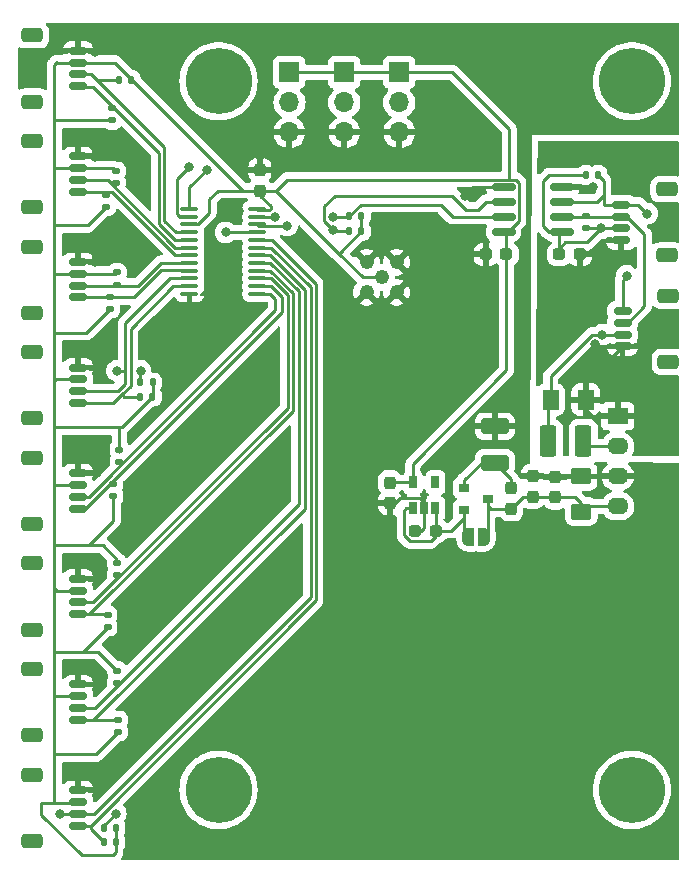
<source format=gbr>
%TF.GenerationSoftware,KiCad,Pcbnew,7.0.9*%
%TF.CreationDate,2024-10-15T17:16:27-06:00*%
%TF.ProjectId,i2c_mux,6932635f-6d75-4782-9e6b-696361645f70,rev?*%
%TF.SameCoordinates,Original*%
%TF.FileFunction,Copper,L1,Top*%
%TF.FilePolarity,Positive*%
%FSLAX46Y46*%
G04 Gerber Fmt 4.6, Leading zero omitted, Abs format (unit mm)*
G04 Created by KiCad (PCBNEW 7.0.9) date 2024-10-15 17:16:27*
%MOMM*%
%LPD*%
G01*
G04 APERTURE LIST*
G04 Aperture macros list*
%AMRoundRect*
0 Rectangle with rounded corners*
0 $1 Rounding radius*
0 $2 $3 $4 $5 $6 $7 $8 $9 X,Y pos of 4 corners*
0 Add a 4 corners polygon primitive as box body*
4,1,4,$2,$3,$4,$5,$6,$7,$8,$9,$2,$3,0*
0 Add four circle primitives for the rounded corners*
1,1,$1+$1,$2,$3*
1,1,$1+$1,$4,$5*
1,1,$1+$1,$6,$7*
1,1,$1+$1,$8,$9*
0 Add four rect primitives between the rounded corners*
20,1,$1+$1,$2,$3,$4,$5,0*
20,1,$1+$1,$4,$5,$6,$7,0*
20,1,$1+$1,$6,$7,$8,$9,0*
20,1,$1+$1,$8,$9,$2,$3,0*%
%AMFreePoly0*
4,1,19,0.500000,-0.750000,0.000000,-0.750000,0.000000,-0.744911,-0.071157,-0.744911,-0.207708,-0.704816,-0.327430,-0.627875,-0.420627,-0.520320,-0.479746,-0.390866,-0.500000,-0.250000,-0.500000,0.250000,-0.479746,0.390866,-0.420627,0.520320,-0.327430,0.627875,-0.207708,0.704816,-0.071157,0.744911,0.000000,0.744911,0.000000,0.750000,0.500000,0.750000,0.500000,-0.750000,0.500000,-0.750000,
$1*%
%AMFreePoly1*
4,1,19,0.000000,0.744911,0.071157,0.744911,0.207708,0.704816,0.327430,0.627875,0.420627,0.520320,0.479746,0.390866,0.500000,0.250000,0.500000,-0.250000,0.479746,-0.390866,0.420627,-0.520320,0.327430,-0.627875,0.207708,-0.704816,0.071157,-0.744911,0.000000,-0.744911,0.000000,-0.750000,-0.500000,-0.750000,-0.500000,0.750000,0.000000,0.750000,0.000000,0.744911,0.000000,0.744911,
$1*%
G04 Aperture macros list end*
%TA.AperFunction,SMDPad,CuDef*%
%ADD10RoundRect,0.237500X-0.237500X0.287500X-0.237500X-0.287500X0.237500X-0.287500X0.237500X0.287500X0*%
%TD*%
%TA.AperFunction,SMDPad,CuDef*%
%ADD11RoundRect,0.150000X-0.625000X0.150000X-0.625000X-0.150000X0.625000X-0.150000X0.625000X0.150000X0*%
%TD*%
%TA.AperFunction,SMDPad,CuDef*%
%ADD12RoundRect,0.250000X-0.650000X0.350000X-0.650000X-0.350000X0.650000X-0.350000X0.650000X0.350000X0*%
%TD*%
%TA.AperFunction,SMDPad,CuDef*%
%ADD13RoundRect,0.150000X0.625000X-0.150000X0.625000X0.150000X-0.625000X0.150000X-0.625000X-0.150000X0*%
%TD*%
%TA.AperFunction,SMDPad,CuDef*%
%ADD14RoundRect,0.250000X0.650000X-0.350000X0.650000X0.350000X-0.650000X0.350000X-0.650000X-0.350000X0*%
%TD*%
%TA.AperFunction,SMDPad,CuDef*%
%ADD15RoundRect,0.250001X-0.462499X-0.624999X0.462499X-0.624999X0.462499X0.624999X-0.462499X0.624999X0*%
%TD*%
%TA.AperFunction,SMDPad,CuDef*%
%ADD16RoundRect,0.250001X0.624999X-0.462499X0.624999X0.462499X-0.624999X0.462499X-0.624999X-0.462499X0*%
%TD*%
%TA.AperFunction,SMDPad,CuDef*%
%ADD17RoundRect,0.250000X0.925000X-0.412500X0.925000X0.412500X-0.925000X0.412500X-0.925000X-0.412500X0*%
%TD*%
%TA.AperFunction,ComponentPad*%
%ADD18C,1.240000*%
%TD*%
%TA.AperFunction,SMDPad,CuDef*%
%ADD19FreePoly0,180.000000*%
%TD*%
%TA.AperFunction,SMDPad,CuDef*%
%ADD20FreePoly1,180.000000*%
%TD*%
%TA.AperFunction,SMDPad,CuDef*%
%ADD21RoundRect,0.250001X0.462499X1.074999X-0.462499X1.074999X-0.462499X-1.074999X0.462499X-1.074999X0*%
%TD*%
%TA.AperFunction,ComponentPad*%
%ADD22R,1.800000X1.400000*%
%TD*%
%TA.AperFunction,ComponentPad*%
%ADD23O,1.800000X1.400000*%
%TD*%
%TA.AperFunction,SMDPad,CuDef*%
%ADD24R,0.900000X0.800000*%
%TD*%
%TA.AperFunction,SMDPad,CuDef*%
%ADD25RoundRect,0.237500X0.237500X-0.287500X0.237500X0.287500X-0.237500X0.287500X-0.237500X-0.287500X0*%
%TD*%
%TA.AperFunction,SMDPad,CuDef*%
%ADD26R,0.650000X1.060000*%
%TD*%
%TA.AperFunction,SMDPad,CuDef*%
%ADD27RoundRect,0.237500X0.287500X0.237500X-0.287500X0.237500X-0.287500X-0.237500X0.287500X-0.237500X0*%
%TD*%
%TA.AperFunction,SMDPad,CuDef*%
%ADD28RoundRect,0.237500X-0.287500X-0.237500X0.287500X-0.237500X0.287500X0.237500X-0.287500X0.237500X0*%
%TD*%
%TA.AperFunction,ComponentPad*%
%ADD29C,5.600000*%
%TD*%
%TA.AperFunction,SMDPad,CuDef*%
%ADD30RoundRect,0.135000X-0.135000X-0.185000X0.135000X-0.185000X0.135000X0.185000X-0.135000X0.185000X0*%
%TD*%
%TA.AperFunction,SMDPad,CuDef*%
%ADD31RoundRect,0.135000X0.135000X0.185000X-0.135000X0.185000X-0.135000X-0.185000X0.135000X-0.185000X0*%
%TD*%
%TA.AperFunction,SMDPad,CuDef*%
%ADD32RoundRect,0.135000X-0.185000X0.135000X-0.185000X-0.135000X0.185000X-0.135000X0.185000X0.135000X0*%
%TD*%
%TA.AperFunction,SMDPad,CuDef*%
%ADD33RoundRect,0.135000X0.185000X-0.135000X0.185000X0.135000X-0.185000X0.135000X-0.185000X-0.135000X0*%
%TD*%
%TA.AperFunction,SMDPad,CuDef*%
%ADD34RoundRect,0.150000X0.825000X0.150000X-0.825000X0.150000X-0.825000X-0.150000X0.825000X-0.150000X0*%
%TD*%
%TA.AperFunction,ComponentPad*%
%ADD35R,1.700000X1.700000*%
%TD*%
%TA.AperFunction,ComponentPad*%
%ADD36O,1.700000X1.700000*%
%TD*%
%TA.AperFunction,SMDPad,CuDef*%
%ADD37RoundRect,0.100000X-0.637500X-0.100000X0.637500X-0.100000X0.637500X0.100000X-0.637500X0.100000X0*%
%TD*%
%TA.AperFunction,ViaPad*%
%ADD38C,0.800000*%
%TD*%
%TA.AperFunction,Conductor*%
%ADD39C,0.250000*%
%TD*%
G04 APERTURE END LIST*
D10*
%TO.P,C1,1*%
%TO.N,GND*%
X108500000Y-72525000D03*
%TO.P,C1,2*%
%TO.N,VCC*%
X108500000Y-74275000D03*
%TD*%
D11*
%TO.P,J2,1,gnd*%
%TO.N,GND*%
X93100000Y-89242857D03*
%TO.P,J2,2,VCC*%
%TO.N,VCC*%
X93100000Y-90242857D03*
%TO.P,J2,3,SDA*%
%TO.N,Net-(J2-SDA)*%
X93100000Y-91242857D03*
%TO.P,J2,4,SCL*%
%TO.N,Net-(J2-SCL)*%
X93100000Y-92242857D03*
D12*
%TO.P,J2,MP*%
%TO.N,N/C*%
X89225000Y-87942857D03*
X89225000Y-93542857D03*
%TD*%
D11*
%TO.P,J4,1,gnd*%
%TO.N,GND*%
X93100000Y-80300000D03*
%TO.P,J4,2,VCC*%
%TO.N,VCC*%
X93100000Y-81300000D03*
%TO.P,J4,3,SDA*%
%TO.N,Net-(J4-SDA)*%
X93100000Y-82300000D03*
%TO.P,J4,4,SCL*%
%TO.N,Net-(J4-SCL)*%
X93100000Y-83300000D03*
D12*
%TO.P,J4,MP*%
%TO.N,N/C*%
X89225000Y-79000000D03*
X89225000Y-84600000D03*
%TD*%
D11*
%TO.P,J6,1,gnd*%
%TO.N,GND*%
X93100000Y-71357143D03*
%TO.P,J6,2,VCC*%
%TO.N,VCC*%
X93100000Y-72357143D03*
%TO.P,J6,3,SDA*%
%TO.N,Net-(J6-SDA)*%
X93100000Y-73357143D03*
%TO.P,J6,4,SCL*%
%TO.N,Net-(J6-SCL)*%
X93100000Y-74357143D03*
D12*
%TO.P,J6,MP*%
%TO.N,N/C*%
X89225000Y-70057143D03*
X89225000Y-75657143D03*
%TD*%
D11*
%TO.P,J8,1,gnd*%
%TO.N,GND*%
X93100000Y-62414286D03*
%TO.P,J8,2,VCC*%
%TO.N,VCC*%
X93100000Y-63414286D03*
%TO.P,J8,3,SDA*%
%TO.N,Net-(J8-SDA)*%
X93100000Y-64414286D03*
%TO.P,J8,4,SCL*%
%TO.N,Net-(J8-SCL)*%
X93100000Y-65414286D03*
D12*
%TO.P,J8,MP*%
%TO.N,N/C*%
X89225000Y-61114286D03*
X89225000Y-66714286D03*
%TD*%
D13*
%TO.P,J10,1,gnd*%
%TO.N,GNDPWR*%
X139100000Y-78450000D03*
%TO.P,J10,2,VCC*%
%TO.N,VD*%
X139100000Y-77450000D03*
%TO.P,J10,3,SDA*%
%TO.N,/Sheet626DA5AD/sda_in*%
X139100000Y-76450000D03*
%TO.P,J10,4,SCL*%
%TO.N,/Sheet626DA5AD/scl_in*%
X139100000Y-75450000D03*
D14*
%TO.P,J10,MP*%
%TO.N,N/C*%
X142975000Y-79750000D03*
X142975000Y-74150000D03*
%TD*%
D15*
%TO.P,C2,1*%
%TO.N,VD*%
X133112500Y-91950000D03*
%TO.P,C2,2*%
%TO.N,GNDPWR*%
X136087500Y-91950000D03*
%TD*%
D16*
%TO.P,C3,1*%
%TO.N,Net-(JP1-A)*%
X135700000Y-101437500D03*
%TO.P,C3,2*%
%TO.N,GND*%
X135700000Y-98462500D03*
%TD*%
D10*
%TO.P,C4,1*%
%TO.N,GND*%
X133500000Y-98475000D03*
%TO.P,C4,2*%
%TO.N,Net-(JP1-A)*%
X133500000Y-100225000D03*
%TD*%
D17*
%TO.P,C6,1*%
%TO.N,Net-(Q1-B)*%
X128400000Y-97287500D03*
%TO.P,C6,2*%
%TO.N,GND*%
X128400000Y-94212500D03*
%TD*%
D10*
%TO.P,C8,1*%
%TO.N,VCC*%
X119500000Y-98975000D03*
%TO.P,C8,2*%
%TO.N,GND*%
X119500000Y-100725000D03*
%TD*%
D18*
%TO.P,J11,1,In*%
%TO.N,VCC*%
X118800000Y-81600000D03*
%TO.P,J11,2,Ext*%
%TO.N,GND*%
X117530000Y-80330000D03*
X117530000Y-82870000D03*
X120070000Y-80330000D03*
X120070000Y-82870000D03*
%TD*%
D19*
%TO.P,JP1,1,A*%
%TO.N,Net-(JP1-A)*%
X127450000Y-103550000D03*
D20*
%TO.P,JP1,2,B*%
%TO.N,Net-(JP1-B)*%
X126150000Y-103550000D03*
%TD*%
D21*
%TO.P,L1,1,1*%
%TO.N,Net-(PS1-+Vin)*%
X135887500Y-95450000D03*
%TO.P,L1,2,2*%
%TO.N,VD*%
X132912500Y-95450000D03*
%TD*%
D22*
%TO.P,PS1,1,-Vin*%
%TO.N,GNDPWR*%
X138800000Y-93350000D03*
D23*
%TO.P,PS1,2,+Vin*%
%TO.N,Net-(PS1-+Vin)*%
X138800000Y-95890000D03*
%TO.P,PS1,3,0V*%
%TO.N,GND*%
X138800000Y-98430000D03*
%TO.P,PS1,4,+Vout*%
%TO.N,Net-(JP1-A)*%
X138800000Y-100970000D03*
%TD*%
D24*
%TO.P,Q1,1,B*%
%TO.N,Net-(Q1-B)*%
X125800000Y-99400000D03*
%TO.P,Q1,2,E*%
%TO.N,Net-(JP1-B)*%
X125800000Y-101300000D03*
%TO.P,Q1,3,C*%
%TO.N,Net-(JP1-A)*%
X127800000Y-100350000D03*
%TD*%
D25*
%TO.P,R21,1*%
%TO.N,Net-(JP1-A)*%
X129800000Y-101225000D03*
%TO.P,R21,2*%
%TO.N,Net-(Q1-B)*%
X129800000Y-99475000D03*
%TD*%
D26*
%TO.P,U2,1,IN*%
%TO.N,Net-(JP1-B)*%
X121460000Y-101160000D03*
%TO.P,U2,2,GND*%
%TO.N,GND*%
X122410000Y-101160000D03*
%TO.P,U2,3,EN*%
%TO.N,Net-(JP1-B)*%
X123360000Y-101160000D03*
%TO.P,U2,4,NC*%
%TO.N,unconnected-(U2-NC-Pad4)*%
X123360000Y-98960000D03*
%TO.P,U2,5,OUT*%
%TO.N,VCC*%
X121460000Y-98960000D03*
%TD*%
D27*
%TO.P,C7,1*%
%TO.N,Net-(JP1-B)*%
X123375000Y-103050000D03*
%TO.P,C7,2*%
%TO.N,GND*%
X121625000Y-103050000D03*
%TD*%
D28*
%TO.P,C9,1*%
%TO.N,VD*%
X133825000Y-79650000D03*
%TO.P,C9,2*%
%TO.N,GNDPWR*%
X135575000Y-79650000D03*
%TD*%
%TO.P,C11,1*%
%TO.N,GND*%
X127625000Y-79650000D03*
%TO.P,C11,2*%
%TO.N,VCC*%
X129375000Y-79650000D03*
%TD*%
D13*
%TO.P,J9,1,gnd*%
%TO.N,GNDPWR*%
X139200000Y-87450000D03*
%TO.P,J9,2,VCC*%
%TO.N,VD*%
X139200000Y-86450000D03*
%TO.P,J9,3,SDA*%
%TO.N,/Sheet626DA5AD/sda_in*%
X139200000Y-85450000D03*
%TO.P,J9,4,SCL*%
%TO.N,/Sheet626DA5AD/scl_in*%
X139200000Y-84450000D03*
D14*
%TO.P,J9,MP*%
%TO.N,N/C*%
X143075000Y-88750000D03*
X143075000Y-83150000D03*
%TD*%
D10*
%TO.P,C5,1*%
%TO.N,GND*%
X131600000Y-98450000D03*
%TO.P,C5,2*%
%TO.N,Net-(JP1-A)*%
X131600000Y-100200000D03*
%TD*%
D29*
%TO.P,H1,1*%
%TO.N,N/C*%
X105000000Y-65000000D03*
%TD*%
%TO.P,H2,1*%
%TO.N,N/C*%
X105000000Y-125000000D03*
%TD*%
D30*
%TO.P,R18,1*%
%TO.N,/Sheet626DA5AD/sda*%
X116080000Y-76400000D03*
%TO.P,R18,2*%
%TO.N,VCC*%
X117100000Y-76400000D03*
%TD*%
D31*
%TO.P,R19,1*%
%TO.N,/Sheet626DA5AD/scl_in*%
X137120000Y-72950000D03*
%TO.P,R19,2*%
%TO.N,VD*%
X136100000Y-72950000D03*
%TD*%
D32*
%TO.P,R14,1*%
%TO.N,Net-(J6-SCL)*%
X95500000Y-74600000D03*
%TO.P,R14,2*%
%TO.N,VCC*%
X95500000Y-75620000D03*
%TD*%
D29*
%TO.P,H4,1*%
%TO.N,N/C*%
X140000000Y-65000000D03*
%TD*%
D33*
%TO.P,R12,1*%
%TO.N,Net-(J6-SDA)*%
X96300000Y-73610000D03*
%TO.P,R12,2*%
%TO.N,VCC*%
X96300000Y-72590000D03*
%TD*%
D11*
%TO.P,J3,1,gnd*%
%TO.N,GND*%
X93100000Y-116071428D03*
%TO.P,J3,2,VCC*%
%TO.N,VCC*%
X93100000Y-117071428D03*
%TO.P,J3,3,SDA*%
%TO.N,Net-(J3-SDA)*%
X93100000Y-118071428D03*
%TO.P,J3,4,SCL*%
%TO.N,Net-(J3-SCL)*%
X93100000Y-119071428D03*
D12*
%TO.P,J3,MP*%
%TO.N,N/C*%
X89225000Y-114771428D03*
X89225000Y-120371428D03*
%TD*%
D34*
%TO.P,U3,1,VCC1*%
%TO.N,VD*%
X134075000Y-77755000D03*
%TO.P,U3,2,SDA1*%
%TO.N,/Sheet626DA5AD/sda_in*%
X134075000Y-76485000D03*
%TO.P,U3,3,SCL1*%
%TO.N,/Sheet626DA5AD/scl_in*%
X134075000Y-75215000D03*
%TO.P,U3,4,GND1*%
%TO.N,GNDPWR*%
X134075000Y-73945000D03*
%TO.P,U3,5,GND2*%
%TO.N,GND*%
X129125000Y-73945000D03*
%TO.P,U3,6,SCL2*%
%TO.N,/Sheet626DA5AD/scl*%
X129125000Y-75215000D03*
%TO.P,U3,7,SDA2*%
%TO.N,/Sheet626DA5AD/sda*%
X129125000Y-76485000D03*
%TO.P,U3,8,VCC2*%
%TO.N,VCC*%
X129125000Y-77755000D03*
%TD*%
D30*
%TO.P,R2,1*%
%TO.N,Net-(J1-SDA)*%
X95290000Y-128200000D03*
%TO.P,R2,2*%
%TO.N,VCC*%
X96310000Y-128200000D03*
%TD*%
D35*
%TO.P,J12,1,Pin_1*%
%TO.N,VCC*%
X120300000Y-64250000D03*
D36*
%TO.P,J12,2,Pin_2*%
%TO.N,Net-(J12-Pin_2)*%
X120300000Y-66790000D03*
%TO.P,J12,3,Pin_3*%
%TO.N,GND*%
X120300000Y-69330000D03*
%TD*%
D32*
%TO.P,R11,1*%
%TO.N,Net-(J7-SCL)*%
X96100000Y-99090000D03*
%TO.P,R11,2*%
%TO.N,VCC*%
X96100000Y-100110000D03*
%TD*%
D11*
%TO.P,J1,1,gnd*%
%TO.N,GND*%
X93100000Y-125014286D03*
%TO.P,J1,2,VCC*%
%TO.N,VCC*%
X93100000Y-126014286D03*
%TO.P,J1,3,SDA*%
%TO.N,Net-(J1-SDA)*%
X93100000Y-127014286D03*
%TO.P,J1,4,SCL*%
%TO.N,Net-(J1-SCL)*%
X93100000Y-128014286D03*
D12*
%TO.P,J1,MP*%
%TO.N,N/C*%
X89225000Y-123714286D03*
X89225000Y-129314286D03*
%TD*%
D32*
%TO.P,R20,1*%
%TO.N,/Sheet626DA5AD/sda_in*%
X136100000Y-76430000D03*
%TO.P,R20,2*%
%TO.N,VD*%
X136100000Y-77450000D03*
%TD*%
D30*
%TO.P,R16,1*%
%TO.N,Net-(J8-SDA)*%
X96590000Y-64900000D03*
%TO.P,R16,2*%
%TO.N,VCC*%
X97610000Y-64900000D03*
%TD*%
%TO.P,R17,1*%
%TO.N,/Sheet626DA5AD/scl*%
X116080000Y-77700000D03*
%TO.P,R17,2*%
%TO.N,VCC*%
X117100000Y-77700000D03*
%TD*%
D32*
%TO.P,R8,1*%
%TO.N,Net-(J4-SCL)*%
X95800000Y-83280000D03*
%TO.P,R8,2*%
%TO.N,VCC*%
X95800000Y-84300000D03*
%TD*%
D33*
%TO.P,R5,1*%
%TO.N,Net-(J3-SDA)*%
X96400000Y-115910000D03*
%TO.P,R5,2*%
%TO.N,VCC*%
X96400000Y-114890000D03*
%TD*%
%TO.P,R10,1*%
%TO.N,Net-(J4-SDA)*%
X96400000Y-82210000D03*
%TO.P,R10,2*%
%TO.N,VCC*%
X96400000Y-81190000D03*
%TD*%
D30*
%TO.P,R4,1*%
%TO.N,Net-(J2-SCL)*%
X98380000Y-91700000D03*
%TO.P,R4,2*%
%TO.N,VCC*%
X99400000Y-91700000D03*
%TD*%
D37*
%TO.P,U1,1,A0*%
%TO.N,Net-(J14-Pin_2)*%
X102537500Y-75825000D03*
%TO.P,U1,2,A1*%
%TO.N,Net-(J13-Pin_2)*%
X102537500Y-76475000D03*
%TO.P,U1,3,~{RESET}*%
%TO.N,VCC*%
X102537500Y-77125000D03*
%TO.P,U1,4,SD0*%
%TO.N,Net-(J8-SDA)*%
X102537500Y-77775000D03*
%TO.P,U1,5,SC0*%
%TO.N,Net-(J8-SCL)*%
X102537500Y-78425000D03*
%TO.P,U1,6,SD1*%
%TO.N,Net-(J6-SDA)*%
X102537500Y-79075000D03*
%TO.P,U1,7,SC1*%
%TO.N,Net-(J6-SCL)*%
X102537500Y-79725000D03*
%TO.P,U1,8,SD2*%
%TO.N,Net-(J4-SDA)*%
X102537500Y-80375000D03*
%TO.P,U1,9,SC2*%
%TO.N,Net-(J4-SCL)*%
X102537500Y-81025000D03*
%TO.P,U1,10,SD3*%
%TO.N,Net-(J2-SDA)*%
X102537500Y-81675000D03*
%TO.P,U1,11,SC3*%
%TO.N,Net-(J2-SCL)*%
X102537500Y-82325000D03*
%TO.P,U1,12,GND*%
%TO.N,GND*%
X102537500Y-82975000D03*
%TO.P,U1,13,SD4*%
%TO.N,Net-(J7-SDA)*%
X108262500Y-82975000D03*
%TO.P,U1,14,SC4*%
%TO.N,Net-(J7-SCL)*%
X108262500Y-82325000D03*
%TO.P,U1,15,SD5*%
%TO.N,Net-(J5-SDA)*%
X108262500Y-81675000D03*
%TO.P,U1,16,SC5*%
%TO.N,Net-(J5-SCL)*%
X108262500Y-81025000D03*
%TO.P,U1,17,SD6*%
%TO.N,Net-(J3-SDA)*%
X108262500Y-80375000D03*
%TO.P,U1,18,SC6*%
%TO.N,Net-(J3-SCL)*%
X108262500Y-79725000D03*
%TO.P,U1,19,SD7*%
%TO.N,Net-(J1-SDA)*%
X108262500Y-79075000D03*
%TO.P,U1,20,SC7*%
%TO.N,Net-(J1-SCL)*%
X108262500Y-78425000D03*
%TO.P,U1,21,A2*%
%TO.N,Net-(J12-Pin_2)*%
X108262500Y-77775000D03*
%TO.P,U1,22,SCL*%
%TO.N,/Sheet626DA5AD/scl*%
X108262500Y-77125000D03*
%TO.P,U1,23,SDA*%
%TO.N,/Sheet626DA5AD/sda*%
X108262500Y-76475000D03*
%TO.P,U1,24,VCC*%
%TO.N,VCC*%
X108262500Y-75825000D03*
%TD*%
D32*
%TO.P,R3,1*%
%TO.N,Net-(J3-SCL)*%
X96500000Y-119080000D03*
%TO.P,R3,2*%
%TO.N,VCC*%
X96500000Y-120100000D03*
%TD*%
%TO.P,R7,1*%
%TO.N,Net-(J5-SCL)*%
X95600000Y-110180000D03*
%TO.P,R7,2*%
%TO.N,VCC*%
X95600000Y-111200000D03*
%TD*%
D29*
%TO.P,H3,1*%
%TO.N,N/C*%
X140000000Y-125000000D03*
%TD*%
D33*
%TO.P,R9,1*%
%TO.N,Net-(J5-SDA)*%
X96400000Y-106810000D03*
%TO.P,R9,2*%
%TO.N,VCC*%
X96400000Y-105790000D03*
%TD*%
D30*
%TO.P,R1,1*%
%TO.N,Net-(J1-SCL)*%
X95290000Y-129400000D03*
%TO.P,R1,2*%
%TO.N,VCC*%
X96310000Y-129400000D03*
%TD*%
D35*
%TO.P,J13,1,Pin_1*%
%TO.N,VCC*%
X111000000Y-64250000D03*
D36*
%TO.P,J13,2,Pin_2*%
%TO.N,Net-(J13-Pin_2)*%
X111000000Y-66790000D03*
%TO.P,J13,3,Pin_3*%
%TO.N,GND*%
X111000000Y-69330000D03*
%TD*%
D35*
%TO.P,J14,1,Pin_1*%
%TO.N,VCC*%
X115650000Y-64250000D03*
D36*
%TO.P,J14,2,Pin_2*%
%TO.N,Net-(J14-Pin_2)*%
X115650000Y-66790000D03*
%TO.P,J14,3,Pin_3*%
%TO.N,GND*%
X115650000Y-69330000D03*
%TD*%
D33*
%TO.P,R13,1*%
%TO.N,Net-(J7-SDA)*%
X96600000Y-97210000D03*
%TO.P,R13,2*%
%TO.N,VCC*%
X96600000Y-96190000D03*
%TD*%
D30*
%TO.P,R6,1*%
%TO.N,Net-(J2-SDA)*%
X98390000Y-90500000D03*
%TO.P,R6,2*%
%TO.N,VCC*%
X99410000Y-90500000D03*
%TD*%
D11*
%TO.P,J5,1,gnd*%
%TO.N,GND*%
X93100000Y-107128571D03*
%TO.P,J5,2,VCC*%
%TO.N,VCC*%
X93100000Y-108128571D03*
%TO.P,J5,3,SDA*%
%TO.N,Net-(J5-SDA)*%
X93100000Y-109128571D03*
%TO.P,J5,4,SCL*%
%TO.N,Net-(J5-SCL)*%
X93100000Y-110128571D03*
D12*
%TO.P,J5,MP*%
%TO.N,N/C*%
X89225000Y-105828571D03*
X89225000Y-111428571D03*
%TD*%
D32*
%TO.P,R15,1*%
%TO.N,Net-(J8-SCL)*%
X96000000Y-67290000D03*
%TO.P,R15,2*%
%TO.N,VCC*%
X96000000Y-68310000D03*
%TD*%
D11*
%TO.P,J7,1,gnd*%
%TO.N,GND*%
X93100000Y-98185714D03*
%TO.P,J7,2,VCC*%
%TO.N,VCC*%
X93100000Y-99185714D03*
%TO.P,J7,3,SDA*%
%TO.N,Net-(J7-SDA)*%
X93100000Y-100185714D03*
%TO.P,J7,4,SCL*%
%TO.N,Net-(J7-SCL)*%
X93100000Y-101185714D03*
D12*
%TO.P,J7,MP*%
%TO.N,N/C*%
X89225000Y-96885714D03*
X89225000Y-102485714D03*
%TD*%
D38*
%TO.N,GND*%
X94700000Y-89300000D03*
X105400000Y-103400000D03*
X94500000Y-71400000D03*
X94700000Y-125000000D03*
X94700000Y-98200000D03*
X94700000Y-107100000D03*
X102800000Y-95800000D03*
X106750000Y-76000000D03*
X125850000Y-74700000D03*
X94700000Y-116100000D03*
X108500000Y-71300000D03*
X94500000Y-80300000D03*
X94500000Y-62500000D03*
%TO.N,GNDPWR*%
X136675000Y-79550000D03*
X136900000Y-87250000D03*
X140570000Y-71560000D03*
X136700000Y-73950000D03*
%TO.N,VD*%
X137400000Y-77450000D03*
X137500000Y-86450000D03*
%TO.N,/Sheet626DA5AD/scl_in*%
X141300000Y-76200000D03*
X139550000Y-81450000D03*
%TO.N,/Sheet626DA5AD/scl*%
X110800000Y-77224500D03*
X114700000Y-77600000D03*
%TO.N,/Sheet626DA5AD/sda*%
X109800000Y-76500000D03*
X114700000Y-76500000D03*
%TO.N,Net-(J1-SDA)*%
X96300000Y-127000000D03*
X91600000Y-127000000D03*
%TO.N,Net-(J2-SDA)*%
X96400000Y-89500000D03*
X98400000Y-89500000D03*
%TO.N,Net-(J12-Pin_2)*%
X105600000Y-77800000D03*
%TO.N,Net-(J13-Pin_2)*%
X102500000Y-72250000D03*
%TO.N,Net-(J14-Pin_2)*%
X104000000Y-72500000D03*
%TD*%
D39*
%TO.N,VCC*%
X109875000Y-74275000D02*
X108500000Y-74275000D01*
X110830000Y-73320000D02*
X129600000Y-73320000D01*
X91100000Y-122000000D02*
X91100000Y-126100000D01*
X91300000Y-63400000D02*
X91100000Y-63600000D01*
X129375000Y-79650000D02*
X129375000Y-78005000D01*
X91328571Y-108128571D02*
X91100000Y-107900000D01*
X95800000Y-84300000D02*
X93800000Y-86300000D01*
X91100000Y-99100000D02*
X91100000Y-104300000D01*
X93100000Y-81300000D02*
X96290000Y-81300000D01*
X96000000Y-68310000D02*
X91110000Y-68310000D01*
X104200000Y-76150361D02*
X104200000Y-75000000D01*
X91100000Y-117100000D02*
X91100000Y-122000000D01*
X118800000Y-81600000D02*
X117200000Y-81600000D01*
X104925000Y-74275000D02*
X107075000Y-74275000D01*
X93100000Y-81300000D02*
X91100000Y-81300000D01*
X96214286Y-63414286D02*
X107075000Y-74275000D01*
X96600000Y-96390000D02*
X96600000Y-94400000D01*
X96100000Y-100110000D02*
X96100000Y-102200000D01*
X90000000Y-126100000D02*
X90000000Y-127100000D01*
X109300000Y-75900000D02*
X108337500Y-75900000D01*
X93100000Y-99185714D02*
X91185714Y-99185714D01*
X96100000Y-130500000D02*
X96310000Y-130290000D01*
X96400000Y-105500000D02*
X95200000Y-104300000D01*
X95600000Y-111200000D02*
X93500000Y-113300000D01*
X96400000Y-105790000D02*
X96400000Y-105500000D01*
X129375000Y-79650000D02*
X129375000Y-89475000D01*
X93100000Y-63414286D02*
X96214286Y-63414286D01*
X121460000Y-98960000D02*
X119515000Y-98960000D01*
X129600000Y-69050000D02*
X129600000Y-73320000D01*
X91100000Y-126100000D02*
X90000000Y-126100000D01*
X91100000Y-86300000D02*
X91100000Y-90400000D01*
X119600000Y-98875000D02*
X119500000Y-98975000D01*
X96067143Y-72357143D02*
X96300000Y-72590000D01*
X91100000Y-72300000D02*
X91100000Y-77200000D01*
X91314286Y-63414286D02*
X91300000Y-63400000D01*
X91100000Y-104300000D02*
X91100000Y-107900000D01*
X108500000Y-74700000D02*
X109400000Y-75600000D01*
X109875000Y-74275000D02*
X110830000Y-73320000D01*
X96500000Y-94300000D02*
X91100000Y-94300000D01*
X102537500Y-77125000D02*
X103225361Y-77125000D01*
X117200000Y-81600000D02*
X115150000Y-79550000D01*
X115250000Y-79550000D02*
X115150000Y-79550000D01*
X117100000Y-76400000D02*
X117100000Y-77700000D01*
X93800000Y-86300000D02*
X91100000Y-86300000D01*
X115150000Y-79550000D02*
X109875000Y-74275000D01*
X99400000Y-91700000D02*
X96800000Y-94300000D01*
X129600000Y-73320000D02*
X130146751Y-73320000D01*
X93100000Y-90242857D02*
X91257143Y-90242857D01*
X91100000Y-77200000D02*
X91100000Y-81300000D01*
X96500000Y-120100000D02*
X94600000Y-122000000D01*
X109400000Y-75600000D02*
X109400000Y-75800000D01*
X93100000Y-117071428D02*
X91128572Y-117071428D01*
X130146751Y-73320000D02*
X130425000Y-73598249D01*
X96310000Y-130290000D02*
X96310000Y-129400000D01*
X94600000Y-122000000D02*
X91100000Y-122000000D01*
X120300000Y-64250000D02*
X124800000Y-64250000D01*
X91100000Y-68300000D02*
X91100000Y-72300000D01*
X91100000Y-126100000D02*
X93014286Y-126100000D01*
X129501751Y-77755000D02*
X129125000Y-77755000D01*
X93400000Y-130500000D02*
X96100000Y-130500000D01*
X129375000Y-78005000D02*
X129125000Y-77755000D01*
X121460000Y-97390000D02*
X121460000Y-98960000D01*
X109400000Y-75800000D02*
X109300000Y-75900000D01*
X94000000Y-104300000D02*
X91100000Y-104300000D01*
X96800000Y-94300000D02*
X96500000Y-94300000D01*
X130425000Y-73598249D02*
X130425000Y-76831751D01*
X93100000Y-72357143D02*
X91157143Y-72357143D01*
X104200000Y-75000000D02*
X104925000Y-74275000D01*
X99410000Y-90500000D02*
X99410000Y-91690000D01*
X93100000Y-108128571D02*
X91328571Y-108128571D01*
X91185714Y-99185714D02*
X91100000Y-99100000D01*
X117100000Y-77700000D02*
X115250000Y-79550000D01*
X96290000Y-81300000D02*
X96400000Y-81190000D01*
X94810000Y-113300000D02*
X93500000Y-113300000D01*
X103225361Y-77125000D02*
X104200000Y-76150361D01*
X96310000Y-129400000D02*
X96310000Y-128200000D01*
X93100000Y-72357143D02*
X96067143Y-72357143D01*
X96600000Y-94400000D02*
X96500000Y-94300000D01*
X129375000Y-89475000D02*
X121460000Y-97390000D01*
X91157143Y-72357143D02*
X91100000Y-72300000D01*
X91100000Y-81300000D02*
X91100000Y-86300000D01*
X91128572Y-117071428D02*
X91100000Y-117100000D01*
X96100000Y-102200000D02*
X94000000Y-104300000D01*
X108500000Y-74275000D02*
X108500000Y-74700000D01*
X108337500Y-75900000D02*
X108262500Y-75825000D01*
X91100000Y-90400000D02*
X91100000Y-94300000D01*
X124800000Y-64250000D02*
X129600000Y-69050000D01*
X96400000Y-114890000D02*
X94810000Y-113300000D01*
X91100000Y-94300000D02*
X91100000Y-99100000D01*
X91100000Y-63600000D02*
X91100000Y-68300000D01*
X93500000Y-113300000D02*
X91100000Y-113300000D01*
X99410000Y-91690000D02*
X99400000Y-91700000D01*
X91110000Y-68310000D02*
X91100000Y-68300000D01*
X130425000Y-76831751D02*
X129501751Y-77755000D01*
X91257143Y-90242857D02*
X91100000Y-90400000D01*
X95500000Y-75620000D02*
X93920000Y-77200000D01*
X91100000Y-107900000D02*
X91100000Y-113300000D01*
X111000000Y-64250000D02*
X115650000Y-64250000D01*
X93920000Y-77200000D02*
X91100000Y-77200000D01*
X90000000Y-127100000D02*
X93400000Y-130500000D01*
X107075000Y-74275000D02*
X108500000Y-74275000D01*
X91100000Y-113300000D02*
X91100000Y-117100000D01*
X95200000Y-104300000D02*
X94000000Y-104300000D01*
X120300000Y-64250000D02*
X115650000Y-64250000D01*
X93100000Y-63414286D02*
X91314286Y-63414286D01*
%TO.N,GND*%
X94685714Y-125014286D02*
X94700000Y-125000000D01*
X94685714Y-98185714D02*
X94700000Y-98200000D01*
X108500000Y-72525000D02*
X108500000Y-71300000D01*
X94414286Y-62414286D02*
X94500000Y-62500000D01*
X129125000Y-73945000D02*
X126555000Y-73945000D01*
X93100000Y-62414286D02*
X94414286Y-62414286D01*
X94642857Y-89242857D02*
X94700000Y-89300000D01*
X122410000Y-102790000D02*
X122410000Y-101160000D01*
X93100000Y-80300000D02*
X94500000Y-80300000D01*
X122150000Y-103050000D02*
X122410000Y-102790000D01*
X93128572Y-116100000D02*
X93100000Y-116071428D01*
X94457143Y-71357143D02*
X94500000Y-71400000D01*
X93100000Y-107128571D02*
X94671429Y-107128571D01*
X122410000Y-100669998D02*
X122045001Y-100304999D01*
X122045001Y-100304999D02*
X120395001Y-100304999D01*
X121625000Y-103050000D02*
X122150000Y-103050000D01*
X94700000Y-116100000D02*
X93128572Y-116100000D01*
X93100000Y-125014286D02*
X94685714Y-125014286D01*
X93100000Y-98185714D02*
X94685714Y-98185714D01*
X94671429Y-107128571D02*
X94700000Y-107100000D01*
X126555000Y-73945000D02*
X125800000Y-74700000D01*
X125800000Y-74700000D02*
X125850000Y-74700000D01*
X122410000Y-101160000D02*
X122410000Y-100669998D01*
X93100000Y-89242857D02*
X94642857Y-89242857D01*
X120395001Y-100304999D02*
X119975000Y-100725000D01*
X93100000Y-71357143D02*
X94457143Y-71357143D01*
X119975000Y-100725000D02*
X119500000Y-100725000D01*
%TO.N,GNDPWR*%
X138800000Y-93350000D02*
X136612500Y-93350000D01*
X137700000Y-88950000D02*
X136475000Y-88950000D01*
X137775000Y-78450000D02*
X139100000Y-78450000D01*
X139200000Y-87450000D02*
X137700000Y-88950000D01*
X136612500Y-93350000D02*
X136087500Y-92825000D01*
X136087500Y-92825000D02*
X136087500Y-91950000D01*
X139200000Y-87450000D02*
X137100000Y-87450000D01*
X136675000Y-79550000D02*
X137775000Y-78450000D01*
X136087500Y-91950000D02*
X136087500Y-89337500D01*
X136700000Y-73950000D02*
X134440000Y-73950000D01*
X137100000Y-87450000D02*
X136900000Y-87250000D01*
X136675000Y-79550000D02*
X135675000Y-79550000D01*
X136087500Y-89337500D02*
X136475000Y-88950000D01*
%TO.N,VD*%
X137500000Y-86450000D02*
X136600000Y-86450000D01*
X136100000Y-72950000D02*
X133000000Y-72950000D01*
X133825000Y-79650000D02*
X133825000Y-78005000D01*
X133825000Y-79650000D02*
X133825000Y-79175000D01*
X133825000Y-79175000D02*
X134350000Y-78650000D01*
X132912500Y-95450000D02*
X132912500Y-92150000D01*
X136600000Y-86450000D02*
X133112500Y-89937500D01*
X133000000Y-72950000D02*
X132500000Y-73450000D01*
X139100000Y-77450000D02*
X137400000Y-77450000D01*
X133005000Y-77755000D02*
X134075000Y-77755000D01*
X133112500Y-89937500D02*
X133112500Y-91950000D01*
X134350000Y-78650000D02*
X136200000Y-78650000D01*
X139200000Y-86450000D02*
X137500000Y-86450000D01*
X136200000Y-78650000D02*
X137400000Y-77450000D01*
X132500000Y-73450000D02*
X132500000Y-77250000D01*
X132500000Y-77250000D02*
X133005000Y-77755000D01*
X137400000Y-77450000D02*
X136100000Y-77450000D01*
X133825000Y-78005000D02*
X134075000Y-77755000D01*
%TO.N,/Sheet626DA5AD/scl_in*%
X139100000Y-75450000D02*
X137600000Y-75450000D01*
X139550000Y-81450000D02*
X139200000Y-81800000D01*
X137600000Y-74650000D02*
X137600000Y-75450000D01*
X140550000Y-75450000D02*
X141300000Y-76200000D01*
X139200000Y-81800000D02*
X139200000Y-84450000D01*
X134075000Y-75215000D02*
X137035000Y-75215000D01*
X137035000Y-75215000D02*
X137600000Y-74650000D01*
X137120000Y-72950000D02*
X137600000Y-73430000D01*
X137600000Y-73430000D02*
X137600000Y-74650000D01*
X139100000Y-75450000D02*
X140550000Y-75450000D01*
%TO.N,/Sheet626DA5AD/sda_in*%
X139546751Y-76450000D02*
X139100000Y-76450000D01*
X141050000Y-77953249D02*
X139546751Y-76450000D01*
X139200000Y-85450000D02*
X139646751Y-85450000D01*
X134110000Y-76450000D02*
X134075000Y-76485000D01*
X139100000Y-76450000D02*
X134110000Y-76450000D01*
X139646751Y-85450000D02*
X141050000Y-84046751D01*
X141050000Y-84046751D02*
X141050000Y-77953249D01*
%TO.N,/Sheet626DA5AD/scl*%
X114828198Y-74671802D02*
X124796497Y-74671802D01*
X113900000Y-76800000D02*
X113900000Y-75600000D01*
X110600000Y-77100000D02*
X110675500Y-77100000D01*
X109600000Y-77224511D02*
X110475489Y-77224511D01*
X114700000Y-77600000D02*
X113900000Y-76800000D01*
X110675500Y-77100000D02*
X110800000Y-77224500D01*
X110475489Y-77224511D02*
X110600000Y-77100000D01*
X127635000Y-75215000D02*
X129125000Y-75215000D01*
X116080000Y-77700000D02*
X114800000Y-77700000D01*
X108262500Y-77125000D02*
X108362011Y-77224511D01*
X113900000Y-75600000D02*
X114828198Y-74671802D01*
X114800000Y-77700000D02*
X114700000Y-77600000D01*
X108362011Y-77224511D02*
X109600000Y-77224511D01*
X125984695Y-75860000D02*
X126990000Y-75860000D01*
X124796497Y-74671802D02*
X125984695Y-75860000D01*
X126990000Y-75860000D02*
X127635000Y-75215000D01*
%TO.N,/Sheet626DA5AD/sda*%
X109775000Y-76475000D02*
X109800000Y-76500000D01*
X115980000Y-76500000D02*
X116080000Y-76400000D01*
X108262500Y-76475000D02*
X109775000Y-76475000D01*
X124835000Y-76485000D02*
X123800000Y-75450000D01*
X123800000Y-75450000D02*
X117030000Y-75450000D01*
X129125000Y-76485000D02*
X124835000Y-76485000D01*
X117030000Y-75450000D02*
X116080000Y-76400000D01*
X114700000Y-76500000D02*
X115980000Y-76500000D01*
%TO.N,Net-(JP1-A)*%
X135700000Y-100725000D02*
X135200000Y-100225000D01*
X135200000Y-100225000D02*
X133975000Y-100225000D01*
X127800000Y-100350000D02*
X127800000Y-103200000D01*
X133975000Y-100225000D02*
X133500000Y-100225000D01*
X133500000Y-100225000D02*
X130800000Y-100225000D01*
X127800000Y-101000000D02*
X127800000Y-100350000D01*
X130800000Y-100225000D02*
X129800000Y-101225000D01*
X129800000Y-101225000D02*
X128025000Y-101225000D01*
X138800000Y-100970000D02*
X136167500Y-100970000D01*
X128025000Y-101225000D02*
X127800000Y-101000000D01*
X135700000Y-101437500D02*
X135700000Y-100725000D01*
%TO.N,Net-(Q1-B)*%
X129800000Y-98687500D02*
X128400000Y-97287500D01*
X125800000Y-99400000D02*
X125800000Y-98750000D01*
X125800000Y-98750000D02*
X127262500Y-97287500D01*
X129800000Y-99475000D02*
X129800000Y-98687500D01*
X127262500Y-97287500D02*
X128400000Y-97287500D01*
%TO.N,Net-(JP1-B)*%
X123900000Y-103050000D02*
X123375000Y-103050000D01*
X122950000Y-103950000D02*
X121204490Y-103950000D01*
X123375000Y-103050000D02*
X123375000Y-101175000D01*
X125800000Y-101300000D02*
X125800000Y-103200000D01*
X120700000Y-101345000D02*
X120885000Y-101160000D01*
X124700000Y-103050000D02*
X123900000Y-103050000D01*
X120700000Y-103445510D02*
X120700000Y-101345000D01*
X125800000Y-101950000D02*
X124700000Y-103050000D01*
X125800000Y-101300000D02*
X125800000Y-101950000D01*
X121204490Y-103950000D02*
X120700000Y-103445510D01*
X120885000Y-101160000D02*
X121460000Y-101160000D01*
X123375000Y-103050000D02*
X123375000Y-103525000D01*
X123375000Y-103525000D02*
X122950000Y-103950000D01*
%TO.N,Net-(J1-SDA)*%
X112800000Y-108700000D02*
X112800000Y-82400000D01*
X93085714Y-127000000D02*
X93100000Y-127014286D01*
X94485714Y-127014286D02*
X112800000Y-108700000D01*
X93100000Y-127014286D02*
X94485714Y-127014286D01*
X91600000Y-127000000D02*
X93085714Y-127000000D01*
X95290000Y-128010000D02*
X96300000Y-127000000D01*
X109475000Y-79075000D02*
X108262500Y-79075000D01*
X112800000Y-82400000D02*
X109475000Y-79075000D01*
X95290000Y-128200000D02*
X95290000Y-128010000D01*
%TO.N,Net-(J1-SCL)*%
X95290000Y-129400000D02*
X94185714Y-128295714D01*
X113249520Y-82149520D02*
X113249520Y-108950480D01*
X109525000Y-78425000D02*
X113249520Y-82149520D01*
X93100000Y-128014286D02*
X94185714Y-128014286D01*
X94185714Y-128295714D02*
X94185714Y-128014286D01*
X108262500Y-78425000D02*
X109525000Y-78425000D01*
X94185714Y-128014286D02*
X113249520Y-108950480D01*
%TO.N,Net-(J2-SDA)*%
X97100000Y-90600000D02*
X96457143Y-91242857D01*
X98390000Y-90500000D02*
X98390000Y-89510000D01*
X100925000Y-81675000D02*
X97100000Y-85500000D01*
X97100000Y-85500000D02*
X97100000Y-89500000D01*
X96457143Y-91242857D02*
X93100000Y-91242857D01*
X97100000Y-89500000D02*
X97100000Y-90600000D01*
X98390000Y-89510000D02*
X98400000Y-89500000D01*
X96400000Y-89500000D02*
X97100000Y-89500000D01*
X102537500Y-81675000D02*
X100925000Y-81675000D01*
%TO.N,Net-(J2-SCL)*%
X98380000Y-91700000D02*
X97000000Y-91700000D01*
X96817859Y-91517859D02*
X97549520Y-90786198D01*
X97549520Y-90786198D02*
X97549520Y-85950480D01*
X93100000Y-92242857D02*
X96092861Y-92242857D01*
X97549520Y-85950480D02*
X101175000Y-82325000D01*
X97000000Y-91700000D02*
X96817859Y-91517859D01*
X96092861Y-92242857D02*
X96817859Y-91517859D01*
X101175000Y-82325000D02*
X102537500Y-82325000D01*
%TO.N,Net-(J3-SDA)*%
X93100000Y-118071428D02*
X94528572Y-118071428D01*
X111800000Y-82792846D02*
X109382154Y-80375000D01*
X94528572Y-118071428D02*
X111800000Y-100800000D01*
X111800000Y-100800000D02*
X111800000Y-82792846D01*
X109382154Y-80375000D02*
X108262500Y-80375000D01*
%TO.N,Net-(J3-SCL)*%
X112300000Y-82657128D02*
X112300000Y-101200000D01*
X112300000Y-101200000D02*
X94400000Y-119100000D01*
X96500000Y-119080000D02*
X93108572Y-119080000D01*
X93108572Y-119080000D02*
X93100000Y-119071428D01*
X94400000Y-119100000D02*
X93128572Y-119100000D01*
X109367871Y-79725000D02*
X112300000Y-82657128D01*
X108262500Y-79725000D02*
X109367871Y-79725000D01*
%TO.N,Net-(J4-SDA)*%
X100125000Y-80375000D02*
X98200000Y-82300000D01*
X98200000Y-82300000D02*
X93100000Y-82300000D01*
X102537500Y-80375000D02*
X100125000Y-80375000D01*
%TO.N,Net-(J4-SCL)*%
X100117859Y-81017859D02*
X102530359Y-81017859D01*
X97835718Y-83300000D02*
X100117859Y-81017859D01*
X93100000Y-83300000D02*
X97835718Y-83300000D01*
%TO.N,Net-(J5-SDA)*%
X110849520Y-92650480D02*
X110849520Y-83113802D01*
X93100000Y-109128571D02*
X94371429Y-109128571D01*
X109410718Y-81675000D02*
X108262500Y-81675000D01*
X110849520Y-83113802D02*
X109410718Y-81675000D01*
X94371429Y-109128571D02*
X110849520Y-92650480D01*
%TO.N,Net-(J5-SCL)*%
X95548571Y-110128571D02*
X95600000Y-110180000D01*
X94071429Y-110128571D02*
X93100000Y-110128571D01*
X111300000Y-92900000D02*
X94071429Y-110128571D01*
X93100000Y-110128571D02*
X95548571Y-110128571D01*
X108262500Y-81025000D02*
X109396436Y-81025000D01*
X109396436Y-81025000D02*
X111300000Y-82928564D01*
X111300000Y-82928564D02*
X111300000Y-92900000D01*
%TO.N,Net-(J6-SDA)*%
X93100000Y-73357143D02*
X95621425Y-73357143D01*
X95621425Y-73357143D02*
X101339282Y-79075000D01*
X101339282Y-79075000D02*
X102537500Y-79075000D01*
%TO.N,Net-(J6-SCL)*%
X101353565Y-79725000D02*
X95985707Y-74357143D01*
X102537500Y-79725000D02*
X101353565Y-79725000D01*
X95985707Y-74357143D02*
X93100000Y-74357143D01*
%TO.N,Net-(J7-SDA)*%
X109800000Y-83400000D02*
X109375000Y-82975000D01*
X109800000Y-84400000D02*
X109800000Y-83400000D01*
X94014286Y-100185714D02*
X109800000Y-84400000D01*
X109375000Y-82975000D02*
X108262500Y-82975000D01*
X93100000Y-100185714D02*
X94014286Y-100185714D01*
%TO.N,Net-(J7-SCL)*%
X110400000Y-84500000D02*
X93714286Y-101185714D01*
X109425000Y-82325000D02*
X110400000Y-83300000D01*
X110400000Y-83300000D02*
X110400000Y-84500000D01*
X108262500Y-82325000D02*
X109425000Y-82325000D01*
%TO.N,Net-(J8-SDA)*%
X96590000Y-64900000D02*
X94700000Y-64900000D01*
X101375000Y-77775000D02*
X102537500Y-77775000D01*
X100400000Y-76800000D02*
X101375000Y-77775000D01*
X94700000Y-64900000D02*
X94214286Y-64414286D01*
X100400000Y-70600000D02*
X100400000Y-76800000D01*
X94214286Y-64414286D02*
X100400000Y-70600000D01*
X93100000Y-64414286D02*
X94214286Y-64414286D01*
%TO.N,Net-(J8-SCL)*%
X99950480Y-71050480D02*
X99950480Y-77050480D01*
X93185714Y-65500000D02*
X94400000Y-65500000D01*
X101325000Y-78425000D02*
X102537500Y-78425000D01*
X99950480Y-77050480D02*
X101325000Y-78425000D01*
X94400000Y-65500000D02*
X99950480Y-71050480D01*
%TO.N,Net-(J12-Pin_2)*%
X105625000Y-77775000D02*
X105600000Y-77800000D01*
X108262500Y-77775000D02*
X105625000Y-77775000D01*
%TO.N,Net-(J13-Pin_2)*%
X101725000Y-76475000D02*
X102537500Y-76475000D01*
X101475000Y-76225000D02*
X101725000Y-76475000D01*
X101475000Y-73275000D02*
X101475000Y-76225000D01*
X102500000Y-72250000D02*
X101475000Y-73275000D01*
%TO.N,Net-(J14-Pin_2)*%
X102537500Y-73962500D02*
X104000000Y-72500000D01*
X102537500Y-75825000D02*
X102537500Y-73962500D01*
%TO.N,Net-(PS1-+Vin)*%
X138800000Y-95890000D02*
X136327500Y-95890000D01*
%TD*%
%TA.AperFunction,Conductor*%
%TO.N,GND*%
G36*
X123553273Y-76103185D02*
G01*
X123573915Y-76119819D01*
X124327909Y-76873813D01*
X124337818Y-76886181D01*
X124338028Y-76886008D01*
X124342998Y-76892017D01*
X124394079Y-76939984D01*
X124415224Y-76961130D01*
X124420813Y-76965466D01*
X124425245Y-76969252D01*
X124454313Y-76996547D01*
X124459680Y-77001587D01*
X124477562Y-77011417D01*
X124493829Y-77022102D01*
X124509960Y-77034615D01*
X124522743Y-77040146D01*
X124553307Y-77053371D01*
X124558533Y-77055931D01*
X124599940Y-77078695D01*
X124619716Y-77083772D01*
X124638124Y-77090075D01*
X124656850Y-77098179D01*
X124656852Y-77098180D01*
X124656853Y-77098180D01*
X124656855Y-77098181D01*
X124690143Y-77103453D01*
X124703503Y-77105569D01*
X124709212Y-77106751D01*
X124754970Y-77118500D01*
X124775384Y-77118500D01*
X124794783Y-77120027D01*
X124814943Y-77123220D01*
X124861966Y-77118775D01*
X124867804Y-77118500D01*
X127605282Y-77118500D01*
X127672321Y-77138185D01*
X127718076Y-77190989D01*
X127728020Y-77260147D01*
X127712014Y-77305621D01*
X127690855Y-77341397D01*
X127690853Y-77341403D01*
X127644438Y-77501164D01*
X127644437Y-77501170D01*
X127641500Y-77538495D01*
X127641500Y-77971505D01*
X127644437Y-78008829D01*
X127644438Y-78008835D01*
X127690853Y-78168596D01*
X127690855Y-78168601D01*
X127775544Y-78311803D01*
X127775551Y-78311812D01*
X127893187Y-78429448D01*
X127893190Y-78429450D01*
X127893193Y-78429453D01*
X127918244Y-78444268D01*
X127965927Y-78495338D01*
X127978430Y-78564080D01*
X127951784Y-78628669D01*
X127894448Y-78668599D01*
X127878864Y-78671135D01*
X127875000Y-78675000D01*
X127875000Y-80624999D01*
X127961640Y-80624999D01*
X127961654Y-80624998D01*
X128062652Y-80614680D01*
X128226300Y-80560453D01*
X128226311Y-80560448D01*
X128373034Y-80469947D01*
X128373037Y-80469945D01*
X128406307Y-80436675D01*
X128467629Y-80403189D01*
X128537321Y-80408173D01*
X128581670Y-80436674D01*
X128621654Y-80476658D01*
X128682597Y-80514248D01*
X128729321Y-80566195D01*
X128741500Y-80619786D01*
X128741500Y-89161232D01*
X128721815Y-89228271D01*
X128705181Y-89248913D01*
X121071179Y-96882914D01*
X121058820Y-96892818D01*
X121058993Y-96893027D01*
X121052983Y-96897999D01*
X121005016Y-96949078D01*
X120983872Y-96970222D01*
X120983857Y-96970239D01*
X120979531Y-96975814D01*
X120975747Y-96980244D01*
X120943419Y-97014671D01*
X120943412Y-97014681D01*
X120933579Y-97032567D01*
X120922903Y-97048820D01*
X120910386Y-97064957D01*
X120910385Y-97064959D01*
X120891625Y-97108310D01*
X120889055Y-97113556D01*
X120866303Y-97154941D01*
X120866303Y-97154942D01*
X120861225Y-97174720D01*
X120854925Y-97193122D01*
X120846818Y-97211857D01*
X120839431Y-97258495D01*
X120838246Y-97264216D01*
X120826500Y-97309965D01*
X120826500Y-97330384D01*
X120824973Y-97349783D01*
X120821780Y-97369941D01*
X120821780Y-97369942D01*
X120826225Y-97416966D01*
X120826500Y-97422804D01*
X120826500Y-97963675D01*
X120806815Y-98030714D01*
X120776815Y-98062939D01*
X120772347Y-98066284D01*
X120771739Y-98066739D01*
X120748081Y-98098342D01*
X120686953Y-98180000D01*
X120684111Y-98183796D01*
X120660971Y-98245835D01*
X120619102Y-98301767D01*
X120553637Y-98326184D01*
X120544791Y-98326500D01*
X120460534Y-98326500D01*
X120393495Y-98306815D01*
X120354995Y-98267596D01*
X120349076Y-98258000D01*
X120326658Y-98221654D01*
X120203346Y-98098342D01*
X120203342Y-98098339D01*
X120054928Y-98006795D01*
X120054922Y-98006792D01*
X120054920Y-98006791D01*
X120049397Y-98004961D01*
X119889382Y-97951938D01*
X119787214Y-97941500D01*
X119212794Y-97941500D01*
X119212778Y-97941501D01*
X119110617Y-97951938D01*
X118945082Y-98006790D01*
X118945071Y-98006795D01*
X118796657Y-98098339D01*
X118796653Y-98098342D01*
X118673342Y-98221653D01*
X118673339Y-98221657D01*
X118581795Y-98370071D01*
X118581790Y-98370082D01*
X118526938Y-98535617D01*
X118516500Y-98637779D01*
X118516500Y-99312205D01*
X118516501Y-99312221D01*
X118526938Y-99414382D01*
X118581790Y-99579917D01*
X118581795Y-99579928D01*
X118673339Y-99728342D01*
X118673342Y-99728346D01*
X118713325Y-99768329D01*
X118746810Y-99829652D01*
X118741826Y-99899344D01*
X118713326Y-99943690D01*
X118680055Y-99976960D01*
X118680052Y-99976965D01*
X118589551Y-100123688D01*
X118589546Y-100123699D01*
X118535319Y-100287347D01*
X118525000Y-100388345D01*
X118525000Y-100475000D01*
X119626000Y-100475000D01*
X119693039Y-100494685D01*
X119738794Y-100547489D01*
X119750000Y-100599000D01*
X119750000Y-101749999D01*
X119786640Y-101749999D01*
X119786654Y-101749998D01*
X119887649Y-101739681D01*
X119903492Y-101734431D01*
X119973321Y-101732027D01*
X120033364Y-101767757D01*
X120064558Y-101830277D01*
X120066500Y-101852136D01*
X120066500Y-103361876D01*
X120064761Y-103377623D01*
X120065032Y-103377649D01*
X120064298Y-103385415D01*
X120066500Y-103455467D01*
X120066500Y-103485369D01*
X120067384Y-103492366D01*
X120067842Y-103498189D01*
X120069326Y-103545399D01*
X120069327Y-103545401D01*
X120075022Y-103565005D01*
X120078967Y-103584052D01*
X120081526Y-103604307D01*
X120081527Y-103604310D01*
X120081528Y-103604313D01*
X120098914Y-103648226D01*
X120100806Y-103653754D01*
X120113981Y-103699102D01*
X120124372Y-103716672D01*
X120132932Y-103734145D01*
X120140447Y-103753127D01*
X120168209Y-103791337D01*
X120171418Y-103796222D01*
X120187764Y-103823863D01*
X120195458Y-103836872D01*
X120195462Y-103836876D01*
X120209889Y-103851303D01*
X120222526Y-103866098D01*
X120234528Y-103882617D01*
X120270931Y-103912732D01*
X120275231Y-103916645D01*
X120512188Y-104153602D01*
X120697400Y-104338814D01*
X120707306Y-104351178D01*
X120707516Y-104351005D01*
X120712491Y-104357019D01*
X120763585Y-104405000D01*
X120784714Y-104426129D01*
X120784718Y-104426132D01*
X120784721Y-104426135D01*
X120790295Y-104430458D01*
X120794735Y-104434251D01*
X120816346Y-104454544D01*
X120829169Y-104466586D01*
X120829173Y-104466589D01*
X120847053Y-104476418D01*
X120863317Y-104487101D01*
X120879450Y-104499614D01*
X120920551Y-104517400D01*
X120922791Y-104518369D01*
X120928040Y-104520941D01*
X120936570Y-104525630D01*
X120969430Y-104543695D01*
X120989208Y-104548773D01*
X121007609Y-104555073D01*
X121026345Y-104563181D01*
X121070852Y-104570229D01*
X121072993Y-104570569D01*
X121078702Y-104571751D01*
X121124460Y-104583500D01*
X121144874Y-104583500D01*
X121164273Y-104585027D01*
X121184433Y-104588220D01*
X121231456Y-104583775D01*
X121237294Y-104583500D01*
X122866366Y-104583500D01*
X122882113Y-104585238D01*
X122882139Y-104584968D01*
X122889905Y-104585701D01*
X122889909Y-104585702D01*
X122959958Y-104583500D01*
X122989856Y-104583500D01*
X122989857Y-104583500D01*
X122991222Y-104583327D01*
X122996862Y-104582614D01*
X123002685Y-104582156D01*
X123028708Y-104581338D01*
X123049890Y-104580673D01*
X123059681Y-104577827D01*
X123069481Y-104574980D01*
X123088538Y-104571032D01*
X123108797Y-104568474D01*
X123152721Y-104551082D01*
X123158221Y-104549199D01*
X123203593Y-104536018D01*
X123221165Y-104525625D01*
X123238632Y-104517068D01*
X123257617Y-104509552D01*
X123295826Y-104481790D01*
X123300704Y-104478585D01*
X123341362Y-104454542D01*
X123355802Y-104440100D01*
X123370592Y-104427470D01*
X123387107Y-104415472D01*
X123417222Y-104379067D01*
X123421126Y-104374776D01*
X123736923Y-104058980D01*
X123798244Y-104025497D01*
X123812002Y-104023305D01*
X123814381Y-104023062D01*
X123979920Y-103968209D01*
X124128346Y-103876658D01*
X124251658Y-103753346D01*
X124258407Y-103742403D01*
X124310354Y-103695679D01*
X124363946Y-103683500D01*
X124616366Y-103683500D01*
X124632113Y-103685238D01*
X124632139Y-103684968D01*
X124639905Y-103685701D01*
X124639909Y-103685702D01*
X124709958Y-103683500D01*
X124739856Y-103683500D01*
X124739857Y-103683500D01*
X124741222Y-103683327D01*
X124746862Y-103682614D01*
X124752685Y-103682156D01*
X124778708Y-103681338D01*
X124799890Y-103680673D01*
X124809681Y-103677827D01*
X124819481Y-103674980D01*
X124838538Y-103671032D01*
X124858797Y-103668474D01*
X124902721Y-103651082D01*
X124908221Y-103649199D01*
X124953593Y-103636018D01*
X124953596Y-103636015D01*
X124960755Y-103632919D01*
X124961842Y-103635431D01*
X125016836Y-103621461D01*
X125083105Y-103643600D01*
X125126885Y-103698053D01*
X125136271Y-103745377D01*
X125136271Y-103814875D01*
X125136358Y-103815685D01*
X125136358Y-103873110D01*
X125155558Y-104006649D01*
X125155558Y-104006652D01*
X125156819Y-104015426D01*
X125198018Y-104155733D01*
X125257737Y-104286500D01*
X125257746Y-104286516D01*
X125291356Y-104338814D01*
X125333891Y-104405000D01*
X125336792Y-104409513D01*
X125336803Y-104409529D01*
X125429511Y-104516519D01*
X125430222Y-104517400D01*
X125430949Y-104518180D01*
X125430951Y-104518181D01*
X125430952Y-104518183D01*
X125541460Y-104613938D01*
X125571698Y-104633371D01*
X125662408Y-104691667D01*
X125662412Y-104691669D01*
X125662414Y-104691670D01*
X125795423Y-104752413D01*
X125933378Y-104792920D01*
X126078111Y-104813729D01*
X126078114Y-104813729D01*
X126650000Y-104813729D01*
X126723111Y-104808500D01*
X126759853Y-104797710D01*
X126812432Y-104793949D01*
X126950000Y-104813729D01*
X126950002Y-104813729D01*
X127521886Y-104813729D01*
X127521889Y-104813729D01*
X127666622Y-104792920D01*
X127804577Y-104752413D01*
X127937586Y-104691670D01*
X128058534Y-104613942D01*
X128058539Y-104613939D01*
X128058536Y-104613942D01*
X128093667Y-104583500D01*
X128169051Y-104518179D01*
X128245064Y-104430454D01*
X128263196Y-104409529D01*
X128263198Y-104409526D01*
X128263205Y-104409518D01*
X128342256Y-104286512D01*
X128342259Y-104286504D01*
X128342262Y-104286500D01*
X128401981Y-104155733D01*
X128401984Y-104155727D01*
X128401984Y-104155726D01*
X128401984Y-104155724D01*
X128402166Y-104155327D01*
X128402602Y-104153619D01*
X128443180Y-104015427D01*
X128463642Y-103873112D01*
X128463642Y-103815685D01*
X128463729Y-103815388D01*
X128463729Y-103285124D01*
X128463642Y-103284315D01*
X128463642Y-103226889D01*
X128463642Y-103226888D01*
X128443180Y-103084573D01*
X128443180Y-103084572D01*
X128438523Y-103068711D01*
X128433500Y-103033776D01*
X128433500Y-101982500D01*
X128453185Y-101915461D01*
X128505989Y-101869706D01*
X128557500Y-101858500D01*
X128830213Y-101858500D01*
X128897252Y-101878185D01*
X128935751Y-101917403D01*
X128973340Y-101978344D01*
X128973341Y-101978345D01*
X128973342Y-101978346D01*
X129096654Y-102101658D01*
X129096656Y-102101659D01*
X129096657Y-102101660D01*
X129245071Y-102193204D01*
X129245074Y-102193205D01*
X129245080Y-102193209D01*
X129410619Y-102248062D01*
X129512787Y-102258500D01*
X130087212Y-102258499D01*
X130189381Y-102248062D01*
X130354920Y-102193209D01*
X130503346Y-102101658D01*
X130626658Y-101978346D01*
X130718209Y-101829920D01*
X130773062Y-101664381D01*
X130783500Y-101562213D01*
X130783499Y-101229037D01*
X130803183Y-101161999D01*
X130855987Y-101116244D01*
X130925146Y-101106300D01*
X130972594Y-101123499D01*
X131045080Y-101168209D01*
X131210619Y-101223062D01*
X131312787Y-101233500D01*
X131887212Y-101233499D01*
X131989381Y-101223062D01*
X132154920Y-101168209D01*
X132303346Y-101076658D01*
X132426658Y-100953346D01*
X132436751Y-100936981D01*
X132488695Y-100890259D01*
X132557657Y-100879035D01*
X132621740Y-100906877D01*
X132647827Y-100936981D01*
X132657922Y-100953348D01*
X132673342Y-100978346D01*
X132796654Y-101101658D01*
X132796656Y-101101659D01*
X132796657Y-101101660D01*
X132945071Y-101193204D01*
X132945074Y-101193205D01*
X132945080Y-101193209D01*
X133110619Y-101248062D01*
X133212787Y-101258500D01*
X133787212Y-101258499D01*
X133889381Y-101248062D01*
X134054920Y-101193209D01*
X134097646Y-101166855D01*
X134127403Y-101148501D01*
X134194795Y-101130060D01*
X134261459Y-101150982D01*
X134306228Y-101204624D01*
X134316500Y-101254039D01*
X134316500Y-101950551D01*
X134327113Y-102054428D01*
X134382883Y-102222735D01*
X134382884Y-102222738D01*
X134475967Y-102373647D01*
X134475970Y-102373651D01*
X134601348Y-102499029D01*
X134601352Y-102499032D01*
X134752261Y-102592115D01*
X134752264Y-102592116D01*
X134920571Y-102647886D01*
X134920572Y-102647886D01*
X134920575Y-102647887D01*
X135024456Y-102658500D01*
X135024461Y-102658500D01*
X136375539Y-102658500D01*
X136375544Y-102658500D01*
X136479425Y-102647887D01*
X136647738Y-102592115D01*
X136798651Y-102499030D01*
X136924030Y-102373651D01*
X137017115Y-102222738D01*
X137072887Y-102054425D01*
X137083500Y-101950544D01*
X137083500Y-101727500D01*
X137103185Y-101660461D01*
X137155989Y-101614706D01*
X137207500Y-101603500D01*
X137499754Y-101603500D01*
X137566793Y-101623185D01*
X137596701Y-101650187D01*
X137722969Y-101808522D01*
X137722971Y-101808523D01*
X137722972Y-101808525D01*
X137747470Y-101829928D01*
X137886786Y-101951646D01*
X137886787Y-101951647D01*
X137886790Y-101951649D01*
X138073532Y-102063222D01*
X138253700Y-102130840D01*
X138277195Y-102139658D01*
X138491229Y-102178500D01*
X138491233Y-102178500D01*
X139054270Y-102178500D01*
X139054276Y-102178500D01*
X139206579Y-102164792D01*
X139216659Y-102163885D01*
X139426341Y-102106017D01*
X139426346Y-102106014D01*
X139426353Y-102106013D01*
X139622344Y-102011629D01*
X139626035Y-102008948D01*
X139798327Y-101883770D01*
X139798333Y-101883766D01*
X139948663Y-101726533D01*
X140068501Y-101544985D01*
X140153998Y-101344957D01*
X140202404Y-101132877D01*
X140212163Y-100915562D01*
X140182963Y-100699996D01*
X140115741Y-100493109D01*
X140012659Y-100301550D01*
X139956340Y-100230929D01*
X139877030Y-100131477D01*
X139875339Y-100130000D01*
X139818019Y-100079920D01*
X139713213Y-99988353D01*
X139713210Y-99988351D01*
X139526468Y-99876778D01*
X139451489Y-99848638D01*
X139350171Y-99810612D01*
X139294323Y-99768626D01*
X139270040Y-99703112D01*
X139285032Y-99634870D01*
X139334538Y-99585565D01*
X139359810Y-99575252D01*
X139435347Y-99553761D01*
X139435348Y-99553760D01*
X139634425Y-99454631D01*
X139811900Y-99320608D01*
X139961721Y-99156261D01*
X140078797Y-98967179D01*
X140078798Y-98967177D01*
X140159135Y-98759804D01*
X140174052Y-98680000D01*
X139233686Y-98680000D01*
X139259493Y-98639844D01*
X139300000Y-98501889D01*
X139300000Y-98358111D01*
X139259493Y-98220156D01*
X139233686Y-98180000D01*
X140174052Y-98180000D01*
X140159135Y-98100195D01*
X140078798Y-97892822D01*
X140078797Y-97892820D01*
X139961721Y-97703738D01*
X139811899Y-97539391D01*
X139729477Y-97477148D01*
X139687841Y-97421039D01*
X139683150Y-97351327D01*
X139716892Y-97290145D01*
X139778356Y-97256918D01*
X139804987Y-97254198D01*
X143851297Y-97280135D01*
X143918207Y-97300248D01*
X143963622Y-97353345D01*
X143974500Y-97404132D01*
X143974500Y-130850500D01*
X143954815Y-130917539D01*
X143902011Y-130963294D01*
X143850500Y-130974500D01*
X96822795Y-130974500D01*
X96755756Y-130954815D01*
X96710001Y-130902011D01*
X96700057Y-130832853D01*
X96729082Y-130769297D01*
X96732401Y-130765618D01*
X96764984Y-130730919D01*
X96786135Y-130709770D01*
X96790471Y-130704179D01*
X96794246Y-130699758D01*
X96826586Y-130665321D01*
X96836419Y-130647432D01*
X96847102Y-130631169D01*
X96859614Y-130615041D01*
X96878371Y-130571691D01*
X96880941Y-130566447D01*
X96903693Y-130525064D01*
X96903693Y-130525063D01*
X96903695Y-130525060D01*
X96908774Y-130505273D01*
X96915070Y-130486885D01*
X96923181Y-130468145D01*
X96930569Y-130421497D01*
X96931751Y-130415786D01*
X96943500Y-130370030D01*
X96943500Y-130349615D01*
X96945027Y-130330214D01*
X96948220Y-130310057D01*
X96943775Y-130263033D01*
X96943500Y-130257195D01*
X96943500Y-130040146D01*
X96960768Y-129977025D01*
X97040269Y-129842596D01*
X97085629Y-129686466D01*
X97088500Y-129649989D01*
X97088499Y-129150012D01*
X97085629Y-129113534D01*
X97040269Y-128957404D01*
X96984509Y-128863119D01*
X96967327Y-128795397D01*
X96984510Y-128736879D01*
X97040269Y-128642596D01*
X97085629Y-128486466D01*
X97088500Y-128449989D01*
X97088499Y-127950012D01*
X97085629Y-127913534D01*
X97040269Y-127757404D01*
X97007454Y-127701918D01*
X96990272Y-127634195D01*
X97012432Y-127567933D01*
X97022032Y-127555832D01*
X97039040Y-127536944D01*
X97134527Y-127371556D01*
X97193542Y-127189928D01*
X97213504Y-127000000D01*
X97193542Y-126810072D01*
X97134527Y-126628444D01*
X97039040Y-126463056D01*
X96925323Y-126336760D01*
X96895094Y-126273771D01*
X96903719Y-126204435D01*
X96929790Y-126166112D01*
X98095900Y-125000002D01*
X101686641Y-125000002D01*
X101706063Y-125358234D01*
X101735936Y-125540448D01*
X101759186Y-125682272D01*
X101764106Y-125712279D01*
X101764107Y-125712282D01*
X101860082Y-126057955D01*
X101860083Y-126057957D01*
X101992872Y-126391233D01*
X101992881Y-126391251D01*
X102160928Y-126708220D01*
X102160929Y-126708223D01*
X102362256Y-127005157D01*
X102362264Y-127005167D01*
X102594508Y-127278586D01*
X102594516Y-127278595D01*
X102854977Y-127525317D01*
X102854984Y-127525322D01*
X102854986Y-127525324D01*
X102870490Y-127537110D01*
X103140586Y-127742431D01*
X103447995Y-127927393D01*
X103447997Y-127927394D01*
X103447999Y-127927395D01*
X103448003Y-127927397D01*
X103496883Y-127950011D01*
X103773599Y-128078033D01*
X104113583Y-128192587D01*
X104463958Y-128269711D01*
X104820618Y-128308500D01*
X104820624Y-128308500D01*
X105179376Y-128308500D01*
X105179382Y-128308500D01*
X105536042Y-128269711D01*
X105886417Y-128192587D01*
X106226401Y-128078033D01*
X106552005Y-127927393D01*
X106859414Y-127742431D01*
X107145023Y-127525317D01*
X107405484Y-127278595D01*
X107637742Y-127005159D01*
X107770017Y-126810068D01*
X107839070Y-126708223D01*
X107839070Y-126708221D01*
X107839075Y-126708215D01*
X108007123Y-126391243D01*
X108139915Y-126057961D01*
X108141674Y-126051628D01*
X108175421Y-125930079D01*
X108235895Y-125712274D01*
X108293936Y-125358237D01*
X108313359Y-125000002D01*
X136686641Y-125000002D01*
X136706063Y-125358234D01*
X136735936Y-125540448D01*
X136759186Y-125682272D01*
X136764106Y-125712279D01*
X136764107Y-125712282D01*
X136860082Y-126057955D01*
X136860083Y-126057957D01*
X136992872Y-126391233D01*
X136992881Y-126391251D01*
X137160928Y-126708220D01*
X137160929Y-126708223D01*
X137362256Y-127005157D01*
X137362264Y-127005167D01*
X137594508Y-127278586D01*
X137594516Y-127278595D01*
X137854977Y-127525317D01*
X137854984Y-127525322D01*
X137854986Y-127525324D01*
X137870490Y-127537110D01*
X138140586Y-127742431D01*
X138447995Y-127927393D01*
X138447997Y-127927394D01*
X138447999Y-127927395D01*
X138448003Y-127927397D01*
X138496883Y-127950011D01*
X138773599Y-128078033D01*
X139113583Y-128192587D01*
X139463958Y-128269711D01*
X139820618Y-128308500D01*
X139820624Y-128308500D01*
X140179376Y-128308500D01*
X140179382Y-128308500D01*
X140536042Y-128269711D01*
X140886417Y-128192587D01*
X141226401Y-128078033D01*
X141552005Y-127927393D01*
X141859414Y-127742431D01*
X142145023Y-127525317D01*
X142405484Y-127278595D01*
X142637742Y-127005159D01*
X142770017Y-126810068D01*
X142839070Y-126708223D01*
X142839070Y-126708221D01*
X142839075Y-126708215D01*
X143007123Y-126391243D01*
X143139915Y-126057961D01*
X143141674Y-126051628D01*
X143175421Y-125930079D01*
X143235895Y-125712274D01*
X143293936Y-125358237D01*
X143313359Y-125000000D01*
X143293936Y-124641763D01*
X143235895Y-124287726D01*
X143187890Y-124114830D01*
X143139917Y-123942044D01*
X143139916Y-123942042D01*
X143007127Y-123608766D01*
X143007118Y-123608748D01*
X142850715Y-123313741D01*
X142839075Y-123291785D01*
X142839071Y-123291779D01*
X142839070Y-123291776D01*
X142637743Y-122994842D01*
X142637735Y-122994832D01*
X142405491Y-122721413D01*
X142405486Y-122721407D01*
X142372817Y-122690461D01*
X142145023Y-122474683D01*
X142145016Y-122474677D01*
X142145013Y-122474675D01*
X142077266Y-122423175D01*
X141859414Y-122257569D01*
X141552005Y-122072607D01*
X141552004Y-122072606D01*
X141552000Y-122072604D01*
X141551996Y-122072602D01*
X141226411Y-121921971D01*
X141226406Y-121921969D01*
X141226401Y-121921967D01*
X141060678Y-121866128D01*
X140886416Y-121807412D01*
X140536040Y-121730288D01*
X140179383Y-121691500D01*
X140179382Y-121691500D01*
X139820618Y-121691500D01*
X139820616Y-121691500D01*
X139463959Y-121730288D01*
X139113583Y-121807412D01*
X138850768Y-121895965D01*
X138773599Y-121921967D01*
X138773596Y-121921968D01*
X138773588Y-121921971D01*
X138448003Y-122072602D01*
X138447999Y-122072604D01*
X138219061Y-122210351D01*
X138140586Y-122257569D01*
X138052060Y-122324864D01*
X137854986Y-122474675D01*
X137854977Y-122474683D01*
X137594513Y-122721407D01*
X137594508Y-122721413D01*
X137362264Y-122994832D01*
X137362256Y-122994842D01*
X137160929Y-123291776D01*
X137160928Y-123291779D01*
X136992881Y-123608748D01*
X136992872Y-123608766D01*
X136860083Y-123942042D01*
X136860082Y-123942044D01*
X136764107Y-124287717D01*
X136764106Y-124287720D01*
X136706063Y-124641765D01*
X136686641Y-124999997D01*
X136686641Y-125000002D01*
X108313359Y-125000002D01*
X108313359Y-125000000D01*
X108293936Y-124641763D01*
X108235895Y-124287726D01*
X108187890Y-124114830D01*
X108139917Y-123942044D01*
X108139916Y-123942042D01*
X108007127Y-123608766D01*
X108007118Y-123608748D01*
X107850715Y-123313741D01*
X107839075Y-123291785D01*
X107839071Y-123291779D01*
X107839070Y-123291776D01*
X107637743Y-122994842D01*
X107637735Y-122994832D01*
X107405491Y-122721413D01*
X107405486Y-122721407D01*
X107372817Y-122690461D01*
X107145023Y-122474683D01*
X107145016Y-122474677D01*
X107145013Y-122474675D01*
X107077266Y-122423175D01*
X106859414Y-122257569D01*
X106552005Y-122072607D01*
X106552004Y-122072606D01*
X106552000Y-122072604D01*
X106551996Y-122072602D01*
X106226411Y-121921971D01*
X106226406Y-121921969D01*
X106226401Y-121921967D01*
X106060678Y-121866128D01*
X105886416Y-121807412D01*
X105536040Y-121730288D01*
X105179383Y-121691500D01*
X105179382Y-121691500D01*
X104820618Y-121691500D01*
X104820616Y-121691500D01*
X104463959Y-121730288D01*
X104113583Y-121807412D01*
X103850768Y-121895965D01*
X103773599Y-121921967D01*
X103773596Y-121921968D01*
X103773588Y-121921971D01*
X103448003Y-122072602D01*
X103447999Y-122072604D01*
X103219061Y-122210351D01*
X103140586Y-122257569D01*
X103052060Y-122324864D01*
X102854986Y-122474675D01*
X102854977Y-122474683D01*
X102594513Y-122721407D01*
X102594508Y-122721413D01*
X102362264Y-122994832D01*
X102362256Y-122994842D01*
X102160929Y-123291776D01*
X102160928Y-123291779D01*
X101992881Y-123608748D01*
X101992872Y-123608766D01*
X101860083Y-123942042D01*
X101860082Y-123942044D01*
X101764107Y-124287717D01*
X101764106Y-124287720D01*
X101706063Y-124641765D01*
X101686641Y-124999997D01*
X101686641Y-125000002D01*
X98095900Y-125000002D01*
X113638337Y-109457566D01*
X113650698Y-109447665D01*
X113650524Y-109447455D01*
X113656533Y-109442482D01*
X113656538Y-109442480D01*
X113704503Y-109391401D01*
X113725655Y-109370250D01*
X113729981Y-109364672D01*
X113733770Y-109360235D01*
X113766106Y-109325801D01*
X113775939Y-109307912D01*
X113786622Y-109291649D01*
X113799134Y-109275521D01*
X113817891Y-109232171D01*
X113820461Y-109226927D01*
X113843213Y-109185544D01*
X113843213Y-109185543D01*
X113843215Y-109185540D01*
X113848294Y-109165753D01*
X113854590Y-109147365D01*
X113862701Y-109128625D01*
X113870089Y-109081977D01*
X113871271Y-109076266D01*
X113883020Y-109030510D01*
X113883020Y-109010095D01*
X113884547Y-108990694D01*
X113887740Y-108970537D01*
X113883295Y-108923513D01*
X113883020Y-108917675D01*
X113883020Y-100975000D01*
X118525001Y-100975000D01*
X118525001Y-101061654D01*
X118535319Y-101162652D01*
X118589546Y-101326300D01*
X118589551Y-101326311D01*
X118680052Y-101473034D01*
X118680055Y-101473038D01*
X118801961Y-101594944D01*
X118801965Y-101594947D01*
X118948688Y-101685448D01*
X118948699Y-101685453D01*
X119112347Y-101739680D01*
X119213352Y-101749999D01*
X119250000Y-101749999D01*
X119250000Y-100975000D01*
X118525001Y-100975000D01*
X113883020Y-100975000D01*
X113883020Y-82233152D01*
X113884759Y-82217400D01*
X113884488Y-82217375D01*
X113885220Y-82209619D01*
X113885222Y-82209612D01*
X113883020Y-82139548D01*
X113883020Y-82109664D01*
X113882134Y-82102661D01*
X113881677Y-82096842D01*
X113880194Y-82049631D01*
X113874496Y-82030019D01*
X113870553Y-82010986D01*
X113867994Y-81990723D01*
X113850605Y-81946806D01*
X113848716Y-81941286D01*
X113835538Y-81895927D01*
X113825146Y-81878355D01*
X113816586Y-81860882D01*
X113809072Y-81841903D01*
X113781314Y-81803699D01*
X113778107Y-81798816D01*
X113766945Y-81779943D01*
X113754062Y-81758158D01*
X113739628Y-81743724D01*
X113726991Y-81728929D01*
X113714992Y-81712413D01*
X113714990Y-81712410D01*
X113678593Y-81682301D01*
X113674271Y-81678367D01*
X111853147Y-79857243D01*
X110218380Y-78222475D01*
X110184897Y-78161155D01*
X110189881Y-78091463D01*
X110231753Y-78035530D01*
X110297217Y-78011113D01*
X110356497Y-78021516D01*
X110517712Y-78093294D01*
X110704513Y-78133000D01*
X110895487Y-78133000D01*
X111082288Y-78093294D01*
X111256752Y-78015618D01*
X111411253Y-77903366D01*
X111539040Y-77761444D01*
X111634527Y-77596056D01*
X111693542Y-77414428D01*
X111706786Y-77288409D01*
X111733370Y-77223797D01*
X111790668Y-77183812D01*
X111860487Y-77181152D01*
X111917788Y-77213692D01*
X114642910Y-79938814D01*
X114652816Y-79951178D01*
X114653026Y-79951005D01*
X114658001Y-79957019D01*
X114709094Y-80004999D01*
X116673044Y-81968949D01*
X116706529Y-82030272D01*
X116701545Y-82099964D01*
X116684318Y-82131356D01*
X116573677Y-82277870D01*
X116481158Y-82463672D01*
X116424353Y-82663323D01*
X116405202Y-82869999D01*
X116405202Y-82870000D01*
X116424353Y-83076676D01*
X116481158Y-83276327D01*
X116573673Y-83462123D01*
X116573681Y-83462136D01*
X116578254Y-83468191D01*
X117114565Y-82931880D01*
X117125577Y-83001405D01*
X117185978Y-83119947D01*
X117280053Y-83214022D01*
X117398595Y-83274423D01*
X117468118Y-83285434D01*
X116934785Y-83818767D01*
X116934785Y-83818768D01*
X117028625Y-83876872D01*
X117028634Y-83876877D01*
X117222186Y-83951859D01*
X117426219Y-83990000D01*
X117633781Y-83990000D01*
X117837813Y-83951859D01*
X117837814Y-83951859D01*
X118031370Y-83876875D01*
X118125214Y-83818768D01*
X118125214Y-83818767D01*
X117591881Y-83285434D01*
X117661405Y-83274423D01*
X117779947Y-83214022D01*
X117874022Y-83119947D01*
X117934423Y-83001405D01*
X117945434Y-82931880D01*
X118481744Y-83468190D01*
X118481745Y-83468190D01*
X118486324Y-83462127D01*
X118486326Y-83462124D01*
X118578840Y-83276330D01*
X118578841Y-83276329D01*
X118635646Y-83076676D01*
X118654798Y-82870000D01*
X118654798Y-82869993D01*
X118654237Y-82863937D01*
X118667654Y-82795368D01*
X118716012Y-82744938D01*
X118777708Y-82728500D01*
X118822292Y-82728500D01*
X118889331Y-82748185D01*
X118935086Y-82800989D01*
X118945763Y-82863937D01*
X118945202Y-82869993D01*
X118945202Y-82870000D01*
X118964353Y-83076676D01*
X119021158Y-83276327D01*
X119113673Y-83462123D01*
X119113681Y-83462136D01*
X119118254Y-83468191D01*
X119654565Y-82931880D01*
X119665577Y-83001405D01*
X119725978Y-83119947D01*
X119820053Y-83214022D01*
X119938595Y-83274423D01*
X120008118Y-83285434D01*
X119474785Y-83818767D01*
X119474785Y-83818768D01*
X119568625Y-83876872D01*
X119568634Y-83876877D01*
X119762186Y-83951859D01*
X119966219Y-83990000D01*
X120173781Y-83990000D01*
X120377813Y-83951859D01*
X120377814Y-83951859D01*
X120571370Y-83876875D01*
X120665214Y-83818768D01*
X120665214Y-83818767D01*
X120131881Y-83285434D01*
X120201405Y-83274423D01*
X120319947Y-83214022D01*
X120414022Y-83119947D01*
X120474423Y-83001405D01*
X120485434Y-82931881D01*
X121021744Y-83468190D01*
X121021745Y-83468190D01*
X121026324Y-83462127D01*
X121026326Y-83462124D01*
X121118840Y-83276330D01*
X121118841Y-83276329D01*
X121175646Y-83076676D01*
X121194798Y-82870000D01*
X121194798Y-82869999D01*
X121175646Y-82663323D01*
X121118841Y-82463670D01*
X121118840Y-82463669D01*
X121026328Y-82277879D01*
X121026324Y-82277873D01*
X121021744Y-82271808D01*
X120485434Y-82808118D01*
X120474423Y-82738595D01*
X120414022Y-82620053D01*
X120319947Y-82525978D01*
X120201405Y-82465577D01*
X120131881Y-82454565D01*
X120665214Y-81921231D01*
X120665213Y-81921229D01*
X120571374Y-81863126D01*
X120377813Y-81788140D01*
X120173781Y-81750000D01*
X120055457Y-81750000D01*
X119988418Y-81730315D01*
X119942663Y-81677511D01*
X119931986Y-81614559D01*
X119933335Y-81600000D01*
X119933335Y-81599999D01*
X119931986Y-81585441D01*
X119945401Y-81516871D01*
X119993758Y-81466440D01*
X120055457Y-81450000D01*
X120173781Y-81450000D01*
X120377813Y-81411859D01*
X120377814Y-81411859D01*
X120571370Y-81336875D01*
X120665214Y-81278768D01*
X120665214Y-81278767D01*
X120131881Y-80745434D01*
X120201405Y-80734423D01*
X120319947Y-80674022D01*
X120414022Y-80579947D01*
X120474423Y-80461405D01*
X120485434Y-80391881D01*
X121021744Y-80928190D01*
X121021745Y-80928190D01*
X121026324Y-80922127D01*
X121026326Y-80922124D01*
X121118840Y-80736330D01*
X121118841Y-80736329D01*
X121175646Y-80536676D01*
X121194798Y-80330000D01*
X121194798Y-80329999D01*
X121175646Y-80123323D01*
X121118841Y-79923670D01*
X121118840Y-79923669D01*
X121107054Y-79900000D01*
X126600001Y-79900000D01*
X126600001Y-79936654D01*
X126610319Y-80037652D01*
X126664546Y-80201300D01*
X126664551Y-80201311D01*
X126755052Y-80348034D01*
X126755055Y-80348038D01*
X126876961Y-80469944D01*
X126876965Y-80469947D01*
X127023688Y-80560448D01*
X127023699Y-80560453D01*
X127187347Y-80614680D01*
X127288351Y-80624999D01*
X127375000Y-80624998D01*
X127375000Y-79900000D01*
X126600001Y-79900000D01*
X121107054Y-79900000D01*
X121026328Y-79737879D01*
X121026324Y-79737873D01*
X121021744Y-79731808D01*
X120485434Y-80268118D01*
X120474423Y-80198595D01*
X120414022Y-80080053D01*
X120319947Y-79985978D01*
X120201405Y-79925577D01*
X120131881Y-79914565D01*
X120646445Y-79400000D01*
X126600000Y-79400000D01*
X127375000Y-79400000D01*
X127375000Y-78675000D01*
X127374999Y-78674999D01*
X127288360Y-78675000D01*
X127288343Y-78675001D01*
X127187347Y-78685319D01*
X127023699Y-78739546D01*
X127023688Y-78739551D01*
X126876965Y-78830052D01*
X126876961Y-78830055D01*
X126755055Y-78951961D01*
X126755052Y-78951965D01*
X126664551Y-79098688D01*
X126664546Y-79098699D01*
X126610319Y-79262347D01*
X126600000Y-79363345D01*
X126600000Y-79400000D01*
X120646445Y-79400000D01*
X120665214Y-79381231D01*
X120665213Y-79381229D01*
X120571374Y-79323126D01*
X120377813Y-79248140D01*
X120173781Y-79210000D01*
X119966219Y-79210000D01*
X119762186Y-79248140D01*
X119762185Y-79248140D01*
X119568634Y-79323121D01*
X119568633Y-79323122D01*
X119474784Y-79381231D01*
X120008119Y-79914565D01*
X119938595Y-79925577D01*
X119820053Y-79985978D01*
X119725978Y-80080053D01*
X119665577Y-80198595D01*
X119654565Y-80268118D01*
X119118254Y-79731807D01*
X119118253Y-79731808D01*
X119113679Y-79737866D01*
X119113675Y-79737872D01*
X119021158Y-79923672D01*
X118964353Y-80123323D01*
X118945202Y-80329999D01*
X118945202Y-80330006D01*
X118945763Y-80336063D01*
X118932346Y-80404632D01*
X118883988Y-80455062D01*
X118822292Y-80471500D01*
X118777708Y-80471500D01*
X118710669Y-80451815D01*
X118664914Y-80399011D01*
X118654237Y-80336063D01*
X118654798Y-80330006D01*
X118654798Y-80329999D01*
X118635646Y-80123323D01*
X118578841Y-79923670D01*
X118578840Y-79923669D01*
X118486328Y-79737879D01*
X118486324Y-79737873D01*
X118481744Y-79731808D01*
X117945434Y-80268117D01*
X117934423Y-80198595D01*
X117874022Y-80080053D01*
X117779947Y-79985978D01*
X117661405Y-79925577D01*
X117591881Y-79914565D01*
X118125214Y-79381231D01*
X118125213Y-79381229D01*
X118031374Y-79323126D01*
X117837813Y-79248140D01*
X117633781Y-79210000D01*
X117426219Y-79210000D01*
X117222186Y-79248140D01*
X117222185Y-79248140D01*
X117028634Y-79323121D01*
X117028633Y-79323122D01*
X116934784Y-79381231D01*
X117468119Y-79914565D01*
X117398595Y-79925577D01*
X117280053Y-79985978D01*
X117185978Y-80080053D01*
X117125577Y-80198595D01*
X117114565Y-80268119D01*
X116578254Y-79731808D01*
X116578253Y-79731808D01*
X116573679Y-79737866D01*
X116573675Y-79737872D01*
X116537506Y-79810511D01*
X116490003Y-79861748D01*
X116422340Y-79879169D01*
X116356000Y-79857243D01*
X116338829Y-79842925D01*
X116183581Y-79687676D01*
X116150099Y-79626357D01*
X116155083Y-79556666D01*
X116183582Y-79512321D01*
X117131086Y-78564818D01*
X117192409Y-78531333D01*
X117218767Y-78528499D01*
X117299989Y-78528499D01*
X117302649Y-78528289D01*
X117336466Y-78525629D01*
X117492596Y-78480269D01*
X117632541Y-78397506D01*
X117747506Y-78282541D01*
X117830269Y-78142596D01*
X117875629Y-77986466D01*
X117877878Y-77957888D01*
X117878500Y-77949992D01*
X117878499Y-77450011D01*
X117877678Y-77439574D01*
X117875629Y-77413534D01*
X117830269Y-77257404D01*
X117772607Y-77159903D01*
X117750768Y-77122974D01*
X117733500Y-77059853D01*
X117733500Y-77040146D01*
X117750768Y-76977025D01*
X117755360Y-76969260D01*
X117830269Y-76842596D01*
X117875629Y-76686466D01*
X117877543Y-76662148D01*
X117878500Y-76649992D01*
X117878500Y-76429371D01*
X117878499Y-76207499D01*
X117898183Y-76140461D01*
X117950987Y-76094706D01*
X118002499Y-76083500D01*
X123486234Y-76083500D01*
X123553273Y-76103185D01*
G37*
%TD.AperFunction*%
%TA.AperFunction,Conductor*%
G36*
X112085834Y-102412583D02*
G01*
X112141767Y-102454455D01*
X112166184Y-102519919D01*
X112166500Y-102528765D01*
X112166500Y-108386233D01*
X112146815Y-108453272D01*
X112130181Y-108473914D01*
X94595181Y-126008914D01*
X94533858Y-126042399D01*
X94464166Y-126037415D01*
X94408233Y-125995543D01*
X94383816Y-125930079D01*
X94383500Y-125921233D01*
X94383500Y-125797781D01*
X94380562Y-125760456D01*
X94380561Y-125760450D01*
X94334146Y-125600689D01*
X94334145Y-125600685D01*
X94315439Y-125569056D01*
X94298257Y-125501333D01*
X94315443Y-125442810D01*
X94326281Y-125424485D01*
X94372100Y-125266772D01*
X94372295Y-125264287D01*
X94372295Y-125264286D01*
X94035414Y-125264286D01*
X93996415Y-125256210D01*
X93996094Y-125257318D01*
X93828829Y-125208723D01*
X93791505Y-125205786D01*
X93791502Y-125205786D01*
X92974000Y-125205786D01*
X92906961Y-125186101D01*
X92861206Y-125133297D01*
X92850000Y-125081786D01*
X92850000Y-124214286D01*
X93350000Y-124214286D01*
X93350000Y-124764286D01*
X94372295Y-124764286D01*
X94372295Y-124764284D01*
X94372100Y-124761799D01*
X94326281Y-124604087D01*
X94242685Y-124462733D01*
X94242678Y-124462724D01*
X94126561Y-124346607D01*
X94126552Y-124346600D01*
X93985196Y-124263003D01*
X93985193Y-124263002D01*
X93827495Y-124217186D01*
X93827489Y-124217185D01*
X93790644Y-124214286D01*
X93350000Y-124214286D01*
X92850000Y-124214286D01*
X92409356Y-124214286D01*
X92372510Y-124217185D01*
X92372504Y-124217186D01*
X92214806Y-124263002D01*
X92214803Y-124263003D01*
X92073447Y-124346600D01*
X92073438Y-124346607D01*
X91957318Y-124462727D01*
X91955479Y-124465099D01*
X91953564Y-124466481D01*
X91951800Y-124468246D01*
X91951515Y-124467961D01*
X91898835Y-124506006D01*
X91829068Y-124509795D01*
X91768328Y-124475263D01*
X91735900Y-124413375D01*
X91733500Y-124389098D01*
X91733500Y-122757500D01*
X91753185Y-122690461D01*
X91805989Y-122644706D01*
X91857500Y-122633500D01*
X94516366Y-122633500D01*
X94532113Y-122635238D01*
X94532139Y-122634968D01*
X94539905Y-122635701D01*
X94539909Y-122635702D01*
X94609958Y-122633500D01*
X94639856Y-122633500D01*
X94639857Y-122633500D01*
X94641222Y-122633327D01*
X94646862Y-122632614D01*
X94652685Y-122632156D01*
X94678708Y-122631338D01*
X94699890Y-122630673D01*
X94709681Y-122627827D01*
X94719481Y-122624980D01*
X94738538Y-122621032D01*
X94758797Y-122618474D01*
X94802721Y-122601082D01*
X94808221Y-122599199D01*
X94853593Y-122586018D01*
X94871165Y-122575625D01*
X94888632Y-122567068D01*
X94907617Y-122559552D01*
X94945826Y-122531790D01*
X94950704Y-122528585D01*
X94991362Y-122504542D01*
X95005802Y-122490100D01*
X95020592Y-122477470D01*
X95037107Y-122465472D01*
X95067222Y-122429067D01*
X95071126Y-122424776D01*
X96581086Y-120914818D01*
X96642409Y-120881333D01*
X96668767Y-120878499D01*
X96749989Y-120878499D01*
X96752649Y-120878289D01*
X96786466Y-120875629D01*
X96942596Y-120830269D01*
X97082541Y-120747506D01*
X97197506Y-120632541D01*
X97280269Y-120492596D01*
X97325629Y-120336466D01*
X97328500Y-120299989D01*
X97328499Y-119900012D01*
X97325629Y-119863534D01*
X97280269Y-119707404D01*
X97248165Y-119653120D01*
X97230982Y-119585399D01*
X97248166Y-119526878D01*
X97280269Y-119472596D01*
X97325629Y-119316466D01*
X97328500Y-119279989D01*
X97328499Y-118880012D01*
X97325629Y-118843534D01*
X97280269Y-118687404D01*
X97197506Y-118547459D01*
X97197504Y-118547457D01*
X97197501Y-118547453D01*
X97082546Y-118432498D01*
X97082538Y-118432492D01*
X96942594Y-118349730D01*
X96942591Y-118349729D01*
X96786473Y-118304372D01*
X96786460Y-118304370D01*
X96749992Y-118301500D01*
X96393764Y-118301500D01*
X96326725Y-118281815D01*
X96280970Y-118229011D01*
X96271026Y-118159853D01*
X96300051Y-118096297D01*
X96306069Y-118089833D01*
X111954821Y-102441082D01*
X112016142Y-102407599D01*
X112085834Y-102412583D01*
G37*
%TD.AperFunction*%
%TA.AperFunction,Conductor*%
G36*
X93432113Y-113935238D02*
G01*
X93432139Y-113934968D01*
X93439905Y-113935701D01*
X93439909Y-113935702D01*
X93509958Y-113933500D01*
X94496234Y-113933500D01*
X94563273Y-113953185D01*
X94583915Y-113969819D01*
X95535181Y-114921085D01*
X95568666Y-114982408D01*
X95571500Y-115008765D01*
X95571501Y-115089989D01*
X95571501Y-115089988D01*
X95574371Y-115126466D01*
X95619729Y-115282591D01*
X95619730Y-115282594D01*
X95651834Y-115336880D01*
X95669015Y-115404604D01*
X95651834Y-115463120D01*
X95619730Y-115517405D01*
X95619729Y-115517408D01*
X95574372Y-115673527D01*
X95574370Y-115673539D01*
X95571500Y-115710008D01*
X95571500Y-116081231D01*
X95551815Y-116148270D01*
X95535181Y-116168912D01*
X94595181Y-117108913D01*
X94533858Y-117142398D01*
X94464167Y-117137414D01*
X94408233Y-117095542D01*
X94383816Y-117030078D01*
X94383500Y-117021232D01*
X94383500Y-116854923D01*
X94380562Y-116817598D01*
X94380561Y-116817592D01*
X94334146Y-116657831D01*
X94334145Y-116657827D01*
X94315439Y-116626198D01*
X94298257Y-116558475D01*
X94315443Y-116499952D01*
X94326281Y-116481627D01*
X94372100Y-116323914D01*
X94372295Y-116321429D01*
X94372295Y-116321428D01*
X94035414Y-116321428D01*
X93996415Y-116313352D01*
X93996094Y-116314460D01*
X93828829Y-116265865D01*
X93791505Y-116262928D01*
X93791502Y-116262928D01*
X92974000Y-116262928D01*
X92906961Y-116243243D01*
X92861206Y-116190439D01*
X92850000Y-116138928D01*
X92850000Y-115271428D01*
X93350000Y-115271428D01*
X93350000Y-115821428D01*
X94372295Y-115821428D01*
X94372295Y-115821426D01*
X94372100Y-115818941D01*
X94326281Y-115661229D01*
X94242685Y-115519875D01*
X94242678Y-115519866D01*
X94126561Y-115403749D01*
X94126552Y-115403742D01*
X93985196Y-115320145D01*
X93985193Y-115320144D01*
X93827495Y-115274328D01*
X93827489Y-115274327D01*
X93790644Y-115271428D01*
X93350000Y-115271428D01*
X92850000Y-115271428D01*
X92409356Y-115271428D01*
X92372510Y-115274327D01*
X92372504Y-115274328D01*
X92214806Y-115320144D01*
X92214803Y-115320145D01*
X92073447Y-115403742D01*
X92073438Y-115403749D01*
X91957318Y-115519869D01*
X91955479Y-115522241D01*
X91953564Y-115523623D01*
X91951800Y-115525388D01*
X91951515Y-115525103D01*
X91898835Y-115563148D01*
X91829068Y-115566937D01*
X91768328Y-115532405D01*
X91735900Y-115470517D01*
X91733500Y-115446240D01*
X91733500Y-114057500D01*
X91753185Y-113990461D01*
X91805989Y-113944706D01*
X91857500Y-113933500D01*
X93416366Y-113933500D01*
X93432113Y-113935238D01*
G37*
%TD.AperFunction*%
%TA.AperFunction,Conductor*%
G36*
X111085834Y-94112583D02*
G01*
X111141767Y-94154455D01*
X111166184Y-94219919D01*
X111166500Y-94228765D01*
X111166500Y-100486232D01*
X111146815Y-100553271D01*
X111130181Y-100573913D01*
X97303125Y-114400968D01*
X97241802Y-114434453D01*
X97172110Y-114429469D01*
X97116177Y-114387597D01*
X97108711Y-114376406D01*
X97097508Y-114357462D01*
X97097501Y-114357453D01*
X96982546Y-114242498D01*
X96982538Y-114242492D01*
X96842594Y-114159730D01*
X96842591Y-114159729D01*
X96686473Y-114114372D01*
X96686460Y-114114370D01*
X96649992Y-114111500D01*
X96649989Y-114111500D01*
X96568766Y-114111500D01*
X96501727Y-114091815D01*
X96481085Y-114075181D01*
X95317088Y-112911183D01*
X95307187Y-112898823D01*
X95306977Y-112898998D01*
X95302002Y-112892986D01*
X95302000Y-112892982D01*
X95275657Y-112868245D01*
X95250921Y-112845015D01*
X95229768Y-112823863D01*
X95227792Y-112822331D01*
X95224183Y-112819531D01*
X95219750Y-112815744D01*
X95185321Y-112783414D01*
X95185319Y-112783412D01*
X95167431Y-112773578D01*
X95151172Y-112762898D01*
X95139445Y-112753802D01*
X95098537Y-112697160D01*
X95094746Y-112627393D01*
X95127760Y-112568142D01*
X95681085Y-112014818D01*
X95742408Y-111981333D01*
X95768766Y-111978499D01*
X95849989Y-111978499D01*
X95852649Y-111978289D01*
X95886466Y-111975629D01*
X96042596Y-111930269D01*
X96182541Y-111847506D01*
X96297506Y-111732541D01*
X96380269Y-111592596D01*
X96425629Y-111436466D01*
X96428500Y-111399989D01*
X96428499Y-111000012D01*
X96425629Y-110963534D01*
X96380269Y-110807404D01*
X96348165Y-110753120D01*
X96330982Y-110685399D01*
X96348166Y-110626878D01*
X96380269Y-110572596D01*
X96425629Y-110416466D01*
X96428500Y-110379989D01*
X96428499Y-109980012D01*
X96425629Y-109943534D01*
X96380269Y-109787404D01*
X96297506Y-109647459D01*
X96297504Y-109647457D01*
X96297501Y-109647453D01*
X96182546Y-109532498D01*
X96182538Y-109532492D01*
X96042594Y-109449730D01*
X96042591Y-109449729D01*
X95936762Y-109418983D01*
X95877877Y-109381377D01*
X95848670Y-109317905D01*
X95858416Y-109248718D01*
X95883673Y-109212229D01*
X110954821Y-94141082D01*
X111016142Y-94107599D01*
X111085834Y-94112583D01*
G37*
%TD.AperFunction*%
%TA.AperFunction,Conductor*%
G36*
X93932113Y-104935238D02*
G01*
X93932139Y-104934968D01*
X93939905Y-104935701D01*
X93939909Y-104935702D01*
X94009958Y-104933500D01*
X94886234Y-104933500D01*
X94953273Y-104953185D01*
X94973915Y-104969819D01*
X95535181Y-105531085D01*
X95568666Y-105592408D01*
X95571500Y-105618766D01*
X95571501Y-105989989D01*
X95571501Y-105989988D01*
X95574371Y-106026466D01*
X95619729Y-106182591D01*
X95619730Y-106182594D01*
X95651834Y-106236880D01*
X95669015Y-106304604D01*
X95651834Y-106363120D01*
X95619730Y-106417405D01*
X95619729Y-106417408D01*
X95574372Y-106573527D01*
X95574370Y-106573539D01*
X95571500Y-106610008D01*
X95571500Y-106981231D01*
X95551815Y-107048270D01*
X95535181Y-107068912D01*
X94595181Y-108008913D01*
X94533858Y-108042398D01*
X94464167Y-108037414D01*
X94408233Y-107995542D01*
X94383816Y-107930078D01*
X94383500Y-107921232D01*
X94383500Y-107912066D01*
X94380562Y-107874741D01*
X94380561Y-107874735D01*
X94334146Y-107714974D01*
X94334145Y-107714970D01*
X94315439Y-107683341D01*
X94298257Y-107615618D01*
X94315443Y-107557095D01*
X94326281Y-107538770D01*
X94372100Y-107381057D01*
X94372295Y-107378572D01*
X94372295Y-107378571D01*
X94035414Y-107378571D01*
X93996415Y-107370495D01*
X93996094Y-107371603D01*
X93828829Y-107323008D01*
X93791505Y-107320071D01*
X93791502Y-107320071D01*
X92974000Y-107320071D01*
X92906961Y-107300386D01*
X92861206Y-107247582D01*
X92850000Y-107196071D01*
X92850000Y-106328571D01*
X93350000Y-106328571D01*
X93350000Y-106878571D01*
X94372295Y-106878571D01*
X94372295Y-106878569D01*
X94372100Y-106876084D01*
X94326281Y-106718372D01*
X94242685Y-106577018D01*
X94242678Y-106577009D01*
X94126561Y-106460892D01*
X94126552Y-106460885D01*
X93985196Y-106377288D01*
X93985193Y-106377287D01*
X93827495Y-106331471D01*
X93827489Y-106331470D01*
X93790644Y-106328571D01*
X93350000Y-106328571D01*
X92850000Y-106328571D01*
X92409356Y-106328571D01*
X92372510Y-106331470D01*
X92372504Y-106331471D01*
X92214806Y-106377287D01*
X92214803Y-106377288D01*
X92073447Y-106460885D01*
X92073438Y-106460892D01*
X91957318Y-106577012D01*
X91955479Y-106579384D01*
X91953564Y-106580766D01*
X91951800Y-106582531D01*
X91951515Y-106582246D01*
X91898835Y-106620291D01*
X91829068Y-106624080D01*
X91768328Y-106589548D01*
X91735900Y-106527660D01*
X91733500Y-106503383D01*
X91733500Y-105057500D01*
X91753185Y-104990461D01*
X91805989Y-104944706D01*
X91857500Y-104933500D01*
X93916366Y-104933500D01*
X93932113Y-104935238D01*
G37*
%TD.AperFunction*%
%TA.AperFunction,Conductor*%
G36*
X110135354Y-85763064D02*
G01*
X110191287Y-85804936D01*
X110215704Y-85870400D01*
X110216020Y-85879246D01*
X110216020Y-92336712D01*
X110196335Y-92403751D01*
X110179701Y-92424393D01*
X97303125Y-105300968D01*
X97241802Y-105334453D01*
X97172110Y-105329469D01*
X97116177Y-105287597D01*
X97108711Y-105276406D01*
X97097508Y-105257462D01*
X97097501Y-105257453D01*
X96982546Y-105142498D01*
X96982543Y-105142496D01*
X96982541Y-105142494D01*
X96900777Y-105094138D01*
X96871737Y-105067710D01*
X96870812Y-105068579D01*
X96865471Y-105062892D01*
X96829084Y-105032790D01*
X96824772Y-105028867D01*
X95707088Y-103911183D01*
X95697187Y-103898823D01*
X95696977Y-103898998D01*
X95692002Y-103892986D01*
X95692000Y-103892982D01*
X95663372Y-103866099D01*
X95640922Y-103845016D01*
X95619768Y-103823863D01*
X95619766Y-103823861D01*
X95614195Y-103819540D01*
X95609751Y-103815745D01*
X95584625Y-103792150D01*
X95549229Y-103731910D01*
X95552021Y-103662096D01*
X95581824Y-103614078D01*
X96488815Y-102707087D01*
X96501180Y-102697183D01*
X96501006Y-102696973D01*
X96507012Y-102692003D01*
X96507018Y-102692000D01*
X96554999Y-102640904D01*
X96576134Y-102619770D01*
X96580463Y-102614187D01*
X96584242Y-102609763D01*
X96616586Y-102575321D01*
X96626423Y-102557424D01*
X96637097Y-102541174D01*
X96649613Y-102525041D01*
X96668372Y-102481689D01*
X96670933Y-102476462D01*
X96693695Y-102435060D01*
X96698774Y-102415274D01*
X96705072Y-102396882D01*
X96713181Y-102378145D01*
X96720568Y-102331501D01*
X96721748Y-102325794D01*
X96733500Y-102280030D01*
X96733500Y-102259609D01*
X96735027Y-102240209D01*
X96736739Y-102229404D01*
X96738219Y-102220057D01*
X96733775Y-102173040D01*
X96733500Y-102167203D01*
X96733500Y-100757909D01*
X96753185Y-100690870D01*
X96769815Y-100670231D01*
X96797506Y-100642541D01*
X96880269Y-100502596D01*
X96925629Y-100346466D01*
X96927543Y-100322148D01*
X96928500Y-100309992D01*
X96928499Y-99910011D01*
X96928499Y-99910012D01*
X96925629Y-99873534D01*
X96880269Y-99717404D01*
X96848165Y-99663120D01*
X96830982Y-99595399D01*
X96848166Y-99536878D01*
X96849429Y-99534743D01*
X96880269Y-99482596D01*
X96925629Y-99326466D01*
X96928500Y-99289989D01*
X96928499Y-98918765D01*
X96948183Y-98851727D01*
X96964813Y-98831090D01*
X110004339Y-85791565D01*
X110065662Y-85758080D01*
X110135354Y-85763064D01*
G37*
%TD.AperFunction*%
%TA.AperFunction,Conductor*%
G36*
X143917539Y-60045185D02*
G01*
X143963294Y-60097989D01*
X143974500Y-60149500D01*
X143974500Y-69426000D01*
X143954815Y-69493039D01*
X143902011Y-69538794D01*
X143850500Y-69550000D01*
X131499999Y-69550000D01*
X131349999Y-97199999D01*
X131366571Y-97216768D01*
X131399692Y-97278289D01*
X131394295Y-97347949D01*
X131352094Y-97403634D01*
X131290974Y-97427287D01*
X131212347Y-97435319D01*
X131048699Y-97489546D01*
X131048688Y-97489551D01*
X130901965Y-97580052D01*
X130901961Y-97580055D01*
X130780055Y-97701961D01*
X130780052Y-97701965D01*
X130689551Y-97848688D01*
X130689546Y-97848699D01*
X130635319Y-98012347D01*
X130625000Y-98113345D01*
X130625000Y-98200000D01*
X132538638Y-98200000D01*
X132605677Y-98219685D01*
X132612273Y-98225000D01*
X134304802Y-98225000D01*
X134322504Y-98215334D01*
X134348862Y-98212500D01*
X137075000Y-98212500D01*
X137075000Y-97950027D01*
X137074999Y-97950014D01*
X137064506Y-97847310D01*
X137064505Y-97847303D01*
X137009358Y-97680881D01*
X137009356Y-97680876D01*
X136917315Y-97531655D01*
X136833051Y-97447391D01*
X136799566Y-97386068D01*
X136804550Y-97316376D01*
X136846422Y-97260443D01*
X136911886Y-97236026D01*
X136921486Y-97235714D01*
X137813494Y-97241432D01*
X137880406Y-97261546D01*
X137925821Y-97314642D01*
X137935321Y-97383863D01*
X137905889Y-97447231D01*
X137887426Y-97464383D01*
X137788100Y-97539391D01*
X137638278Y-97703738D01*
X137521202Y-97892820D01*
X137521201Y-97892822D01*
X137440864Y-98100195D01*
X137425948Y-98180000D01*
X138366314Y-98180000D01*
X138340507Y-98220156D01*
X138300000Y-98358111D01*
X138300000Y-98501889D01*
X138340507Y-98639844D01*
X138366314Y-98680000D01*
X137425948Y-98680000D01*
X137440864Y-98759804D01*
X137521201Y-98967177D01*
X137521202Y-98967179D01*
X137638278Y-99156261D01*
X137788099Y-99320608D01*
X137965574Y-99454631D01*
X138164651Y-99553760D01*
X138164650Y-99553760D01*
X138243457Y-99576182D01*
X138302551Y-99613461D01*
X138332109Y-99676770D01*
X138322748Y-99746010D01*
X138277438Y-99799197D01*
X138242514Y-99814980D01*
X138173653Y-99833984D01*
X138173643Y-99833988D01*
X137977659Y-99928368D01*
X137977649Y-99928374D01*
X137801672Y-100056229D01*
X137801664Y-100056235D01*
X137651338Y-100213464D01*
X137606884Y-100280811D01*
X137553525Y-100325916D01*
X137503397Y-100336500D01*
X136769827Y-100336500D01*
X136704730Y-100318038D01*
X136647738Y-100282884D01*
X136647735Y-100282883D01*
X136479428Y-100227113D01*
X136375551Y-100216500D01*
X136375544Y-100216500D01*
X136138766Y-100216500D01*
X136071727Y-100196815D01*
X136051085Y-100180181D01*
X135757586Y-99886681D01*
X135724101Y-99825358D01*
X135729085Y-99755666D01*
X135770957Y-99699733D01*
X135836421Y-99675316D01*
X135845267Y-99675000D01*
X136374973Y-99675000D01*
X136374985Y-99674999D01*
X136477689Y-99664506D01*
X136477696Y-99664505D01*
X136644118Y-99609358D01*
X136644123Y-99609356D01*
X136793344Y-99517315D01*
X136917315Y-99393344D01*
X137009356Y-99244123D01*
X137009358Y-99244118D01*
X137064505Y-99077696D01*
X137064506Y-99077689D01*
X137074999Y-98974985D01*
X137075000Y-98974972D01*
X137075000Y-98712500D01*
X134495198Y-98712500D01*
X134477496Y-98722166D01*
X134451138Y-98725000D01*
X132561362Y-98725000D01*
X132494323Y-98705315D01*
X132487727Y-98700000D01*
X130656366Y-98700000D01*
X130589327Y-98680315D01*
X130568689Y-98663685D01*
X130503346Y-98598342D01*
X130503345Y-98598341D01*
X130503344Y-98598340D01*
X130462569Y-98573189D01*
X130415845Y-98521240D01*
X130412375Y-98513300D01*
X130411568Y-98511261D01*
X130401082Y-98484776D01*
X130399195Y-98479263D01*
X130393404Y-98459332D01*
X130386018Y-98433907D01*
X130375622Y-98416329D01*
X130367066Y-98398862D01*
X130364216Y-98391663D01*
X130359552Y-98379883D01*
X130331794Y-98341679D01*
X130328587Y-98336796D01*
X130309620Y-98304725D01*
X130304542Y-98296138D01*
X130290108Y-98281704D01*
X130277471Y-98266909D01*
X130265472Y-98250393D01*
X130265470Y-98250390D01*
X130229073Y-98220281D01*
X130224751Y-98216347D01*
X130074688Y-98066284D01*
X130041203Y-98004961D01*
X130044662Y-97939602D01*
X130072887Y-97854426D01*
X130083500Y-97750545D01*
X130083499Y-96824456D01*
X130072887Y-96720574D01*
X130017115Y-96552262D01*
X129924030Y-96401348D01*
X129798652Y-96275970D01*
X129647738Y-96182885D01*
X129647735Y-96182884D01*
X129479427Y-96127113D01*
X129375545Y-96116500D01*
X127424462Y-96116500D01*
X127424446Y-96116501D01*
X127320572Y-96127113D01*
X127152264Y-96182884D01*
X127152259Y-96182886D01*
X127001346Y-96275971D01*
X126875971Y-96401346D01*
X126782886Y-96552259D01*
X126782884Y-96552264D01*
X126727113Y-96720572D01*
X126716500Y-96824447D01*
X126716500Y-96886232D01*
X126696815Y-96953271D01*
X126680181Y-96973913D01*
X125411179Y-98242914D01*
X125398820Y-98252818D01*
X125398993Y-98253027D01*
X125392983Y-98257999D01*
X125392982Y-98257999D01*
X125392982Y-98258000D01*
X125357168Y-98296138D01*
X125345016Y-98309078D01*
X125323872Y-98330222D01*
X125323857Y-98330239D01*
X125319531Y-98335814D01*
X125315747Y-98340244D01*
X125283419Y-98374671D01*
X125283412Y-98374681D01*
X125273579Y-98392567D01*
X125262903Y-98408820D01*
X125250387Y-98424956D01*
X125235511Y-98459332D01*
X125190819Y-98513040D01*
X125165045Y-98526265D01*
X125103798Y-98549109D01*
X125103795Y-98549111D01*
X124986739Y-98636739D01*
X124899111Y-98753795D01*
X124848011Y-98890795D01*
X124848011Y-98890797D01*
X124841500Y-98951345D01*
X124841500Y-99848654D01*
X124848011Y-99909202D01*
X124848011Y-99909204D01*
X124885048Y-100008500D01*
X124899111Y-100046204D01*
X124986739Y-100163261D01*
X125053802Y-100213464D01*
X125103587Y-100250733D01*
X125145458Y-100306667D01*
X125150442Y-100376359D01*
X125116957Y-100437682D01*
X125103587Y-100449267D01*
X124986739Y-100536739D01*
X124899111Y-100653795D01*
X124848011Y-100790795D01*
X124848011Y-100790797D01*
X124841500Y-100851345D01*
X124841500Y-101748654D01*
X124848010Y-101809201D01*
X124873647Y-101877933D01*
X124878631Y-101947624D01*
X124845147Y-102008948D01*
X124845146Y-102008948D01*
X124473914Y-102380181D01*
X124412591Y-102413666D01*
X124386233Y-102416500D01*
X124363946Y-102416500D01*
X124296907Y-102396815D01*
X124258407Y-102357596D01*
X124251659Y-102346656D01*
X124251658Y-102346654D01*
X124128346Y-102223342D01*
X124128345Y-102223341D01*
X124128344Y-102223340D01*
X124101937Y-102207052D01*
X124055212Y-102155104D01*
X124043991Y-102086141D01*
X124067766Y-102027205D01*
X124135889Y-101936204D01*
X124186989Y-101799201D01*
X124192279Y-101749998D01*
X124193499Y-101738654D01*
X124193500Y-101738637D01*
X124193500Y-100581362D01*
X124193499Y-100581345D01*
X124189417Y-100543383D01*
X124186989Y-100520799D01*
X124176660Y-100493107D01*
X124160250Y-100449111D01*
X124135889Y-100383796D01*
X124048261Y-100266739D01*
X123931204Y-100179111D01*
X123931202Y-100179110D01*
X123931204Y-100179110D01*
X123923349Y-100176181D01*
X123867415Y-100134310D01*
X123842999Y-100068845D01*
X123857851Y-100000572D01*
X123907257Y-99951167D01*
X123923349Y-99943819D01*
X123926147Y-99942774D01*
X123931204Y-99940889D01*
X124048261Y-99853261D01*
X124135889Y-99736204D01*
X124185209Y-99603973D01*
X124186988Y-99599204D01*
X124186988Y-99599203D01*
X124186989Y-99599201D01*
X124191874Y-99553761D01*
X124193499Y-99538654D01*
X124193500Y-99538637D01*
X124193500Y-98381362D01*
X124193499Y-98381345D01*
X124188851Y-98338119D01*
X124186989Y-98320799D01*
X124182617Y-98309078D01*
X124160729Y-98250393D01*
X124135889Y-98183796D01*
X124048261Y-98066739D01*
X123931204Y-97979111D01*
X123794203Y-97928011D01*
X123733654Y-97921500D01*
X123733638Y-97921500D01*
X122986362Y-97921500D01*
X122986345Y-97921500D01*
X122925797Y-97928011D01*
X122925795Y-97928011D01*
X122788795Y-97979111D01*
X122671739Y-98066739D01*
X122584111Y-98183795D01*
X122533011Y-98320795D01*
X122531229Y-98328341D01*
X122529284Y-98327881D01*
X122506550Y-98382764D01*
X122449157Y-98422611D01*
X122379331Y-98425104D01*
X122319243Y-98389450D01*
X122287970Y-98326970D01*
X122287227Y-98321809D01*
X122286988Y-98320795D01*
X122260729Y-98250393D01*
X122235889Y-98183796D01*
X122148261Y-98066739D01*
X122143185Y-98062939D01*
X122101316Y-98007003D01*
X122093500Y-97963675D01*
X122093500Y-97703765D01*
X122113185Y-97636726D01*
X122129814Y-97616089D01*
X125283403Y-94462500D01*
X126725001Y-94462500D01*
X126725001Y-94674986D01*
X126735494Y-94777697D01*
X126790641Y-94944119D01*
X126790643Y-94944124D01*
X126882684Y-95093345D01*
X127006654Y-95217315D01*
X127155875Y-95309356D01*
X127155880Y-95309358D01*
X127322302Y-95364505D01*
X127322309Y-95364506D01*
X127425019Y-95374999D01*
X128149999Y-95374999D01*
X128150000Y-95374998D01*
X128150000Y-94462500D01*
X128650000Y-94462500D01*
X128650000Y-95374999D01*
X129374972Y-95374999D01*
X129374986Y-95374998D01*
X129477697Y-95364505D01*
X129644119Y-95309358D01*
X129644124Y-95309356D01*
X129793345Y-95217315D01*
X129917315Y-95093345D01*
X130009356Y-94944124D01*
X130009358Y-94944119D01*
X130064505Y-94777697D01*
X130064506Y-94777690D01*
X130074999Y-94674986D01*
X130075000Y-94674973D01*
X130075000Y-94462500D01*
X128650000Y-94462500D01*
X128150000Y-94462500D01*
X126725001Y-94462500D01*
X125283403Y-94462500D01*
X125783403Y-93962500D01*
X126725000Y-93962500D01*
X128150000Y-93962500D01*
X128150000Y-93050000D01*
X128650000Y-93050000D01*
X128650000Y-93962500D01*
X130074999Y-93962500D01*
X130074999Y-93750028D01*
X130074998Y-93750013D01*
X130064505Y-93647302D01*
X130009358Y-93480880D01*
X130009356Y-93480875D01*
X129917315Y-93331654D01*
X129793345Y-93207684D01*
X129644124Y-93115643D01*
X129644119Y-93115641D01*
X129477697Y-93060494D01*
X129477690Y-93060493D01*
X129374986Y-93050000D01*
X128650000Y-93050000D01*
X128150000Y-93050000D01*
X127425028Y-93050000D01*
X127425012Y-93050001D01*
X127322302Y-93060494D01*
X127155880Y-93115641D01*
X127155875Y-93115643D01*
X127006654Y-93207684D01*
X126882684Y-93331654D01*
X126790643Y-93480875D01*
X126790641Y-93480880D01*
X126735494Y-93647302D01*
X126735493Y-93647309D01*
X126725000Y-93750013D01*
X126725000Y-93962500D01*
X125783403Y-93962500D01*
X129763815Y-89982087D01*
X129776180Y-89972183D01*
X129776006Y-89971973D01*
X129782012Y-89967003D01*
X129782018Y-89967000D01*
X129829999Y-89915904D01*
X129851134Y-89894770D01*
X129855463Y-89889187D01*
X129859242Y-89884763D01*
X129891586Y-89850321D01*
X129901423Y-89832424D01*
X129912097Y-89816174D01*
X129924613Y-89800041D01*
X129943372Y-89756689D01*
X129945933Y-89751462D01*
X129968695Y-89710060D01*
X129973774Y-89690274D01*
X129980072Y-89671882D01*
X129988181Y-89653145D01*
X129995568Y-89606501D01*
X129996748Y-89600794D01*
X130008500Y-89555030D01*
X130008500Y-89534609D01*
X130010027Y-89515209D01*
X130013219Y-89495057D01*
X130008775Y-89448040D01*
X130008500Y-89442203D01*
X130008500Y-80619786D01*
X130028185Y-80552747D01*
X130067402Y-80514248D01*
X130128346Y-80476658D01*
X130251658Y-80353346D01*
X130343209Y-80204920D01*
X130398062Y-80039381D01*
X130408500Y-79937213D01*
X130408499Y-79362788D01*
X130398062Y-79260619D01*
X130343209Y-79095080D01*
X130343205Y-79095074D01*
X130343204Y-79095071D01*
X130251660Y-78946657D01*
X130251659Y-78946656D01*
X130251658Y-78946654D01*
X130128346Y-78823342D01*
X130067401Y-78785750D01*
X130020678Y-78733801D01*
X130008500Y-78680212D01*
X130008500Y-78666833D01*
X130028185Y-78599794D01*
X130080989Y-78554039D01*
X130097891Y-78547761D01*
X130213601Y-78514145D01*
X130356807Y-78429453D01*
X130474453Y-78311807D01*
X130559145Y-78168601D01*
X130598293Y-78033850D01*
X130605561Y-78008835D01*
X130605562Y-78008829D01*
X130608500Y-77971505D01*
X130608500Y-77595516D01*
X130628185Y-77528477D01*
X130644810Y-77507844D01*
X130813819Y-77338834D01*
X130826180Y-77328934D01*
X130826006Y-77328724D01*
X130832012Y-77323754D01*
X130832018Y-77323751D01*
X130879999Y-77272655D01*
X130901134Y-77251521D01*
X130905463Y-77245938D01*
X130909242Y-77241514D01*
X130941586Y-77207072D01*
X130951423Y-77189175D01*
X130962097Y-77172925D01*
X130974613Y-77156792D01*
X130993372Y-77113440D01*
X130995933Y-77108213D01*
X131018695Y-77066811D01*
X131023774Y-77047025D01*
X131030072Y-77028633D01*
X131038181Y-77009896D01*
X131045569Y-76963248D01*
X131046751Y-76957537D01*
X131058500Y-76911781D01*
X131058500Y-76891366D01*
X131060027Y-76871965D01*
X131060948Y-76866150D01*
X131063220Y-76851808D01*
X131058775Y-76804784D01*
X131058500Y-76798946D01*
X131058500Y-73681881D01*
X131060239Y-73666129D01*
X131059968Y-73666104D01*
X131060700Y-73658348D01*
X131060702Y-73658341D01*
X131058500Y-73588277D01*
X131058500Y-73558393D01*
X131057614Y-73551390D01*
X131057157Y-73545571D01*
X131055674Y-73498362D01*
X131055674Y-73498360D01*
X131049974Y-73478741D01*
X131046031Y-73459695D01*
X131043474Y-73439453D01*
X131039709Y-73429943D01*
X131026081Y-73395523D01*
X131024204Y-73390041D01*
X131011019Y-73344656D01*
X131000620Y-73327073D01*
X130992066Y-73309612D01*
X130984552Y-73290632D01*
X130971768Y-73273037D01*
X130956795Y-73252428D01*
X130953586Y-73247543D01*
X130929544Y-73206890D01*
X130929537Y-73206881D01*
X130915107Y-73192451D01*
X130902469Y-73177654D01*
X130890472Y-73161142D01*
X130890472Y-73161141D01*
X130854079Y-73131035D01*
X130849767Y-73127112D01*
X130653838Y-72931182D01*
X130643931Y-72918816D01*
X130643722Y-72918990D01*
X130638754Y-72912984D01*
X130587672Y-72865016D01*
X130566519Y-72843863D01*
X130564543Y-72842331D01*
X130560934Y-72839531D01*
X130556501Y-72835744D01*
X130553146Y-72832594D01*
X130522072Y-72803414D01*
X130522070Y-72803412D01*
X130504182Y-72793578D01*
X130487921Y-72782897D01*
X130471790Y-72770384D01*
X130428444Y-72751627D01*
X130423196Y-72749056D01*
X130395770Y-72733979D01*
X130381811Y-72726305D01*
X130378411Y-72725432D01*
X130362038Y-72721228D01*
X130343632Y-72714926D01*
X130324891Y-72706816D01*
X130322894Y-72706236D01*
X130321516Y-72705355D01*
X130317738Y-72703721D01*
X130318001Y-72703111D01*
X130264012Y-72668625D01*
X130234811Y-72605149D01*
X130233500Y-72587163D01*
X130233500Y-69133631D01*
X130235238Y-69117881D01*
X130234968Y-69117856D01*
X130235701Y-69110094D01*
X130235702Y-69110091D01*
X130233500Y-69040041D01*
X130233500Y-69010144D01*
X130232614Y-69003136D01*
X130232156Y-68997314D01*
X130230673Y-68950110D01*
X130230672Y-68950108D01*
X130230247Y-68948644D01*
X130224977Y-68930508D01*
X130221032Y-68911457D01*
X130218474Y-68891203D01*
X130204400Y-68855657D01*
X130201086Y-68847286D01*
X130199193Y-68841757D01*
X130193503Y-68822172D01*
X130186018Y-68796407D01*
X130175622Y-68778829D01*
X130167066Y-68761362D01*
X130159552Y-68742383D01*
X130131794Y-68704179D01*
X130128587Y-68699296D01*
X130118873Y-68682871D01*
X130104542Y-68658638D01*
X130090108Y-68644204D01*
X130077471Y-68629409D01*
X130065472Y-68612893D01*
X130065470Y-68612890D01*
X130029073Y-68582781D01*
X130024751Y-68578847D01*
X126445907Y-65000002D01*
X136686641Y-65000002D01*
X136706063Y-65358234D01*
X136737647Y-65550888D01*
X136762447Y-65702163D01*
X136764106Y-65712279D01*
X136764107Y-65712282D01*
X136860082Y-66057955D01*
X136860083Y-66057957D01*
X136992872Y-66391233D01*
X136992877Y-66391243D01*
X137085336Y-66565640D01*
X137160928Y-66708220D01*
X137160929Y-66708223D01*
X137362256Y-67005157D01*
X137362264Y-67005167D01*
X137555459Y-67232614D01*
X137594516Y-67278595D01*
X137854977Y-67525317D01*
X137854984Y-67525322D01*
X137854986Y-67525324D01*
X137881485Y-67545468D01*
X138140586Y-67742431D01*
X138447995Y-67927393D01*
X138447997Y-67927394D01*
X138447999Y-67927395D01*
X138448003Y-67927397D01*
X138773588Y-68078028D01*
X138773599Y-68078033D01*
X139113583Y-68192587D01*
X139463958Y-68269711D01*
X139820618Y-68308500D01*
X139820624Y-68308500D01*
X140179376Y-68308500D01*
X140179382Y-68308500D01*
X140536042Y-68269711D01*
X140886417Y-68192587D01*
X141226401Y-68078033D01*
X141552005Y-67927393D01*
X141859414Y-67742431D01*
X142145023Y-67525317D01*
X142405484Y-67278595D01*
X142637742Y-67005159D01*
X142783620Y-66790005D01*
X142839070Y-66708223D01*
X142839070Y-66708221D01*
X142839075Y-66708215D01*
X143007123Y-66391243D01*
X143139915Y-66057961D01*
X143165524Y-65965728D01*
X143208993Y-65809165D01*
X143235895Y-65712274D01*
X143293936Y-65358237D01*
X143313359Y-65000000D01*
X143293936Y-64641763D01*
X143235895Y-64287726D01*
X143168937Y-64046566D01*
X143139917Y-63942044D01*
X143139916Y-63942042D01*
X143007127Y-63608766D01*
X143007118Y-63608748D01*
X143005287Y-63605294D01*
X142839075Y-63291785D01*
X142839071Y-63291779D01*
X142839070Y-63291776D01*
X142637743Y-62994842D01*
X142637735Y-62994832D01*
X142405491Y-62721413D01*
X142405486Y-62721407D01*
X142405484Y-62721405D01*
X142145023Y-62474683D01*
X142145016Y-62474677D01*
X142145013Y-62474675D01*
X142077266Y-62423175D01*
X141859414Y-62257569D01*
X141552005Y-62072607D01*
X141552004Y-62072606D01*
X141552000Y-62072604D01*
X141551996Y-62072602D01*
X141226411Y-61921971D01*
X141226406Y-61921969D01*
X141226401Y-61921967D01*
X141050574Y-61862724D01*
X140886416Y-61807412D01*
X140536040Y-61730288D01*
X140179383Y-61691500D01*
X140179382Y-61691500D01*
X139820618Y-61691500D01*
X139820616Y-61691500D01*
X139463959Y-61730288D01*
X139113583Y-61807412D01*
X138850768Y-61895965D01*
X138773599Y-61921967D01*
X138773596Y-61921968D01*
X138773588Y-61921971D01*
X138448003Y-62072602D01*
X138447999Y-62072604D01*
X138295623Y-62164286D01*
X138140586Y-62257569D01*
X138052060Y-62324864D01*
X137854986Y-62474675D01*
X137854977Y-62474683D01*
X137594513Y-62721407D01*
X137594508Y-62721413D01*
X137362264Y-62994832D01*
X137362256Y-62994842D01*
X137160929Y-63291776D01*
X137160928Y-63291779D01*
X136992881Y-63608748D01*
X136992872Y-63608766D01*
X136860083Y-63942042D01*
X136860082Y-63942044D01*
X136764107Y-64287717D01*
X136764106Y-64287720D01*
X136706063Y-64641765D01*
X136686641Y-64999997D01*
X136686641Y-65000002D01*
X126445907Y-65000002D01*
X125307088Y-63861183D01*
X125297187Y-63848823D01*
X125296977Y-63848998D01*
X125292002Y-63842986D01*
X125292000Y-63842982D01*
X125265658Y-63818245D01*
X125240922Y-63795016D01*
X125219768Y-63773863D01*
X125217792Y-63772331D01*
X125214183Y-63769531D01*
X125209750Y-63765744D01*
X125175321Y-63733414D01*
X125175319Y-63733412D01*
X125157431Y-63723578D01*
X125141170Y-63712897D01*
X125125039Y-63700384D01*
X125081693Y-63681627D01*
X125076445Y-63679056D01*
X125049251Y-63664106D01*
X125035060Y-63656305D01*
X125031660Y-63655432D01*
X125015287Y-63651228D01*
X124996881Y-63644926D01*
X124978144Y-63636818D01*
X124978146Y-63636818D01*
X124931496Y-63629430D01*
X124925781Y-63628246D01*
X124905612Y-63623068D01*
X124880032Y-63616500D01*
X124880030Y-63616500D01*
X124859616Y-63616500D01*
X124840217Y-63614973D01*
X124820058Y-63611780D01*
X124820057Y-63611780D01*
X124773034Y-63616225D01*
X124767196Y-63616500D01*
X121782500Y-63616500D01*
X121715461Y-63596815D01*
X121669706Y-63544011D01*
X121658500Y-63492500D01*
X121658500Y-63351362D01*
X121658499Y-63351345D01*
X121654947Y-63318310D01*
X121651989Y-63290799D01*
X121646080Y-63274957D01*
X121612831Y-63185814D01*
X121600889Y-63153796D01*
X121513261Y-63036739D01*
X121396204Y-62949111D01*
X121259203Y-62898011D01*
X121198654Y-62891500D01*
X121198638Y-62891500D01*
X119401362Y-62891500D01*
X119401345Y-62891500D01*
X119340797Y-62898011D01*
X119340795Y-62898011D01*
X119203795Y-62949111D01*
X119086739Y-63036739D01*
X118999111Y-63153795D01*
X118948011Y-63290795D01*
X118948011Y-63290797D01*
X118941500Y-63351345D01*
X118941500Y-63492500D01*
X118921815Y-63559539D01*
X118869011Y-63605294D01*
X118817500Y-63616500D01*
X117132500Y-63616500D01*
X117065461Y-63596815D01*
X117019706Y-63544011D01*
X117008500Y-63492500D01*
X117008500Y-63351362D01*
X117008499Y-63351345D01*
X117004947Y-63318310D01*
X117001989Y-63290799D01*
X116996080Y-63274957D01*
X116962831Y-63185814D01*
X116950889Y-63153796D01*
X116863261Y-63036739D01*
X116746204Y-62949111D01*
X116609203Y-62898011D01*
X116548654Y-62891500D01*
X116548638Y-62891500D01*
X114751362Y-62891500D01*
X114751345Y-62891500D01*
X114690797Y-62898011D01*
X114690795Y-62898011D01*
X114553795Y-62949111D01*
X114436739Y-63036739D01*
X114349111Y-63153795D01*
X114298011Y-63290795D01*
X114298011Y-63290797D01*
X114291500Y-63351345D01*
X114291500Y-63492500D01*
X114271815Y-63559539D01*
X114219011Y-63605294D01*
X114167500Y-63616500D01*
X112482500Y-63616500D01*
X112415461Y-63596815D01*
X112369706Y-63544011D01*
X112358500Y-63492500D01*
X112358500Y-63351362D01*
X112358499Y-63351345D01*
X112354947Y-63318310D01*
X112351989Y-63290799D01*
X112346080Y-63274957D01*
X112312831Y-63185814D01*
X112300889Y-63153796D01*
X112213261Y-63036739D01*
X112096204Y-62949111D01*
X111959203Y-62898011D01*
X111898654Y-62891500D01*
X111898638Y-62891500D01*
X110101362Y-62891500D01*
X110101345Y-62891500D01*
X110040797Y-62898011D01*
X110040795Y-62898011D01*
X109903795Y-62949111D01*
X109786739Y-63036739D01*
X109699111Y-63153795D01*
X109648011Y-63290795D01*
X109648011Y-63290797D01*
X109641500Y-63351345D01*
X109641500Y-65148654D01*
X109648011Y-65209202D01*
X109648011Y-65209204D01*
X109699111Y-65346204D01*
X109786739Y-65463261D01*
X109903796Y-65550889D01*
X109955737Y-65570262D01*
X110021595Y-65594827D01*
X110077528Y-65636699D01*
X110101944Y-65702163D01*
X110087092Y-65770436D01*
X110069490Y-65794991D01*
X109924279Y-65952730D01*
X109924276Y-65952734D01*
X109801140Y-66141207D01*
X109710703Y-66347385D01*
X109655436Y-66565628D01*
X109655434Y-66565640D01*
X109636844Y-66789994D01*
X109636844Y-66790005D01*
X109655434Y-67014359D01*
X109655436Y-67014371D01*
X109710703Y-67232614D01*
X109801140Y-67438792D01*
X109924276Y-67627265D01*
X109924284Y-67627276D01*
X110076756Y-67792902D01*
X110076760Y-67792906D01*
X110254424Y-67931189D01*
X110297693Y-67954605D01*
X110297695Y-67954606D01*
X110347286Y-68003825D01*
X110362394Y-68072042D01*
X110338224Y-68137597D01*
X110309802Y-68165236D01*
X110128922Y-68291890D01*
X110128920Y-68291891D01*
X109961891Y-68458920D01*
X109961886Y-68458926D01*
X109826400Y-68652420D01*
X109826399Y-68652422D01*
X109726570Y-68866507D01*
X109726567Y-68866513D01*
X109669364Y-69079999D01*
X109669364Y-69080000D01*
X110566314Y-69080000D01*
X110540507Y-69120156D01*
X110500000Y-69258111D01*
X110500000Y-69401889D01*
X110540507Y-69539844D01*
X110566314Y-69580000D01*
X109669364Y-69580000D01*
X109726567Y-69793486D01*
X109726570Y-69793492D01*
X109826399Y-70007578D01*
X109961894Y-70201082D01*
X110128917Y-70368105D01*
X110322421Y-70503600D01*
X110536507Y-70603429D01*
X110536516Y-70603433D01*
X110750000Y-70660634D01*
X110750000Y-69765501D01*
X110857685Y-69814680D01*
X110964237Y-69830000D01*
X111035763Y-69830000D01*
X111142315Y-69814680D01*
X111250000Y-69765501D01*
X111250000Y-70660633D01*
X111463483Y-70603433D01*
X111463492Y-70603429D01*
X111677578Y-70503600D01*
X111871082Y-70368105D01*
X112038105Y-70201082D01*
X112173600Y-70007578D01*
X112273429Y-69793492D01*
X112273432Y-69793486D01*
X112330636Y-69580000D01*
X111433686Y-69580000D01*
X111459493Y-69539844D01*
X111500000Y-69401889D01*
X111500000Y-69258111D01*
X111459493Y-69120156D01*
X111433686Y-69080000D01*
X112330636Y-69080000D01*
X112330635Y-69079999D01*
X112273432Y-68866513D01*
X112273429Y-68866507D01*
X112173600Y-68652422D01*
X112173599Y-68652420D01*
X112038113Y-68458926D01*
X112038108Y-68458920D01*
X111871082Y-68291894D01*
X111690197Y-68165236D01*
X111646572Y-68110659D01*
X111639380Y-68041160D01*
X111670902Y-67978806D01*
X111702300Y-67954608D01*
X111745576Y-67931189D01*
X111923240Y-67792906D01*
X112075722Y-67627268D01*
X112198860Y-67438791D01*
X112289296Y-67232616D01*
X112344564Y-67014368D01*
X112344565Y-67014359D01*
X112363156Y-66790005D01*
X112363156Y-66789994D01*
X112344565Y-66565640D01*
X112344563Y-66565628D01*
X112341876Y-66555018D01*
X112289296Y-66347384D01*
X112198860Y-66141209D01*
X112194803Y-66135000D01*
X112087718Y-65971093D01*
X112075722Y-65952732D01*
X112075719Y-65952729D01*
X112075715Y-65952723D01*
X111930510Y-65794991D01*
X111899587Y-65732337D01*
X111907447Y-65662911D01*
X111951594Y-65608755D01*
X111978405Y-65594827D01*
X112058584Y-65564920D01*
X112096204Y-65550889D01*
X112213261Y-65463261D01*
X112300889Y-65346204D01*
X112351989Y-65209201D01*
X112357230Y-65160455D01*
X112358499Y-65148654D01*
X112358500Y-65148637D01*
X112358500Y-65007500D01*
X112378185Y-64940461D01*
X112430989Y-64894706D01*
X112482500Y-64883500D01*
X114167500Y-64883500D01*
X114234539Y-64903185D01*
X114280294Y-64955989D01*
X114291500Y-65007500D01*
X114291500Y-65148654D01*
X114298011Y-65209202D01*
X114298011Y-65209204D01*
X114349111Y-65346204D01*
X114436739Y-65463261D01*
X114553796Y-65550889D01*
X114605737Y-65570262D01*
X114671595Y-65594827D01*
X114727528Y-65636699D01*
X114751944Y-65702163D01*
X114737092Y-65770436D01*
X114719490Y-65794991D01*
X114574279Y-65952730D01*
X114574276Y-65952734D01*
X114451140Y-66141207D01*
X114360703Y-66347385D01*
X114305436Y-66565628D01*
X114305434Y-66565640D01*
X114286844Y-66789994D01*
X114286844Y-66790005D01*
X114305434Y-67014359D01*
X114305436Y-67014371D01*
X114360703Y-67232614D01*
X114451140Y-67438792D01*
X114574276Y-67627265D01*
X114574284Y-67627276D01*
X114726756Y-67792902D01*
X114726760Y-67792906D01*
X114904424Y-67931189D01*
X114947693Y-67954605D01*
X114947695Y-67954606D01*
X114997286Y-68003825D01*
X115012394Y-68072042D01*
X114988224Y-68137597D01*
X114959802Y-68165236D01*
X114778922Y-68291890D01*
X114778920Y-68291891D01*
X114611891Y-68458920D01*
X114611886Y-68458926D01*
X114476400Y-68652420D01*
X114476399Y-68652422D01*
X114376570Y-68866507D01*
X114376567Y-68866513D01*
X114319364Y-69079999D01*
X114319364Y-69080000D01*
X115216314Y-69080000D01*
X115190507Y-69120156D01*
X115150000Y-69258111D01*
X115150000Y-69401889D01*
X115190507Y-69539844D01*
X115216314Y-69580000D01*
X114319364Y-69580000D01*
X114376567Y-69793486D01*
X114376570Y-69793492D01*
X114476399Y-70007578D01*
X114611894Y-70201082D01*
X114778917Y-70368105D01*
X114972421Y-70503600D01*
X115186507Y-70603429D01*
X115186516Y-70603433D01*
X115400000Y-70660634D01*
X115400000Y-69765501D01*
X115507685Y-69814680D01*
X115614237Y-69830000D01*
X115685763Y-69830000D01*
X115792315Y-69814680D01*
X115900000Y-69765501D01*
X115900000Y-70660633D01*
X116113483Y-70603433D01*
X116113492Y-70603429D01*
X116327578Y-70503600D01*
X116521082Y-70368105D01*
X116688105Y-70201082D01*
X116823600Y-70007578D01*
X116923429Y-69793492D01*
X116923432Y-69793486D01*
X116980636Y-69580000D01*
X116083686Y-69580000D01*
X116109493Y-69539844D01*
X116150000Y-69401889D01*
X116150000Y-69258111D01*
X116109493Y-69120156D01*
X116083686Y-69080000D01*
X116980636Y-69080000D01*
X116980635Y-69079999D01*
X116923432Y-68866513D01*
X116923429Y-68866507D01*
X116823600Y-68652422D01*
X116823599Y-68652420D01*
X116688113Y-68458926D01*
X116688108Y-68458920D01*
X116521082Y-68291894D01*
X116340197Y-68165236D01*
X116296572Y-68110659D01*
X116289380Y-68041160D01*
X116320902Y-67978806D01*
X116352300Y-67954608D01*
X116395576Y-67931189D01*
X116573240Y-67792906D01*
X116725722Y-67627268D01*
X116848860Y-67438791D01*
X116939296Y-67232616D01*
X116994564Y-67014368D01*
X116994565Y-67014359D01*
X117013156Y-66790005D01*
X117013156Y-66789994D01*
X116994565Y-66565640D01*
X116994563Y-66565628D01*
X116991876Y-66555018D01*
X116939296Y-66347384D01*
X116848860Y-66141209D01*
X116844803Y-66135000D01*
X116737718Y-65971093D01*
X116725722Y-65952732D01*
X116725719Y-65952729D01*
X116725715Y-65952723D01*
X116580510Y-65794991D01*
X116549587Y-65732337D01*
X116557447Y-65662911D01*
X116601594Y-65608755D01*
X116628405Y-65594827D01*
X116708584Y-65564920D01*
X116746204Y-65550889D01*
X116863261Y-65463261D01*
X116950889Y-65346204D01*
X117001989Y-65209201D01*
X117007230Y-65160455D01*
X117008499Y-65148654D01*
X117008500Y-65148637D01*
X117008500Y-65007500D01*
X117028185Y-64940461D01*
X117080989Y-64894706D01*
X117132500Y-64883500D01*
X118817500Y-64883500D01*
X118884539Y-64903185D01*
X118930294Y-64955989D01*
X118941500Y-65007500D01*
X118941500Y-65148654D01*
X118948011Y-65209202D01*
X118948011Y-65209204D01*
X118999111Y-65346204D01*
X119086739Y-65463261D01*
X119203796Y-65550889D01*
X119255737Y-65570262D01*
X119321595Y-65594827D01*
X119377528Y-65636699D01*
X119401944Y-65702163D01*
X119387092Y-65770436D01*
X119369490Y-65794991D01*
X119224279Y-65952730D01*
X119224276Y-65952734D01*
X119101140Y-66141207D01*
X119010703Y-66347385D01*
X118955436Y-66565628D01*
X118955434Y-66565640D01*
X118936844Y-66789994D01*
X118936844Y-66790005D01*
X118955434Y-67014359D01*
X118955436Y-67014371D01*
X119010703Y-67232614D01*
X119101140Y-67438792D01*
X119224276Y-67627265D01*
X119224284Y-67627276D01*
X119376756Y-67792902D01*
X119376760Y-67792906D01*
X119554424Y-67931189D01*
X119597693Y-67954605D01*
X119597695Y-67954606D01*
X119647286Y-68003825D01*
X119662394Y-68072042D01*
X119638224Y-68137597D01*
X119609802Y-68165236D01*
X119428922Y-68291890D01*
X119428920Y-68291891D01*
X119261891Y-68458920D01*
X119261886Y-68458926D01*
X119126400Y-68652420D01*
X119126399Y-68652422D01*
X119026570Y-68866507D01*
X119026567Y-68866513D01*
X118969364Y-69079999D01*
X118969364Y-69080000D01*
X119866314Y-69080000D01*
X119840507Y-69120156D01*
X119800000Y-69258111D01*
X119800000Y-69401889D01*
X119840507Y-69539844D01*
X119866314Y-69580000D01*
X118969364Y-69580000D01*
X119026567Y-69793486D01*
X119026570Y-69793492D01*
X119126399Y-70007578D01*
X119261894Y-70201082D01*
X119428917Y-70368105D01*
X119622421Y-70503600D01*
X119836507Y-70603429D01*
X119836516Y-70603433D01*
X120050000Y-70660634D01*
X120050000Y-69765501D01*
X120157685Y-69814680D01*
X120264237Y-69830000D01*
X120335763Y-69830000D01*
X120442315Y-69814680D01*
X120550000Y-69765501D01*
X120550000Y-70660633D01*
X120763483Y-70603433D01*
X120763492Y-70603429D01*
X120977578Y-70503600D01*
X121171082Y-70368105D01*
X121338105Y-70201082D01*
X121473600Y-70007578D01*
X121573429Y-69793492D01*
X121573432Y-69793486D01*
X121630636Y-69580000D01*
X120733686Y-69580000D01*
X120759493Y-69539844D01*
X120800000Y-69401889D01*
X120800000Y-69258111D01*
X120759493Y-69120156D01*
X120733686Y-69080000D01*
X121630636Y-69080000D01*
X121630635Y-69079999D01*
X121573432Y-68866513D01*
X121573429Y-68866507D01*
X121473600Y-68652422D01*
X121473599Y-68652420D01*
X121338113Y-68458926D01*
X121338108Y-68458920D01*
X121171082Y-68291894D01*
X120990197Y-68165236D01*
X120946572Y-68110659D01*
X120939380Y-68041160D01*
X120970902Y-67978806D01*
X121002300Y-67954608D01*
X121045576Y-67931189D01*
X121223240Y-67792906D01*
X121375722Y-67627268D01*
X121498860Y-67438791D01*
X121589296Y-67232616D01*
X121644564Y-67014368D01*
X121644565Y-67014359D01*
X121663156Y-66790005D01*
X121663156Y-66789994D01*
X121644565Y-66565640D01*
X121644563Y-66565628D01*
X121641876Y-66555018D01*
X121589296Y-66347384D01*
X121498860Y-66141209D01*
X121494803Y-66135000D01*
X121387718Y-65971093D01*
X121375722Y-65952732D01*
X121375719Y-65952729D01*
X121375715Y-65952723D01*
X121230510Y-65794991D01*
X121199587Y-65732337D01*
X121207447Y-65662911D01*
X121251594Y-65608755D01*
X121278405Y-65594827D01*
X121358584Y-65564920D01*
X121396204Y-65550889D01*
X121513261Y-65463261D01*
X121600889Y-65346204D01*
X121651989Y-65209201D01*
X121657230Y-65160455D01*
X121658499Y-65148654D01*
X121658500Y-65148637D01*
X121658500Y-65007500D01*
X121678185Y-64940461D01*
X121730989Y-64894706D01*
X121782500Y-64883500D01*
X124486234Y-64883500D01*
X124553273Y-64903185D01*
X124573915Y-64919819D01*
X128930181Y-69276085D01*
X128963666Y-69337408D01*
X128966500Y-69363766D01*
X128966500Y-72562500D01*
X128946815Y-72629539D01*
X128894011Y-72675294D01*
X128842500Y-72686500D01*
X110913631Y-72686500D01*
X110897879Y-72684760D01*
X110897854Y-72685032D01*
X110890092Y-72684298D01*
X110890091Y-72684298D01*
X110820028Y-72686500D01*
X110790144Y-72686500D01*
X110790141Y-72686500D01*
X110790129Y-72686501D01*
X110783137Y-72687384D01*
X110777320Y-72687841D01*
X110730114Y-72689325D01*
X110730107Y-72689326D01*
X110710500Y-72695022D01*
X110691461Y-72698965D01*
X110671211Y-72701524D01*
X110671201Y-72701526D01*
X110627291Y-72718911D01*
X110621765Y-72720803D01*
X110576412Y-72733979D01*
X110576407Y-72733981D01*
X110558833Y-72744374D01*
X110541372Y-72752928D01*
X110522386Y-72760446D01*
X110522384Y-72760447D01*
X110484172Y-72788208D01*
X110479290Y-72791415D01*
X110438637Y-72815457D01*
X110424201Y-72829894D01*
X110409415Y-72842523D01*
X110392893Y-72854528D01*
X110392891Y-72854529D01*
X110392891Y-72854530D01*
X110392888Y-72854532D01*
X110362780Y-72890925D01*
X110358849Y-72895246D01*
X109648914Y-73605181D01*
X109587591Y-73638666D01*
X109561233Y-73641500D01*
X109469787Y-73641500D01*
X109402748Y-73621815D01*
X109364249Y-73582597D01*
X109326658Y-73521654D01*
X109286675Y-73481671D01*
X109253189Y-73420348D01*
X109258173Y-73350657D01*
X109286675Y-73306307D01*
X109319945Y-73273037D01*
X109319947Y-73273034D01*
X109410448Y-73126311D01*
X109410453Y-73126300D01*
X109464680Y-72962652D01*
X109474999Y-72861654D01*
X109475000Y-72861641D01*
X109475000Y-72775000D01*
X107525001Y-72775000D01*
X107525001Y-72861654D01*
X107535319Y-72962652D01*
X107589546Y-73126300D01*
X107589551Y-73126311D01*
X107680052Y-73273034D01*
X107680055Y-73273038D01*
X107713325Y-73306308D01*
X107746810Y-73367631D01*
X107741826Y-73437323D01*
X107713325Y-73481670D01*
X107673343Y-73521651D01*
X107673341Y-73521654D01*
X107635751Y-73582597D01*
X107583803Y-73629322D01*
X107530213Y-73641500D01*
X107388766Y-73641500D01*
X107321727Y-73621815D01*
X107301085Y-73605181D01*
X105970904Y-72275000D01*
X107525000Y-72275000D01*
X108250000Y-72275000D01*
X108250000Y-71500000D01*
X108750000Y-71500000D01*
X108750000Y-72275000D01*
X109474999Y-72275000D01*
X109474999Y-72188360D01*
X109474998Y-72188345D01*
X109464680Y-72087347D01*
X109410453Y-71923699D01*
X109410448Y-71923688D01*
X109319947Y-71776965D01*
X109319944Y-71776961D01*
X109198038Y-71655055D01*
X109198034Y-71655052D01*
X109051311Y-71564551D01*
X109051300Y-71564546D01*
X108887652Y-71510319D01*
X108786654Y-71500000D01*
X108750000Y-71500000D01*
X108250000Y-71500000D01*
X108213361Y-71500000D01*
X108213343Y-71500001D01*
X108112347Y-71510319D01*
X107948699Y-71564546D01*
X107948688Y-71564551D01*
X107801965Y-71655052D01*
X107801961Y-71655055D01*
X107680055Y-71776961D01*
X107680052Y-71776965D01*
X107589551Y-71923688D01*
X107589546Y-71923699D01*
X107535319Y-72087347D01*
X107525000Y-72188345D01*
X107525000Y-72275000D01*
X105970904Y-72275000D01*
X98695907Y-65000002D01*
X101686641Y-65000002D01*
X101706063Y-65358234D01*
X101737647Y-65550888D01*
X101762447Y-65702163D01*
X101764106Y-65712279D01*
X101764107Y-65712282D01*
X101860082Y-66057955D01*
X101860083Y-66057957D01*
X101992872Y-66391233D01*
X101992877Y-66391243D01*
X102085336Y-66565640D01*
X102160928Y-66708220D01*
X102160929Y-66708223D01*
X102362256Y-67005157D01*
X102362264Y-67005167D01*
X102555459Y-67232614D01*
X102594516Y-67278595D01*
X102854977Y-67525317D01*
X102854984Y-67525322D01*
X102854986Y-67525324D01*
X102881485Y-67545468D01*
X103140586Y-67742431D01*
X103447995Y-67927393D01*
X103447997Y-67927394D01*
X103447999Y-67927395D01*
X103448003Y-67927397D01*
X103773588Y-68078028D01*
X103773599Y-68078033D01*
X104113583Y-68192587D01*
X104463958Y-68269711D01*
X104820618Y-68308500D01*
X104820624Y-68308500D01*
X105179376Y-68308500D01*
X105179382Y-68308500D01*
X105536042Y-68269711D01*
X105886417Y-68192587D01*
X106226401Y-68078033D01*
X106552005Y-67927393D01*
X106859414Y-67742431D01*
X107145023Y-67525317D01*
X107405484Y-67278595D01*
X107637742Y-67005159D01*
X107783620Y-66790005D01*
X107839070Y-66708223D01*
X107839070Y-66708221D01*
X107839075Y-66708215D01*
X108007123Y-66391243D01*
X108139915Y-66057961D01*
X108165524Y-65965728D01*
X108208993Y-65809165D01*
X108235895Y-65712274D01*
X108293936Y-65358237D01*
X108313359Y-65000000D01*
X108293936Y-64641763D01*
X108235895Y-64287726D01*
X108168937Y-64046566D01*
X108139917Y-63942044D01*
X108139916Y-63942042D01*
X108007127Y-63608766D01*
X108007118Y-63608748D01*
X108005287Y-63605294D01*
X107839075Y-63291785D01*
X107839071Y-63291779D01*
X107839070Y-63291776D01*
X107637743Y-62994842D01*
X107637735Y-62994832D01*
X107405491Y-62721413D01*
X107405486Y-62721407D01*
X107405484Y-62721405D01*
X107145023Y-62474683D01*
X107145016Y-62474677D01*
X107145013Y-62474675D01*
X107077266Y-62423175D01*
X106859414Y-62257569D01*
X106552005Y-62072607D01*
X106552004Y-62072606D01*
X106552000Y-62072604D01*
X106551996Y-62072602D01*
X106226411Y-61921971D01*
X106226406Y-61921969D01*
X106226401Y-61921967D01*
X106050574Y-61862724D01*
X105886416Y-61807412D01*
X105536040Y-61730288D01*
X105179383Y-61691500D01*
X105179382Y-61691500D01*
X104820618Y-61691500D01*
X104820616Y-61691500D01*
X104463959Y-61730288D01*
X104113583Y-61807412D01*
X103850768Y-61895965D01*
X103773599Y-61921967D01*
X103773596Y-61921968D01*
X103773588Y-61921971D01*
X103448003Y-62072602D01*
X103447999Y-62072604D01*
X103295623Y-62164286D01*
X103140586Y-62257569D01*
X103052060Y-62324864D01*
X102854986Y-62474675D01*
X102854977Y-62474683D01*
X102594513Y-62721407D01*
X102594508Y-62721413D01*
X102362264Y-62994832D01*
X102362256Y-62994842D01*
X102160929Y-63291776D01*
X102160928Y-63291779D01*
X101992881Y-63608748D01*
X101992872Y-63608766D01*
X101860083Y-63942042D01*
X101860082Y-63942044D01*
X101764107Y-64287717D01*
X101764106Y-64287720D01*
X101706063Y-64641765D01*
X101686641Y-64999997D01*
X101686641Y-65000002D01*
X98695907Y-65000002D01*
X98424484Y-64728579D01*
X98390999Y-64667256D01*
X98388547Y-64650624D01*
X98387850Y-64641763D01*
X98385629Y-64613534D01*
X98340269Y-64457404D01*
X98257506Y-64317459D01*
X98257504Y-64317457D01*
X98257501Y-64317453D01*
X98142546Y-64202498D01*
X98142538Y-64202492D01*
X98002594Y-64119730D01*
X98002591Y-64119729D01*
X97846473Y-64074372D01*
X97846461Y-64074370D01*
X97809370Y-64071451D01*
X97744082Y-64046566D01*
X97731419Y-64035514D01*
X96721374Y-63025469D01*
X96711473Y-63013109D01*
X96711263Y-63013284D01*
X96706288Y-63007272D01*
X96706286Y-63007268D01*
X96679944Y-62982531D01*
X96655208Y-62959302D01*
X96634054Y-62938149D01*
X96632078Y-62936617D01*
X96628469Y-62933817D01*
X96624036Y-62930030D01*
X96589607Y-62897700D01*
X96589605Y-62897698D01*
X96571717Y-62887864D01*
X96555456Y-62877183D01*
X96539325Y-62864670D01*
X96495979Y-62845913D01*
X96490731Y-62843342D01*
X96455974Y-62824235D01*
X96449346Y-62820591D01*
X96440322Y-62818274D01*
X96429573Y-62815514D01*
X96411167Y-62809212D01*
X96392430Y-62801104D01*
X96392432Y-62801104D01*
X96345782Y-62793716D01*
X96340067Y-62792532D01*
X96319898Y-62787354D01*
X96294318Y-62780786D01*
X96294316Y-62780786D01*
X96273902Y-62780786D01*
X96254503Y-62779259D01*
X96234344Y-62776066D01*
X96234343Y-62776066D01*
X96187320Y-62780511D01*
X96181482Y-62780786D01*
X94497269Y-62780786D01*
X94430230Y-62761101D01*
X94384475Y-62708297D01*
X94377736Y-62670172D01*
X94372295Y-62664286D01*
X94035414Y-62664286D01*
X93996415Y-62656210D01*
X93996094Y-62657318D01*
X93828829Y-62608723D01*
X93791505Y-62605786D01*
X93791502Y-62605786D01*
X92408498Y-62605786D01*
X92408495Y-62605786D01*
X92371170Y-62608723D01*
X92203906Y-62657318D01*
X92203584Y-62656210D01*
X92164586Y-62664286D01*
X91827705Y-62664286D01*
X91821266Y-62671250D01*
X91811984Y-62715436D01*
X91762931Y-62765192D01*
X91702731Y-62780786D01*
X91449814Y-62780786D01*
X91430404Y-62779257D01*
X91420704Y-62777720D01*
X91416884Y-62776991D01*
X91360091Y-62764297D01*
X91351656Y-62764562D01*
X91328378Y-62763097D01*
X91320061Y-62761780D01*
X91320054Y-62761780D01*
X91262150Y-62767253D01*
X91258263Y-62767498D01*
X91200111Y-62769325D01*
X91192011Y-62771679D01*
X91169093Y-62776050D01*
X91160710Y-62776842D01*
X91160707Y-62776843D01*
X91105969Y-62796548D01*
X91102268Y-62797750D01*
X91046415Y-62813978D01*
X91046401Y-62813984D01*
X91039147Y-62818274D01*
X91018053Y-62828200D01*
X91010116Y-62831058D01*
X91010111Y-62831060D01*
X90961986Y-62863765D01*
X90958698Y-62865851D01*
X90908634Y-62895459D01*
X90902676Y-62901418D01*
X90884706Y-62916285D01*
X90877734Y-62921023D01*
X90877727Y-62921029D01*
X90839257Y-62964664D01*
X90836591Y-62967503D01*
X90711175Y-63092918D01*
X90698813Y-63102823D01*
X90698986Y-63103033D01*
X90692976Y-63108004D01*
X90645015Y-63159080D01*
X90623870Y-63180223D01*
X90623863Y-63180231D01*
X90619531Y-63185814D01*
X90615746Y-63190245D01*
X90583416Y-63224675D01*
X90583412Y-63224681D01*
X90573579Y-63242567D01*
X90562903Y-63258820D01*
X90550386Y-63274957D01*
X90550385Y-63274959D01*
X90531625Y-63318310D01*
X90529055Y-63323556D01*
X90506303Y-63364941D01*
X90506303Y-63364942D01*
X90501225Y-63384720D01*
X90494925Y-63403122D01*
X90486818Y-63421857D01*
X90479431Y-63468495D01*
X90478246Y-63474216D01*
X90466500Y-63519965D01*
X90466500Y-63540384D01*
X90464973Y-63559783D01*
X90461780Y-63579941D01*
X90461780Y-63579942D01*
X90466225Y-63626966D01*
X90466500Y-63632804D01*
X90466500Y-65615770D01*
X90446815Y-65682809D01*
X90394011Y-65728564D01*
X90324853Y-65738508D01*
X90277403Y-65721309D01*
X90197740Y-65672172D01*
X90197735Y-65672170D01*
X90029427Y-65616399D01*
X89925545Y-65605786D01*
X88524462Y-65605786D01*
X88524446Y-65605787D01*
X88420572Y-65616399D01*
X88252264Y-65672170D01*
X88252255Y-65672174D01*
X88214596Y-65695403D01*
X88147203Y-65713843D01*
X88080540Y-65692920D01*
X88035771Y-65639278D01*
X88025500Y-65589864D01*
X88025500Y-62238707D01*
X88045185Y-62171668D01*
X88097989Y-62125913D01*
X88167147Y-62115969D01*
X88214595Y-62133168D01*
X88252262Y-62156401D01*
X88420574Y-62212173D01*
X88524455Y-62222786D01*
X89925544Y-62222785D01*
X90029426Y-62212173D01*
X90173948Y-62164284D01*
X91827704Y-62164284D01*
X91827705Y-62164286D01*
X92850000Y-62164286D01*
X92850000Y-61614286D01*
X93350000Y-61614286D01*
X93350000Y-62164286D01*
X94372295Y-62164286D01*
X94372295Y-62164284D01*
X94372100Y-62161799D01*
X94326281Y-62004087D01*
X94242685Y-61862733D01*
X94242678Y-61862724D01*
X94126561Y-61746607D01*
X94126552Y-61746600D01*
X93985196Y-61663003D01*
X93985193Y-61663002D01*
X93827495Y-61617186D01*
X93827489Y-61617185D01*
X93790644Y-61614286D01*
X93350000Y-61614286D01*
X92850000Y-61614286D01*
X92409356Y-61614286D01*
X92372510Y-61617185D01*
X92372504Y-61617186D01*
X92214806Y-61663002D01*
X92214803Y-61663003D01*
X92073447Y-61746600D01*
X92073438Y-61746607D01*
X91957321Y-61862724D01*
X91957314Y-61862733D01*
X91873718Y-62004087D01*
X91827899Y-62161799D01*
X91827704Y-62164284D01*
X90173948Y-62164284D01*
X90197738Y-62156401D01*
X90348652Y-62063316D01*
X90474030Y-61937938D01*
X90567115Y-61787024D01*
X90622887Y-61618712D01*
X90633500Y-61514831D01*
X90633499Y-60713742D01*
X90622887Y-60609860D01*
X90567115Y-60441548D01*
X90474030Y-60290634D01*
X90420577Y-60237181D01*
X90387092Y-60175858D01*
X90392076Y-60106166D01*
X90433948Y-60050233D01*
X90499412Y-60025816D01*
X90508258Y-60025500D01*
X143850500Y-60025500D01*
X143917539Y-60045185D01*
G37*
%TD.AperFunction*%
%TA.AperFunction,Conductor*%
G36*
X122500755Y-99530547D02*
G01*
X122532030Y-99593027D01*
X122532773Y-99598197D01*
X122533011Y-99599204D01*
X122577099Y-99717404D01*
X122584111Y-99736204D01*
X122671739Y-99853261D01*
X122716383Y-99886681D01*
X122743169Y-99906733D01*
X122785040Y-99962667D01*
X122790024Y-100032359D01*
X122756539Y-100093682D01*
X122695215Y-100127166D01*
X122668858Y-100130000D01*
X122660000Y-100130000D01*
X122660000Y-100241149D01*
X122640315Y-100308188D01*
X122635267Y-100315460D01*
X122584111Y-100383795D01*
X122533011Y-100520795D01*
X122531229Y-100528341D01*
X122529284Y-100527881D01*
X122506550Y-100582764D01*
X122449157Y-100622611D01*
X122379331Y-100625104D01*
X122319243Y-100589450D01*
X122287970Y-100526970D01*
X122287227Y-100521809D01*
X122286988Y-100520795D01*
X122260250Y-100449111D01*
X122235889Y-100383796D01*
X122184732Y-100315459D01*
X122160316Y-100249995D01*
X122160000Y-100241149D01*
X122160000Y-100130000D01*
X122151142Y-100130000D01*
X122084103Y-100110315D01*
X122038348Y-100057511D01*
X122028404Y-99988353D01*
X122057429Y-99924797D01*
X122076831Y-99906733D01*
X122086701Y-99899344D01*
X122148261Y-99853261D01*
X122235889Y-99736204D01*
X122285209Y-99603973D01*
X122286988Y-99599204D01*
X122286988Y-99599203D01*
X122286989Y-99599201D01*
X122286989Y-99599198D01*
X122288771Y-99591659D01*
X122290715Y-99592118D01*
X122313449Y-99537237D01*
X122370841Y-99497389D01*
X122440666Y-99494895D01*
X122500755Y-99530547D01*
G37*
%TD.AperFunction*%
%TA.AperFunction,Conductor*%
G36*
X120611830Y-99613185D02*
G01*
X120657585Y-99665989D01*
X120660964Y-99674146D01*
X120684111Y-99736204D01*
X120771739Y-99853261D01*
X120888796Y-99940889D01*
X120896654Y-99943820D01*
X120952585Y-99985692D01*
X120977000Y-100051157D01*
X120962147Y-100119430D01*
X120912740Y-100168834D01*
X120896659Y-100176178D01*
X120888796Y-100179111D01*
X120888795Y-100179111D01*
X120888794Y-100179112D01*
X120771738Y-100266739D01*
X120690043Y-100375870D01*
X120634109Y-100417740D01*
X120564418Y-100422724D01*
X120503095Y-100389238D01*
X120469610Y-100327915D01*
X120467419Y-100314156D01*
X120464681Y-100287348D01*
X120410453Y-100123699D01*
X120410448Y-100123688D01*
X120319947Y-99976965D01*
X120319944Y-99976961D01*
X120286674Y-99943691D01*
X120253189Y-99882368D01*
X120258173Y-99812676D01*
X120286673Y-99768330D01*
X120326658Y-99728346D01*
X120365121Y-99665989D01*
X120373501Y-99652403D01*
X120425449Y-99605678D01*
X120479039Y-99593500D01*
X120544791Y-99593500D01*
X120611830Y-99613185D01*
G37*
%TD.AperFunction*%
%TA.AperFunction,Conductor*%
G36*
X95909539Y-94953185D02*
G01*
X95955294Y-95005989D01*
X95966500Y-95057500D01*
X95966500Y-95542090D01*
X95946815Y-95609129D01*
X95930181Y-95629771D01*
X95902498Y-95657453D01*
X95902492Y-95657461D01*
X95819730Y-95797405D01*
X95819729Y-95797408D01*
X95774372Y-95953526D01*
X95774370Y-95953539D01*
X95771500Y-95990008D01*
X95771501Y-96389989D01*
X95771501Y-96389988D01*
X95774371Y-96426466D01*
X95819729Y-96582591D01*
X95819730Y-96582594D01*
X95851834Y-96636880D01*
X95869015Y-96704604D01*
X95851834Y-96763120D01*
X95819730Y-96817405D01*
X95819729Y-96817408D01*
X95774372Y-96973527D01*
X95774370Y-96973539D01*
X95771500Y-97010008D01*
X95771501Y-97409989D01*
X95771501Y-97409988D01*
X95774371Y-97446466D01*
X95775509Y-97452697D01*
X95772667Y-97453215D01*
X95772377Y-97510690D01*
X95741259Y-97562834D01*
X94520702Y-98783391D01*
X94459379Y-98816876D01*
X94389687Y-98811892D01*
X94333754Y-98770020D01*
X94326298Y-98758844D01*
X94315437Y-98740480D01*
X94298258Y-98672757D01*
X94315443Y-98614238D01*
X94326281Y-98595913D01*
X94372100Y-98438200D01*
X94372295Y-98435715D01*
X94372295Y-98435714D01*
X94035414Y-98435714D01*
X93996415Y-98427638D01*
X93996094Y-98428746D01*
X93828829Y-98380151D01*
X93791505Y-98377214D01*
X93791502Y-98377214D01*
X92974000Y-98377214D01*
X92906961Y-98357529D01*
X92861206Y-98304725D01*
X92850000Y-98253214D01*
X92850000Y-97385714D01*
X93350000Y-97385714D01*
X93350000Y-97935714D01*
X94372295Y-97935714D01*
X94372295Y-97935712D01*
X94372100Y-97933227D01*
X94326281Y-97775515D01*
X94242685Y-97634161D01*
X94242678Y-97634152D01*
X94126561Y-97518035D01*
X94126552Y-97518028D01*
X93985196Y-97434431D01*
X93985193Y-97434430D01*
X93827495Y-97388614D01*
X93827489Y-97388613D01*
X93790644Y-97385714D01*
X93350000Y-97385714D01*
X92850000Y-97385714D01*
X92409356Y-97385714D01*
X92372510Y-97388613D01*
X92372504Y-97388614D01*
X92214806Y-97434430D01*
X92214803Y-97434431D01*
X92073447Y-97518028D01*
X92073438Y-97518035D01*
X91957318Y-97634155D01*
X91955479Y-97636527D01*
X91953564Y-97637909D01*
X91951800Y-97639674D01*
X91951515Y-97639389D01*
X91898835Y-97677434D01*
X91829068Y-97681223D01*
X91768328Y-97646691D01*
X91735900Y-97584803D01*
X91733500Y-97560526D01*
X91733500Y-95057500D01*
X91753185Y-94990461D01*
X91805989Y-94944706D01*
X91857500Y-94933500D01*
X95842500Y-94933500D01*
X95909539Y-94953185D01*
G37*
%TD.AperFunction*%
%TA.AperFunction,Conductor*%
G36*
X107034783Y-74910027D02*
G01*
X107054943Y-74913220D01*
X107101966Y-74908775D01*
X107107804Y-74908500D01*
X107382728Y-74908500D01*
X107449767Y-74928185D01*
X107495522Y-74980989D01*
X107505466Y-75050147D01*
X107476441Y-75113703D01*
X107430180Y-75147061D01*
X107318127Y-75193474D01*
X107318124Y-75193475D01*
X107318124Y-75193476D01*
X107191013Y-75291013D01*
X107120015Y-75383539D01*
X107093474Y-75418127D01*
X107032163Y-75566146D01*
X107032161Y-75566151D01*
X107016500Y-75685114D01*
X107016500Y-75964886D01*
X107032160Y-76083844D01*
X107032162Y-76083851D01*
X107039907Y-76102550D01*
X107047374Y-76172019D01*
X107039908Y-76197447D01*
X107032163Y-76216146D01*
X107032161Y-76216151D01*
X107016500Y-76335114D01*
X107016500Y-76614886D01*
X107032160Y-76733844D01*
X107032162Y-76733851D01*
X107039907Y-76752550D01*
X107047374Y-76822019D01*
X107039908Y-76847447D01*
X107032163Y-76866146D01*
X107032161Y-76866151D01*
X107016500Y-76985114D01*
X107016500Y-77017500D01*
X106996815Y-77084539D01*
X106944011Y-77130294D01*
X106892500Y-77141500D01*
X106279574Y-77141500D01*
X106212535Y-77121815D01*
X106206703Y-77117828D01*
X106056752Y-77008882D01*
X105882288Y-76931206D01*
X105882286Y-76931205D01*
X105695487Y-76891500D01*
X105504513Y-76891500D01*
X105317714Y-76931205D01*
X105143246Y-77008883D01*
X104988745Y-77121135D01*
X104860959Y-77263057D01*
X104765473Y-77428443D01*
X104765470Y-77428450D01*
X104711014Y-77596049D01*
X104706458Y-77610072D01*
X104686496Y-77800000D01*
X104706458Y-77989928D01*
X104706459Y-77989931D01*
X104765470Y-78171549D01*
X104765473Y-78171556D01*
X104860960Y-78336944D01*
X104988747Y-78478866D01*
X105143248Y-78591118D01*
X105317712Y-78668794D01*
X105504513Y-78708500D01*
X105695487Y-78708500D01*
X105882288Y-78668794D01*
X106056752Y-78591118D01*
X106211253Y-78478866D01*
X106211258Y-78478861D01*
X106237670Y-78449528D01*
X106297157Y-78412879D01*
X106329820Y-78408500D01*
X106892501Y-78408500D01*
X106959540Y-78428185D01*
X107005295Y-78480989D01*
X107016501Y-78532500D01*
X107016501Y-78564886D01*
X107032160Y-78683844D01*
X107032162Y-78683851D01*
X107039907Y-78702550D01*
X107047374Y-78772019D01*
X107039908Y-78797447D01*
X107032163Y-78816146D01*
X107032161Y-78816151D01*
X107016500Y-78935114D01*
X107016500Y-79214886D01*
X107032160Y-79333844D01*
X107032162Y-79333851D01*
X107039907Y-79352550D01*
X107047374Y-79422019D01*
X107039908Y-79447447D01*
X107032163Y-79466146D01*
X107032161Y-79466151D01*
X107016500Y-79585114D01*
X107016500Y-79864886D01*
X107032160Y-79983844D01*
X107032162Y-79983851D01*
X107039907Y-80002550D01*
X107047374Y-80072019D01*
X107039908Y-80097447D01*
X107032163Y-80116146D01*
X107032161Y-80116151D01*
X107016500Y-80235114D01*
X107016500Y-80514886D01*
X107032160Y-80633844D01*
X107032162Y-80633851D01*
X107039907Y-80652550D01*
X107047374Y-80722019D01*
X107039908Y-80747447D01*
X107032163Y-80766146D01*
X107032161Y-80766151D01*
X107016500Y-80885114D01*
X107016500Y-81164886D01*
X107032160Y-81283844D01*
X107032162Y-81283851D01*
X107039907Y-81302550D01*
X107047374Y-81372019D01*
X107039908Y-81397447D01*
X107032163Y-81416146D01*
X107032161Y-81416151D01*
X107016500Y-81535114D01*
X107016500Y-81814886D01*
X107032160Y-81933844D01*
X107032162Y-81933851D01*
X107039907Y-81952550D01*
X107047374Y-82022019D01*
X107039908Y-82047447D01*
X107032163Y-82066146D01*
X107032161Y-82066151D01*
X107016500Y-82185114D01*
X107016500Y-82464886D01*
X107032160Y-82583844D01*
X107032162Y-82583851D01*
X107039907Y-82602550D01*
X107047374Y-82672019D01*
X107039908Y-82697447D01*
X107032163Y-82716146D01*
X107032161Y-82716151D01*
X107016500Y-82835114D01*
X107016500Y-83114886D01*
X107032160Y-83233842D01*
X107032163Y-83233853D01*
X107057983Y-83296189D01*
X107093476Y-83381876D01*
X107191013Y-83508987D01*
X107318124Y-83606524D01*
X107466150Y-83667838D01*
X107585115Y-83683500D01*
X108939884Y-83683499D01*
X109026317Y-83672120D01*
X109095350Y-83682885D01*
X109147606Y-83729265D01*
X109166500Y-83795059D01*
X109166500Y-84086232D01*
X109146815Y-84153271D01*
X109130181Y-84173913D01*
X97540287Y-95763806D01*
X97478964Y-95797291D01*
X97409272Y-95792307D01*
X97353339Y-95750435D01*
X97345881Y-95739257D01*
X97297506Y-95657459D01*
X97297501Y-95657453D01*
X97269819Y-95629771D01*
X97236334Y-95568448D01*
X97233500Y-95542090D01*
X97233500Y-94814474D01*
X97253185Y-94747435D01*
X97261945Y-94735447D01*
X97267219Y-94729070D01*
X97271123Y-94724779D01*
X99431085Y-92564818D01*
X99492408Y-92531333D01*
X99518766Y-92528499D01*
X99599989Y-92528499D01*
X99602649Y-92528289D01*
X99636466Y-92525629D01*
X99792596Y-92480269D01*
X99932541Y-92397506D01*
X100047506Y-92282541D01*
X100130269Y-92142596D01*
X100175629Y-91986466D01*
X100178500Y-91949989D01*
X100178499Y-91450012D01*
X100175629Y-91413534D01*
X100130269Y-91257404D01*
X100079509Y-91171574D01*
X100062327Y-91103851D01*
X100079509Y-91045335D01*
X100140269Y-90942596D01*
X100185629Y-90786466D01*
X100188500Y-90749989D01*
X100188499Y-90250012D01*
X100185629Y-90213534D01*
X100140269Y-90057404D01*
X100057506Y-89917459D01*
X100057504Y-89917457D01*
X100057501Y-89917453D01*
X99942546Y-89802498D01*
X99942538Y-89802492D01*
X99822775Y-89731665D01*
X99802596Y-89719731D01*
X99802595Y-89719730D01*
X99802594Y-89719730D01*
X99802591Y-89719729D01*
X99646473Y-89674372D01*
X99646460Y-89674370D01*
X99609992Y-89671500D01*
X99609989Y-89671500D01*
X99433195Y-89671500D01*
X99366156Y-89651815D01*
X99320401Y-89599011D01*
X99309874Y-89534540D01*
X99311044Y-89523402D01*
X99313504Y-89500000D01*
X99293542Y-89310072D01*
X99234527Y-89128444D01*
X99139040Y-88963056D01*
X99011253Y-88821134D01*
X98856752Y-88708882D01*
X98682288Y-88631206D01*
X98682286Y-88631205D01*
X98495487Y-88591500D01*
X98307020Y-88591500D01*
X98239981Y-88571815D01*
X98194226Y-88519011D01*
X98183020Y-88467500D01*
X98183020Y-86264246D01*
X98202705Y-86197207D01*
X98219339Y-86176565D01*
X99563366Y-84832538D01*
X101139946Y-83255958D01*
X101201265Y-83222476D01*
X101270957Y-83227460D01*
X101326890Y-83269332D01*
X101342184Y-83296189D01*
X101375900Y-83377587D01*
X101472075Y-83502924D01*
X101597413Y-83599100D01*
X101743365Y-83659554D01*
X101743369Y-83659555D01*
X101860676Y-83674999D01*
X102337499Y-83674999D01*
X102337500Y-83674998D01*
X102337500Y-83157499D01*
X102357185Y-83090460D01*
X102409989Y-83044705D01*
X102461497Y-83033499D01*
X102613501Y-83033499D01*
X102680539Y-83053184D01*
X102726294Y-83105988D01*
X102737500Y-83157499D01*
X102737500Y-83674999D01*
X103214324Y-83674999D01*
X103331628Y-83659557D01*
X103331633Y-83659555D01*
X103477585Y-83599100D01*
X103602924Y-83502924D01*
X103699100Y-83377586D01*
X103759555Y-83231631D01*
X103767012Y-83175000D01*
X103562445Y-83175000D01*
X103495406Y-83155315D01*
X103449651Y-83102511D01*
X103439707Y-83033353D01*
X103468732Y-82969797D01*
X103486958Y-82952625D01*
X103608983Y-82858990D01*
X103608982Y-82858990D01*
X103608987Y-82858987D01*
X103636208Y-82823511D01*
X103692637Y-82782310D01*
X103734583Y-82775000D01*
X103767010Y-82775000D01*
X103767011Y-82774998D01*
X103759558Y-82718377D01*
X103759556Y-82718372D01*
X103755492Y-82708560D01*
X103748023Y-82639091D01*
X103755489Y-82613662D01*
X103767838Y-82583850D01*
X103783500Y-82464885D01*
X103783499Y-82185116D01*
X103781447Y-82169532D01*
X103776094Y-82128866D01*
X103767838Y-82066150D01*
X103760093Y-82047454D01*
X103752624Y-81977986D01*
X103760094Y-81952545D01*
X103762467Y-81946816D01*
X103767838Y-81933850D01*
X103783500Y-81814885D01*
X103783499Y-81535116D01*
X103767838Y-81416150D01*
X103760093Y-81397454D01*
X103752624Y-81327986D01*
X103760094Y-81302545D01*
X103767838Y-81283850D01*
X103783500Y-81164885D01*
X103783499Y-80885116D01*
X103767838Y-80766150D01*
X103760093Y-80747454D01*
X103752624Y-80677986D01*
X103760094Y-80652545D01*
X103767838Y-80633850D01*
X103783500Y-80514885D01*
X103783499Y-80235116D01*
X103767838Y-80116150D01*
X103760093Y-80097454D01*
X103752624Y-80027986D01*
X103760094Y-80002545D01*
X103760451Y-80001683D01*
X103767838Y-79983850D01*
X103783500Y-79864885D01*
X103783499Y-79585116D01*
X103767838Y-79466150D01*
X103760093Y-79447454D01*
X103752624Y-79377986D01*
X103760094Y-79352545D01*
X103767838Y-79333850D01*
X103783500Y-79214885D01*
X103783499Y-78935116D01*
X103767838Y-78816150D01*
X103760093Y-78797454D01*
X103752624Y-78727986D01*
X103760094Y-78702545D01*
X103767838Y-78683850D01*
X103783500Y-78564885D01*
X103783499Y-78285116D01*
X103767838Y-78166150D01*
X103760093Y-78147454D01*
X103752624Y-78077986D01*
X103760094Y-78052545D01*
X103760746Y-78050970D01*
X103767838Y-78033850D01*
X103783500Y-77914885D01*
X103783499Y-77635116D01*
X103783499Y-77635113D01*
X103771431Y-77543439D01*
X103782197Y-77474403D01*
X103806686Y-77439577D01*
X104588815Y-76657448D01*
X104601180Y-76647544D01*
X104601006Y-76647334D01*
X104607012Y-76642364D01*
X104607018Y-76642361D01*
X104654999Y-76591265D01*
X104676135Y-76570130D01*
X104680458Y-76564556D01*
X104684257Y-76560108D01*
X104696740Y-76546815D01*
X104716586Y-76525682D01*
X104726420Y-76507790D01*
X104737103Y-76491528D01*
X104749614Y-76475402D01*
X104768371Y-76432052D01*
X104770941Y-76426808D01*
X104793693Y-76385425D01*
X104793693Y-76385424D01*
X104793695Y-76385421D01*
X104798774Y-76365634D01*
X104805070Y-76347246D01*
X104813181Y-76328506D01*
X104820569Y-76281858D01*
X104821751Y-76276147D01*
X104833500Y-76230391D01*
X104833500Y-76209976D01*
X104835027Y-76190575D01*
X104836057Y-76184073D01*
X104838220Y-76170418D01*
X104833775Y-76123394D01*
X104833500Y-76117556D01*
X104833500Y-75313766D01*
X104853185Y-75246727D01*
X104869819Y-75226085D01*
X105151086Y-74944819D01*
X105212409Y-74911334D01*
X105238767Y-74908500D01*
X106994970Y-74908500D01*
X107015384Y-74908500D01*
X107034783Y-74910027D01*
G37*
%TD.AperFunction*%
%TA.AperFunction,Conductor*%
G36*
X97538271Y-83953185D02*
G01*
X97584026Y-84005989D01*
X97593970Y-84075147D01*
X97564945Y-84138703D01*
X97558913Y-84145181D01*
X96711179Y-84992914D01*
X96698820Y-85002818D01*
X96698993Y-85003027D01*
X96692983Y-85007999D01*
X96645016Y-85059078D01*
X96623872Y-85080222D01*
X96623857Y-85080239D01*
X96619531Y-85085814D01*
X96615747Y-85090244D01*
X96583419Y-85124671D01*
X96583412Y-85124681D01*
X96573579Y-85142567D01*
X96562903Y-85158820D01*
X96550386Y-85174957D01*
X96550385Y-85174959D01*
X96531625Y-85218310D01*
X96529055Y-85223556D01*
X96506303Y-85264941D01*
X96506303Y-85264942D01*
X96501225Y-85284720D01*
X96494925Y-85303122D01*
X96486818Y-85321857D01*
X96479431Y-85368495D01*
X96478246Y-85374216D01*
X96466500Y-85419965D01*
X96466500Y-85440384D01*
X96464973Y-85459783D01*
X96461780Y-85479941D01*
X96461780Y-85479942D01*
X96466225Y-85526966D01*
X96466500Y-85532804D01*
X96466500Y-88467500D01*
X96446815Y-88534539D01*
X96394011Y-88580294D01*
X96342500Y-88591500D01*
X96304513Y-88591500D01*
X96117714Y-88631205D01*
X95943246Y-88708883D01*
X95788745Y-88821135D01*
X95660959Y-88963057D01*
X95565473Y-89128443D01*
X95565470Y-89128450D01*
X95513746Y-89287642D01*
X95506458Y-89310072D01*
X95486496Y-89500000D01*
X95506458Y-89689928D01*
X95506459Y-89689931D01*
X95565470Y-89871549D01*
X95565473Y-89871556D01*
X95660960Y-90036944D01*
X95788747Y-90178866D01*
X95943248Y-90291118D01*
X96117712Y-90368794D01*
X96117713Y-90368794D01*
X96123649Y-90371437D01*
X96122649Y-90373681D01*
X96171174Y-90406859D01*
X96198375Y-90471217D01*
X96186464Y-90540064D01*
X96139222Y-90591542D01*
X96075184Y-90609357D01*
X94505838Y-90609357D01*
X94438799Y-90589672D01*
X94393044Y-90536868D01*
X94382220Y-90475631D01*
X94383500Y-90459364D01*
X94383500Y-90026352D01*
X94380562Y-89989027D01*
X94380561Y-89989021D01*
X94339558Y-89847887D01*
X94334145Y-89829256D01*
X94315439Y-89797627D01*
X94298257Y-89729904D01*
X94315443Y-89671381D01*
X94326281Y-89653056D01*
X94372100Y-89495343D01*
X94372295Y-89492858D01*
X94372295Y-89492857D01*
X94035414Y-89492857D01*
X93996415Y-89484781D01*
X93996094Y-89485889D01*
X93828829Y-89437294D01*
X93791505Y-89434357D01*
X93791502Y-89434357D01*
X92974000Y-89434357D01*
X92906961Y-89414672D01*
X92861206Y-89361868D01*
X92850000Y-89310357D01*
X92850000Y-88442857D01*
X93350000Y-88442857D01*
X93350000Y-88992857D01*
X94372295Y-88992857D01*
X94372295Y-88992855D01*
X94372100Y-88990370D01*
X94326281Y-88832658D01*
X94242685Y-88691304D01*
X94242678Y-88691295D01*
X94126561Y-88575178D01*
X94126552Y-88575171D01*
X93985196Y-88491574D01*
X93985193Y-88491573D01*
X93827495Y-88445757D01*
X93827489Y-88445756D01*
X93790644Y-88442857D01*
X93350000Y-88442857D01*
X92850000Y-88442857D01*
X92409356Y-88442857D01*
X92372510Y-88445756D01*
X92372504Y-88445757D01*
X92214806Y-88491573D01*
X92214803Y-88491574D01*
X92073447Y-88575171D01*
X92073438Y-88575178D01*
X91957318Y-88691298D01*
X91955479Y-88693670D01*
X91953564Y-88695052D01*
X91951800Y-88696817D01*
X91951515Y-88696532D01*
X91898835Y-88734577D01*
X91829068Y-88738366D01*
X91768328Y-88703834D01*
X91735900Y-88641946D01*
X91733500Y-88617669D01*
X91733500Y-87057500D01*
X91753185Y-86990461D01*
X91805989Y-86944706D01*
X91857500Y-86933500D01*
X93716366Y-86933500D01*
X93732113Y-86935238D01*
X93732139Y-86934968D01*
X93739905Y-86935701D01*
X93739909Y-86935702D01*
X93809958Y-86933500D01*
X93839856Y-86933500D01*
X93839857Y-86933500D01*
X93841222Y-86933327D01*
X93846862Y-86932614D01*
X93852685Y-86932156D01*
X93878708Y-86931338D01*
X93899890Y-86930673D01*
X93909681Y-86927827D01*
X93919481Y-86924980D01*
X93938538Y-86921032D01*
X93958797Y-86918474D01*
X94002721Y-86901082D01*
X94008221Y-86899199D01*
X94053593Y-86886018D01*
X94071165Y-86875625D01*
X94088632Y-86867068D01*
X94107617Y-86859552D01*
X94145826Y-86831790D01*
X94150704Y-86828585D01*
X94191362Y-86804542D01*
X94205802Y-86790100D01*
X94220592Y-86777470D01*
X94237107Y-86765472D01*
X94267222Y-86729067D01*
X94271126Y-86724776D01*
X95881086Y-85114818D01*
X95942409Y-85081333D01*
X95968767Y-85078499D01*
X96049989Y-85078499D01*
X96052649Y-85078289D01*
X96086466Y-85075629D01*
X96242596Y-85030269D01*
X96382541Y-84947506D01*
X96497506Y-84832541D01*
X96580269Y-84692596D01*
X96625629Y-84536466D01*
X96628500Y-84499989D01*
X96628499Y-84100012D01*
X96625919Y-84067225D01*
X96640284Y-83998851D01*
X96689336Y-83949094D01*
X96749537Y-83933500D01*
X97471232Y-83933500D01*
X97538271Y-83953185D01*
G37*
%TD.AperFunction*%
%TA.AperFunction,Conductor*%
G36*
X96496715Y-75775288D02*
G01*
X96533208Y-75800548D01*
X100260598Y-79527938D01*
X100294083Y-79589261D01*
X100289099Y-79658953D01*
X100247227Y-79714886D01*
X100181763Y-79739303D01*
X100176814Y-79739558D01*
X100123866Y-79741222D01*
X100115042Y-79741500D01*
X100085137Y-79741500D01*
X100078143Y-79742384D01*
X100072320Y-79742842D01*
X100025111Y-79744326D01*
X100025108Y-79744327D01*
X100005505Y-79750022D01*
X99986459Y-79753966D01*
X99966203Y-79756526D01*
X99966201Y-79756526D01*
X99966199Y-79756527D01*
X99922282Y-79773914D01*
X99916756Y-79775806D01*
X99871406Y-79788982D01*
X99853831Y-79799375D01*
X99836373Y-79807928D01*
X99817383Y-79815448D01*
X99779172Y-79843208D01*
X99774290Y-79846415D01*
X99733637Y-79870457D01*
X99719201Y-79884894D01*
X99704415Y-79897523D01*
X99687893Y-79909528D01*
X99687891Y-79909529D01*
X99687891Y-79909530D01*
X99687888Y-79909532D01*
X99657780Y-79945925D01*
X99653849Y-79950246D01*
X97973914Y-81630181D01*
X97912591Y-81663666D01*
X97886233Y-81666500D01*
X97321045Y-81666500D01*
X97254006Y-81646815D01*
X97208251Y-81594011D01*
X97198307Y-81524853D01*
X97201969Y-81507905D01*
X97225627Y-81426472D01*
X97225629Y-81426466D01*
X97227913Y-81397447D01*
X97228500Y-81389992D01*
X97228499Y-80990011D01*
X97228499Y-80990012D01*
X97225629Y-80953534D01*
X97180269Y-80797404D01*
X97097506Y-80657459D01*
X97097504Y-80657457D01*
X97097501Y-80657453D01*
X96982546Y-80542498D01*
X96982538Y-80542492D01*
X96905199Y-80496754D01*
X96842596Y-80459731D01*
X96842595Y-80459730D01*
X96842594Y-80459730D01*
X96842591Y-80459729D01*
X96686473Y-80414372D01*
X96686460Y-80414370D01*
X96649992Y-80411500D01*
X96649989Y-80411500D01*
X96275006Y-80411500D01*
X96150011Y-80411501D01*
X96113533Y-80414371D01*
X96113532Y-80414371D01*
X95957408Y-80459729D01*
X95957405Y-80459730D01*
X95817461Y-80542492D01*
X95817457Y-80542495D01*
X95793758Y-80566195D01*
X95729770Y-80630182D01*
X95668450Y-80663666D01*
X95642091Y-80666500D01*
X94497269Y-80666500D01*
X94430230Y-80646815D01*
X94384475Y-80594011D01*
X94377736Y-80555886D01*
X94372295Y-80550000D01*
X94035414Y-80550000D01*
X93996415Y-80541924D01*
X93996094Y-80543032D01*
X93828829Y-80494437D01*
X93791505Y-80491500D01*
X93791502Y-80491500D01*
X92974000Y-80491500D01*
X92906961Y-80471815D01*
X92861206Y-80419011D01*
X92850000Y-80367500D01*
X92850000Y-79500000D01*
X93350000Y-79500000D01*
X93350000Y-80050000D01*
X94372295Y-80050000D01*
X94372295Y-80049998D01*
X94372100Y-80047513D01*
X94326281Y-79889801D01*
X94242685Y-79748447D01*
X94242678Y-79748438D01*
X94126561Y-79632321D01*
X94126552Y-79632314D01*
X93985196Y-79548717D01*
X93985193Y-79548716D01*
X93827495Y-79502900D01*
X93827489Y-79502899D01*
X93790644Y-79500000D01*
X93350000Y-79500000D01*
X92850000Y-79500000D01*
X92409356Y-79500000D01*
X92372510Y-79502899D01*
X92372504Y-79502900D01*
X92214806Y-79548716D01*
X92214803Y-79548717D01*
X92073447Y-79632314D01*
X92073438Y-79632321D01*
X91957318Y-79748441D01*
X91955479Y-79750813D01*
X91953564Y-79752195D01*
X91951800Y-79753960D01*
X91951515Y-79753675D01*
X91898835Y-79791720D01*
X91829068Y-79795509D01*
X91768328Y-79760977D01*
X91735900Y-79699089D01*
X91733500Y-79674812D01*
X91733500Y-77957500D01*
X91753185Y-77890461D01*
X91805989Y-77844706D01*
X91857500Y-77833500D01*
X93836366Y-77833500D01*
X93852113Y-77835238D01*
X93852139Y-77834968D01*
X93859905Y-77835701D01*
X93859909Y-77835702D01*
X93929958Y-77833500D01*
X93959856Y-77833500D01*
X93959857Y-77833500D01*
X93961222Y-77833327D01*
X93966862Y-77832614D01*
X93972685Y-77832156D01*
X93998708Y-77831338D01*
X94019890Y-77830673D01*
X94029681Y-77827827D01*
X94039481Y-77824980D01*
X94058538Y-77821032D01*
X94078797Y-77818474D01*
X94122721Y-77801082D01*
X94128221Y-77799199D01*
X94173593Y-77786018D01*
X94191165Y-77775625D01*
X94208632Y-77767068D01*
X94227617Y-77759552D01*
X94265826Y-77731790D01*
X94270704Y-77728585D01*
X94311362Y-77704542D01*
X94325802Y-77690100D01*
X94340592Y-77677470D01*
X94357107Y-77665472D01*
X94387222Y-77629067D01*
X94391126Y-77624776D01*
X95581085Y-76434818D01*
X95642408Y-76401333D01*
X95668766Y-76398499D01*
X95749989Y-76398499D01*
X95752649Y-76398289D01*
X95786466Y-76395629D01*
X95942596Y-76350269D01*
X96082541Y-76267506D01*
X96197506Y-76152541D01*
X96280269Y-76012596D01*
X96325629Y-75856466D01*
X96325629Y-75856459D01*
X96326450Y-75853635D01*
X96364056Y-75794749D01*
X96427529Y-75765542D01*
X96496715Y-75775288D01*
G37*
%TD.AperFunction*%
%TA.AperFunction,Conductor*%
G36*
X96815406Y-68827156D02*
G01*
X96859753Y-68855657D01*
X99280661Y-71276565D01*
X99314146Y-71337888D01*
X99316980Y-71364246D01*
X99316980Y-75857431D01*
X99297295Y-75924470D01*
X99244491Y-75970225D01*
X99175333Y-75980169D01*
X99111777Y-75951144D01*
X99105299Y-75945112D01*
X97150699Y-73990512D01*
X97117214Y-73929189D01*
X97119305Y-73868232D01*
X97122527Y-73857143D01*
X97125629Y-73846466D01*
X97128500Y-73809989D01*
X97128499Y-73410012D01*
X97125629Y-73373534D01*
X97080269Y-73217404D01*
X97048165Y-73163120D01*
X97030982Y-73095399D01*
X97048166Y-73036878D01*
X97080269Y-72982596D01*
X97125629Y-72826466D01*
X97128500Y-72789989D01*
X97128499Y-72390012D01*
X97125629Y-72353534D01*
X97080269Y-72197404D01*
X96997506Y-72057459D01*
X96997504Y-72057457D01*
X96997501Y-72057453D01*
X96882546Y-71942498D01*
X96882538Y-71942492D01*
X96742594Y-71859730D01*
X96742591Y-71859729D01*
X96586473Y-71814372D01*
X96586460Y-71814370D01*
X96549992Y-71811500D01*
X96549989Y-71811500D01*
X96427040Y-71811500D01*
X96377794Y-71801302D01*
X96348838Y-71788771D01*
X96343589Y-71786200D01*
X96302206Y-71763449D01*
X96302203Y-71763448D01*
X96298803Y-71762575D01*
X96282430Y-71758371D01*
X96264024Y-71752069D01*
X96245287Y-71743961D01*
X96245289Y-71743961D01*
X96198639Y-71736573D01*
X96192924Y-71735389D01*
X96172755Y-71730211D01*
X96147175Y-71723643D01*
X96147173Y-71723643D01*
X96126759Y-71723643D01*
X96107360Y-71722116D01*
X96087201Y-71718923D01*
X96087200Y-71718923D01*
X96040177Y-71723368D01*
X96034339Y-71723643D01*
X94497269Y-71723643D01*
X94430230Y-71703958D01*
X94384475Y-71651154D01*
X94377736Y-71613029D01*
X94372295Y-71607143D01*
X94035414Y-71607143D01*
X93996415Y-71599067D01*
X93996094Y-71600175D01*
X93828829Y-71551580D01*
X93791505Y-71548643D01*
X93791502Y-71548643D01*
X92974000Y-71548643D01*
X92906961Y-71528958D01*
X92861206Y-71476154D01*
X92850000Y-71424643D01*
X92850000Y-70557143D01*
X93350000Y-70557143D01*
X93350000Y-71107143D01*
X94372295Y-71107143D01*
X94372295Y-71107141D01*
X94372100Y-71104656D01*
X94326281Y-70946944D01*
X94242685Y-70805590D01*
X94242678Y-70805581D01*
X94126561Y-70689464D01*
X94126552Y-70689457D01*
X93985196Y-70605860D01*
X93985193Y-70605859D01*
X93827495Y-70560043D01*
X93827489Y-70560042D01*
X93790644Y-70557143D01*
X93350000Y-70557143D01*
X92850000Y-70557143D01*
X92409356Y-70557143D01*
X92372510Y-70560042D01*
X92372504Y-70560043D01*
X92214806Y-70605859D01*
X92214803Y-70605860D01*
X92073447Y-70689457D01*
X92073438Y-70689464D01*
X91957318Y-70805584D01*
X91955479Y-70807956D01*
X91953564Y-70809338D01*
X91951800Y-70811103D01*
X91951515Y-70810818D01*
X91898835Y-70848863D01*
X91829068Y-70852652D01*
X91768328Y-70818120D01*
X91735900Y-70756232D01*
X91733500Y-70731955D01*
X91733500Y-69067500D01*
X91753185Y-69000461D01*
X91805989Y-68954706D01*
X91857500Y-68943500D01*
X95359853Y-68943500D01*
X95422974Y-68960768D01*
X95459104Y-68982135D01*
X95557404Y-69040269D01*
X95609447Y-69055389D01*
X95713526Y-69085627D01*
X95713528Y-69085627D01*
X95713534Y-69085629D01*
X95736332Y-69087423D01*
X95750008Y-69088500D01*
X95750010Y-69088499D01*
X95750011Y-69088500D01*
X96124993Y-69088499D01*
X96249989Y-69088499D01*
X96252649Y-69088289D01*
X96286466Y-69085629D01*
X96442596Y-69040269D01*
X96582541Y-68957506D01*
X96628596Y-68911451D01*
X96684391Y-68855657D01*
X96745714Y-68822172D01*
X96815406Y-68827156D01*
G37*
%TD.AperFunction*%
%TA.AperFunction,Conductor*%
G36*
X127593039Y-73973185D02*
G01*
X127638794Y-74025989D01*
X127650000Y-74077500D01*
X127650000Y-74160644D01*
X127652899Y-74197489D01*
X127652900Y-74197495D01*
X127698716Y-74355193D01*
X127698717Y-74355196D01*
X127721890Y-74394379D01*
X127739073Y-74462102D01*
X127716913Y-74528365D01*
X127662447Y-74572129D01*
X127615158Y-74581500D01*
X127595144Y-74581500D01*
X127595141Y-74581500D01*
X127595129Y-74581501D01*
X127588137Y-74582384D01*
X127582320Y-74582841D01*
X127535114Y-74584325D01*
X127535107Y-74584326D01*
X127515500Y-74590022D01*
X127496461Y-74593965D01*
X127476211Y-74596524D01*
X127476201Y-74596526D01*
X127432291Y-74613911D01*
X127426765Y-74615803D01*
X127381412Y-74628979D01*
X127381407Y-74628981D01*
X127363833Y-74639374D01*
X127346372Y-74647928D01*
X127327386Y-74655446D01*
X127327384Y-74655447D01*
X127289172Y-74683208D01*
X127284290Y-74686415D01*
X127243637Y-74710457D01*
X127229201Y-74724894D01*
X127214415Y-74737523D01*
X127197893Y-74749528D01*
X127197891Y-74749529D01*
X127197891Y-74749530D01*
X127197888Y-74749532D01*
X127167780Y-74785925D01*
X127163849Y-74790246D01*
X126763914Y-75190181D01*
X126702591Y-75223666D01*
X126676233Y-75226500D01*
X126298461Y-75226500D01*
X126231422Y-75206815D01*
X126210780Y-75190181D01*
X125770131Y-74749532D01*
X125303585Y-74282985D01*
X125293684Y-74270625D01*
X125293474Y-74270800D01*
X125288499Y-74264788D01*
X125288497Y-74264784D01*
X125246029Y-74224904D01*
X125237418Y-74216817D01*
X125216265Y-74195665D01*
X125214289Y-74194133D01*
X125210680Y-74191333D01*
X125206246Y-74187545D01*
X125185317Y-74167891D01*
X125149923Y-74107649D01*
X125152717Y-74037836D01*
X125192812Y-73980615D01*
X125257477Y-73954155D01*
X125270202Y-73953500D01*
X127526000Y-73953500D01*
X127593039Y-73973185D01*
G37*
%TD.AperFunction*%
%TD*%
%TA.AperFunction,Conductor*%
%TO.N,GNDPWR*%
G36*
X141888703Y-84036831D02*
G01*
X141895181Y-84042863D01*
X141951348Y-84099030D01*
X142102262Y-84192115D01*
X142270574Y-84247887D01*
X142374455Y-84258500D01*
X143775544Y-84258499D01*
X143837898Y-84252129D01*
X143906591Y-84264898D01*
X143957475Y-84312779D01*
X143974500Y-84375487D01*
X143974500Y-87524512D01*
X143954815Y-87591551D01*
X143902011Y-87637306D01*
X143837897Y-87647870D01*
X143775546Y-87641500D01*
X142374462Y-87641500D01*
X142374446Y-87641501D01*
X142270572Y-87652113D01*
X142102264Y-87707884D01*
X142102259Y-87707886D01*
X141951346Y-87800971D01*
X141825971Y-87926346D01*
X141732886Y-88077259D01*
X141732884Y-88077264D01*
X141677113Y-88245572D01*
X141666500Y-88349447D01*
X141666500Y-89150537D01*
X141666501Y-89150553D01*
X141677113Y-89254427D01*
X141732884Y-89422735D01*
X141732886Y-89422740D01*
X141743590Y-89440093D01*
X141825970Y-89573652D01*
X141951348Y-89699030D01*
X142102262Y-89792115D01*
X142270574Y-89847887D01*
X142374455Y-89858500D01*
X143775544Y-89858499D01*
X143837898Y-89852129D01*
X143906591Y-89864898D01*
X143957475Y-89912779D01*
X143974500Y-89975487D01*
X143974500Y-96642617D01*
X143954815Y-96709656D01*
X143902011Y-96755411D01*
X143849705Y-96766614D01*
X140114834Y-96742672D01*
X140047922Y-96722559D01*
X140002507Y-96669462D01*
X139993007Y-96600242D01*
X140012139Y-96550369D01*
X140068501Y-96464985D01*
X140153998Y-96264957D01*
X140202404Y-96052877D01*
X140212163Y-95835562D01*
X140182963Y-95619996D01*
X140115741Y-95413109D01*
X140012659Y-95221550D01*
X139942415Y-95133467D01*
X139877030Y-95051477D01*
X139713213Y-94908353D01*
X139608495Y-94845787D01*
X139526468Y-94796778D01*
X139508654Y-94790092D01*
X139452807Y-94748107D01*
X139428524Y-94682593D01*
X139443516Y-94614350D01*
X139493022Y-94565046D01*
X139552226Y-94550000D01*
X139747828Y-94550000D01*
X139747844Y-94549999D01*
X139807372Y-94543598D01*
X139807379Y-94543596D01*
X139942086Y-94493354D01*
X139942093Y-94493350D01*
X140057187Y-94407190D01*
X140057190Y-94407187D01*
X140143350Y-94292093D01*
X140143354Y-94292086D01*
X140193596Y-94157379D01*
X140193598Y-94157372D01*
X140199999Y-94097844D01*
X140200000Y-94097827D01*
X140200000Y-93600000D01*
X139233686Y-93600000D01*
X139259493Y-93559844D01*
X139300000Y-93421889D01*
X139300000Y-93278111D01*
X139259493Y-93140156D01*
X139233686Y-93100000D01*
X140200000Y-93100000D01*
X140200000Y-92602172D01*
X140199999Y-92602155D01*
X140193598Y-92542627D01*
X140193596Y-92542620D01*
X140143354Y-92407913D01*
X140143350Y-92407906D01*
X140057190Y-92292812D01*
X140057187Y-92292809D01*
X139942093Y-92206649D01*
X139942086Y-92206645D01*
X139807379Y-92156403D01*
X139807372Y-92156401D01*
X139747844Y-92150000D01*
X139050000Y-92150000D01*
X139050000Y-92914498D01*
X138942315Y-92865320D01*
X138835763Y-92850000D01*
X138764237Y-92850000D01*
X138657685Y-92865320D01*
X138550000Y-92914498D01*
X138550000Y-92150000D01*
X137852155Y-92150000D01*
X137792627Y-92156401D01*
X137792620Y-92156403D01*
X137657913Y-92206645D01*
X137657906Y-92206649D01*
X137542812Y-92292809D01*
X137542809Y-92292812D01*
X137523266Y-92318919D01*
X137467332Y-92360790D01*
X137397641Y-92365774D01*
X137336318Y-92332288D01*
X137302834Y-92270965D01*
X137300000Y-92244608D01*
X137300000Y-92200000D01*
X136337500Y-92200000D01*
X136337500Y-93325000D01*
X136599973Y-93325000D01*
X136599985Y-93324999D01*
X136702689Y-93314506D01*
X136702696Y-93314505D01*
X136869118Y-93259358D01*
X136869123Y-93259356D01*
X137018344Y-93167315D01*
X137142317Y-93043342D01*
X137170461Y-92997714D01*
X137222409Y-92950989D01*
X137291371Y-92939766D01*
X137355453Y-92967609D01*
X137394310Y-93025678D01*
X137400000Y-93062810D01*
X137400000Y-93100000D01*
X138366314Y-93100000D01*
X138340507Y-93140156D01*
X138300000Y-93278111D01*
X138300000Y-93421889D01*
X138340507Y-93559844D01*
X138366314Y-93600000D01*
X137400000Y-93600000D01*
X137400000Y-94097844D01*
X137406401Y-94157372D01*
X137406403Y-94157379D01*
X137456645Y-94292086D01*
X137456649Y-94292093D01*
X137542809Y-94407187D01*
X137542812Y-94407190D01*
X137657906Y-94493350D01*
X137657913Y-94493354D01*
X137792620Y-94543596D01*
X137792627Y-94543598D01*
X137852155Y-94549999D01*
X137852172Y-94550000D01*
X138053951Y-94550000D01*
X138120990Y-94569685D01*
X138166745Y-94622489D01*
X138176689Y-94691647D01*
X138147664Y-94755203D01*
X138107752Y-94785720D01*
X137977659Y-94848368D01*
X137977649Y-94848374D01*
X137801672Y-94976229D01*
X137801664Y-94976235D01*
X137651338Y-95133464D01*
X137606884Y-95200811D01*
X137553525Y-95245916D01*
X137503397Y-95256500D01*
X137232500Y-95256500D01*
X137165461Y-95236815D01*
X137119706Y-95184011D01*
X137108500Y-95132500D01*
X137108500Y-94324461D01*
X137108499Y-94324448D01*
X137108312Y-94322617D01*
X137097887Y-94220575D01*
X137097563Y-94219596D01*
X137042116Y-94052264D01*
X137042115Y-94052261D01*
X136949032Y-93901352D01*
X136949029Y-93901348D01*
X136823651Y-93775970D01*
X136823647Y-93775967D01*
X136672738Y-93682884D01*
X136672735Y-93682883D01*
X136504428Y-93627113D01*
X136400551Y-93616500D01*
X136400544Y-93616500D01*
X135374456Y-93616500D01*
X135374448Y-93616500D01*
X135270571Y-93627113D01*
X135102264Y-93682883D01*
X135102261Y-93682884D01*
X134951352Y-93775967D01*
X134951348Y-93775970D01*
X134825970Y-93901348D01*
X134825967Y-93901352D01*
X134732884Y-94052261D01*
X134732883Y-94052264D01*
X134677113Y-94220571D01*
X134666500Y-94324448D01*
X134666500Y-96575538D01*
X134666661Y-96578701D01*
X134665846Y-96578742D01*
X134653700Y-96644033D01*
X134605812Y-96694911D01*
X134538020Y-96711822D01*
X134524688Y-96710550D01*
X134498904Y-96706674D01*
X134256581Y-96705120D01*
X134189669Y-96685006D01*
X134144254Y-96631910D01*
X134134273Y-96578701D01*
X134133500Y-96578701D01*
X134133500Y-94324461D01*
X134133499Y-94324448D01*
X134133312Y-94322617D01*
X134122887Y-94220575D01*
X134122563Y-94219596D01*
X134067116Y-94052264D01*
X134067115Y-94052261D01*
X133974032Y-93901352D01*
X133974029Y-93901348D01*
X133848651Y-93775970D01*
X133848647Y-93775967D01*
X133697746Y-93682889D01*
X133697740Y-93682886D01*
X133697738Y-93682885D01*
X133691440Y-93680798D01*
X133630996Y-93660769D01*
X133573551Y-93620996D01*
X133546728Y-93556480D01*
X133546000Y-93543063D01*
X133546000Y-93453603D01*
X133565685Y-93386564D01*
X133618489Y-93340809D01*
X133657394Y-93330246D01*
X133729425Y-93322887D01*
X133897738Y-93267115D01*
X134048651Y-93174030D01*
X134174030Y-93048651D01*
X134267115Y-92897738D01*
X134322887Y-92729425D01*
X134333500Y-92625544D01*
X134333500Y-92200000D01*
X134875000Y-92200000D01*
X134875000Y-92624985D01*
X134885493Y-92727689D01*
X134885494Y-92727696D01*
X134940641Y-92894118D01*
X134940643Y-92894123D01*
X135032684Y-93043344D01*
X135156655Y-93167315D01*
X135305876Y-93259356D01*
X135305881Y-93259358D01*
X135472303Y-93314505D01*
X135472310Y-93314506D01*
X135575014Y-93324999D01*
X135575027Y-93325000D01*
X135837500Y-93325000D01*
X135837500Y-92200000D01*
X134875000Y-92200000D01*
X134333500Y-92200000D01*
X134333500Y-91700000D01*
X134875000Y-91700000D01*
X135837500Y-91700000D01*
X135837500Y-90575000D01*
X136337500Y-90575000D01*
X136337500Y-91700000D01*
X137300000Y-91700000D01*
X137300000Y-91275027D01*
X137299999Y-91275014D01*
X137289506Y-91172310D01*
X137289505Y-91172303D01*
X137234358Y-91005881D01*
X137234356Y-91005876D01*
X137142315Y-90856655D01*
X137018344Y-90732684D01*
X136869123Y-90640643D01*
X136869118Y-90640641D01*
X136702696Y-90585494D01*
X136702689Y-90585493D01*
X136599985Y-90575000D01*
X136337500Y-90575000D01*
X135837500Y-90575000D01*
X135575014Y-90575000D01*
X135472310Y-90585493D01*
X135472303Y-90585494D01*
X135305881Y-90640641D01*
X135305876Y-90640643D01*
X135156655Y-90732684D01*
X135032684Y-90856655D01*
X134940643Y-91005876D01*
X134940641Y-91005881D01*
X134885494Y-91172303D01*
X134885493Y-91172310D01*
X134875000Y-91275014D01*
X134875000Y-91700000D01*
X134333500Y-91700000D01*
X134333500Y-91274456D01*
X134322887Y-91170575D01*
X134322886Y-91170571D01*
X134267116Y-91002264D01*
X134267115Y-91002261D01*
X134174032Y-90851352D01*
X134174029Y-90851348D01*
X134048651Y-90725970D01*
X134048647Y-90725967D01*
X133897746Y-90632889D01*
X133897740Y-90632886D01*
X133897738Y-90632885D01*
X133881798Y-90627603D01*
X133830996Y-90610769D01*
X133773551Y-90570996D01*
X133746728Y-90506480D01*
X133746000Y-90493063D01*
X133746000Y-90251266D01*
X133765685Y-90184227D01*
X133782319Y-90163585D01*
X135266691Y-88679213D01*
X136245902Y-87700001D01*
X137927704Y-87700001D01*
X137927899Y-87702486D01*
X137973718Y-87860198D01*
X138057314Y-88001552D01*
X138057321Y-88001561D01*
X138173438Y-88117678D01*
X138173447Y-88117685D01*
X138314803Y-88201282D01*
X138314806Y-88201283D01*
X138472504Y-88247099D01*
X138472510Y-88247100D01*
X138509356Y-88250000D01*
X138950000Y-88250000D01*
X138950000Y-87700000D01*
X139450000Y-87700000D01*
X139450000Y-88250000D01*
X139890644Y-88250000D01*
X139927489Y-88247100D01*
X139927495Y-88247099D01*
X140085193Y-88201283D01*
X140085196Y-88201282D01*
X140226552Y-88117685D01*
X140226561Y-88117678D01*
X140342678Y-88001561D01*
X140342685Y-88001552D01*
X140426281Y-87860198D01*
X140472100Y-87702486D01*
X140472295Y-87700001D01*
X140472295Y-87700000D01*
X139450000Y-87700000D01*
X138950000Y-87700000D01*
X137927705Y-87700000D01*
X137927704Y-87700001D01*
X136245902Y-87700001D01*
X136772328Y-87173575D01*
X136833649Y-87140092D01*
X136903341Y-87145076D01*
X136932892Y-87160939D01*
X137043248Y-87241118D01*
X137217712Y-87318794D01*
X137404513Y-87358500D01*
X137595487Y-87358500D01*
X137782288Y-87318794D01*
X137956752Y-87241118D01*
X137980750Y-87223681D01*
X138046556Y-87200202D01*
X138053636Y-87200000D01*
X138264586Y-87200000D01*
X138303584Y-87208075D01*
X138303906Y-87206968D01*
X138311398Y-87209144D01*
X138311399Y-87209145D01*
X138471169Y-87255562D01*
X138480501Y-87256296D01*
X138508495Y-87258500D01*
X138508498Y-87258500D01*
X139891505Y-87258500D01*
X139913899Y-87256737D01*
X139928831Y-87255562D01*
X140088601Y-87209145D01*
X140088601Y-87209144D01*
X140096094Y-87206968D01*
X140096415Y-87208075D01*
X140135414Y-87200000D01*
X140472295Y-87200000D01*
X140472295Y-87199998D01*
X140472100Y-87197513D01*
X140426281Y-87039801D01*
X140415440Y-87021470D01*
X140398257Y-86953746D01*
X140415440Y-86895228D01*
X140434145Y-86863601D01*
X140480562Y-86703831D01*
X140483500Y-86666502D01*
X140483500Y-86233498D01*
X140480562Y-86196169D01*
X140434145Y-86036399D01*
X140420378Y-86013121D01*
X140403195Y-85945400D01*
X140420379Y-85886877D01*
X140434145Y-85863601D01*
X140480562Y-85703831D01*
X140483500Y-85666502D01*
X140483500Y-85560517D01*
X140503185Y-85493478D01*
X140519819Y-85472836D01*
X140956260Y-85036395D01*
X141438817Y-84553837D01*
X141451178Y-84543936D01*
X141451004Y-84543726D01*
X141457013Y-84538753D01*
X141457018Y-84538751D01*
X141504984Y-84487671D01*
X141526135Y-84466521D01*
X141530461Y-84460943D01*
X141534250Y-84456506D01*
X141566586Y-84422072D01*
X141576419Y-84404183D01*
X141587102Y-84387920D01*
X141599614Y-84371792D01*
X141618371Y-84328442D01*
X141620941Y-84323198D01*
X141643693Y-84281815D01*
X141643693Y-84281814D01*
X141643695Y-84281811D01*
X141648774Y-84262024D01*
X141655070Y-84243636D01*
X141663181Y-84224896D01*
X141670569Y-84178248D01*
X141671751Y-84172537D01*
X141683500Y-84126781D01*
X141683500Y-84126778D01*
X141684478Y-84119039D01*
X141686792Y-84119331D01*
X141703185Y-84063505D01*
X141755989Y-84017750D01*
X141825147Y-84007806D01*
X141888703Y-84036831D01*
G37*
%TD.AperFunction*%
%TA.AperFunction,Conductor*%
G36*
X132173846Y-77820131D02*
G01*
X132179813Y-77825717D01*
X132340910Y-77986815D01*
X132497913Y-78143818D01*
X132507822Y-78156185D01*
X132508032Y-78156012D01*
X132513005Y-78162024D01*
X132564079Y-78209984D01*
X132585224Y-78231130D01*
X132590813Y-78235466D01*
X132595245Y-78239252D01*
X132625512Y-78267673D01*
X132629680Y-78271587D01*
X132647562Y-78281417D01*
X132663827Y-78292101D01*
X132679959Y-78304614D01*
X132723316Y-78323375D01*
X132728552Y-78325941D01*
X132737810Y-78331031D01*
X132765745Y-78352005D01*
X132843193Y-78429453D01*
X132986399Y-78514145D01*
X133102097Y-78547758D01*
X133160980Y-78585362D01*
X133190187Y-78648834D01*
X133191500Y-78666833D01*
X133191500Y-78680212D01*
X133171815Y-78747251D01*
X133132599Y-78785750D01*
X133071652Y-78823343D01*
X132948339Y-78946657D01*
X132856795Y-79095071D01*
X132856790Y-79095082D01*
X132801938Y-79260617D01*
X132791500Y-79362779D01*
X132791500Y-79937205D01*
X132791501Y-79937221D01*
X132801938Y-80039382D01*
X132856790Y-80204917D01*
X132856795Y-80204928D01*
X132948339Y-80353342D01*
X132948342Y-80353346D01*
X133071653Y-80476657D01*
X133071657Y-80476660D01*
X133220071Y-80568204D01*
X133220074Y-80568205D01*
X133220080Y-80568209D01*
X133385619Y-80623062D01*
X133487787Y-80633500D01*
X134162212Y-80633499D01*
X134264381Y-80623062D01*
X134429920Y-80568209D01*
X134578346Y-80476658D01*
X134618330Y-80436673D01*
X134679651Y-80403189D01*
X134749342Y-80408173D01*
X134793691Y-80436674D01*
X134826961Y-80469944D01*
X134826965Y-80469947D01*
X134973688Y-80560448D01*
X134973699Y-80560453D01*
X135137347Y-80614680D01*
X135238351Y-80624999D01*
X135325000Y-80624998D01*
X135325000Y-79900000D01*
X135825000Y-79900000D01*
X135825000Y-80624999D01*
X135911640Y-80624999D01*
X135911654Y-80624998D01*
X136012652Y-80614680D01*
X136176300Y-80560453D01*
X136176311Y-80560448D01*
X136323034Y-80469947D01*
X136323038Y-80469944D01*
X136444944Y-80348038D01*
X136444947Y-80348034D01*
X136535448Y-80201311D01*
X136535453Y-80201300D01*
X136589680Y-80037652D01*
X136599999Y-79936654D01*
X136600000Y-79936641D01*
X136600000Y-79900000D01*
X135825000Y-79900000D01*
X135325000Y-79900000D01*
X135325000Y-79524000D01*
X135344685Y-79456961D01*
X135397489Y-79411206D01*
X135449000Y-79400000D01*
X136599999Y-79400000D01*
X136599999Y-79363360D01*
X136599998Y-79363345D01*
X136589680Y-79262346D01*
X136588169Y-79257784D01*
X136585767Y-79187956D01*
X136621499Y-79127914D01*
X136632998Y-79118457D01*
X136634061Y-79117685D01*
X136637107Y-79115472D01*
X136667222Y-79079067D01*
X136671126Y-79074776D01*
X137045902Y-78700001D01*
X137827704Y-78700001D01*
X137827899Y-78702486D01*
X137873718Y-78860198D01*
X137957314Y-79001552D01*
X137957321Y-79001561D01*
X138073438Y-79117678D01*
X138073447Y-79117685D01*
X138214803Y-79201282D01*
X138214806Y-79201283D01*
X138372504Y-79247099D01*
X138372510Y-79247100D01*
X138409356Y-79250000D01*
X138850000Y-79250000D01*
X138850000Y-78700000D01*
X137827705Y-78700000D01*
X137827704Y-78700001D01*
X137045902Y-78700001D01*
X137351085Y-78394819D01*
X137412408Y-78361334D01*
X137438766Y-78358500D01*
X137495487Y-78358500D01*
X137682288Y-78318794D01*
X137856752Y-78241118D01*
X137880750Y-78223681D01*
X137946556Y-78200202D01*
X137953636Y-78200000D01*
X138164586Y-78200000D01*
X138203584Y-78208075D01*
X138203906Y-78206968D01*
X138211398Y-78209144D01*
X138211399Y-78209145D01*
X138371169Y-78255562D01*
X138380501Y-78256296D01*
X138408495Y-78258500D01*
X139226000Y-78258500D01*
X139293039Y-78278185D01*
X139338794Y-78330989D01*
X139350000Y-78382500D01*
X139350000Y-79250000D01*
X139790644Y-79250000D01*
X139827489Y-79247100D01*
X139827495Y-79247099D01*
X139985193Y-79201283D01*
X139985196Y-79201282D01*
X140126552Y-79117685D01*
X140126561Y-79117678D01*
X140204819Y-79039421D01*
X140266142Y-79005936D01*
X140335834Y-79010920D01*
X140391767Y-79052792D01*
X140416184Y-79118256D01*
X140416500Y-79127102D01*
X140416500Y-80731583D01*
X140396815Y-80798622D01*
X140344011Y-80844377D01*
X140274853Y-80854321D01*
X140211297Y-80825296D01*
X140200351Y-80814556D01*
X140161254Y-80771135D01*
X140159530Y-80769882D01*
X140006752Y-80658882D01*
X139832288Y-80581206D01*
X139832286Y-80581205D01*
X139645487Y-80541500D01*
X139454513Y-80541500D01*
X139267714Y-80581205D01*
X139203264Y-80609900D01*
X139150260Y-80633499D01*
X139093246Y-80658883D01*
X138938745Y-80771135D01*
X138810959Y-80913057D01*
X138715473Y-81078443D01*
X138715470Y-81078450D01*
X138662820Y-81240492D01*
X138656458Y-81260072D01*
X138639830Y-81418279D01*
X138636496Y-81450002D01*
X138637730Y-81461747D01*
X138625159Y-81530476D01*
X138623072Y-81534439D01*
X138606303Y-81564941D01*
X138606303Y-81564942D01*
X138601225Y-81584720D01*
X138594925Y-81603122D01*
X138586818Y-81621857D01*
X138579431Y-81668495D01*
X138578246Y-81674216D01*
X138566500Y-81719965D01*
X138566500Y-81740384D01*
X138564973Y-81759783D01*
X138561780Y-81779941D01*
X138561780Y-81779942D01*
X138566225Y-81826966D01*
X138566500Y-81832804D01*
X138566500Y-83523639D01*
X138546815Y-83590678D01*
X138494011Y-83636433D01*
X138477095Y-83642715D01*
X138311404Y-83690853D01*
X138311398Y-83690855D01*
X138168196Y-83775544D01*
X138168187Y-83775551D01*
X138050551Y-83893187D01*
X138050544Y-83893196D01*
X137965855Y-84036398D01*
X137965853Y-84036403D01*
X137919438Y-84196164D01*
X137919437Y-84196170D01*
X137916500Y-84233495D01*
X137916500Y-84666505D01*
X137919437Y-84703829D01*
X137919438Y-84703835D01*
X137965853Y-84863596D01*
X137965856Y-84863604D01*
X137979622Y-84886881D01*
X137996803Y-84954605D01*
X137979622Y-85013119D01*
X137965856Y-85036395D01*
X137965853Y-85036403D01*
X137919438Y-85196164D01*
X137919437Y-85196170D01*
X137916500Y-85233495D01*
X137916500Y-85456606D01*
X137896815Y-85523645D01*
X137844011Y-85569400D01*
X137774853Y-85579344D01*
X137766719Y-85577896D01*
X137595487Y-85541500D01*
X137404513Y-85541500D01*
X137217714Y-85581205D01*
X137043246Y-85658883D01*
X136888745Y-85771135D01*
X136884840Y-85775473D01*
X136825354Y-85812121D01*
X136792691Y-85816500D01*
X136683631Y-85816500D01*
X136667879Y-85814760D01*
X136667854Y-85815032D01*
X136660092Y-85814298D01*
X136660091Y-85814298D01*
X136590028Y-85816500D01*
X136560144Y-85816500D01*
X136560141Y-85816500D01*
X136560129Y-85816501D01*
X136553137Y-85817384D01*
X136547320Y-85817841D01*
X136500114Y-85819325D01*
X136500107Y-85819326D01*
X136480500Y-85825022D01*
X136461461Y-85828965D01*
X136441211Y-85831524D01*
X136441201Y-85831526D01*
X136397291Y-85848911D01*
X136391765Y-85850803D01*
X136346412Y-85863979D01*
X136346407Y-85863981D01*
X136328833Y-85874374D01*
X136311372Y-85882928D01*
X136292386Y-85890446D01*
X136292384Y-85890447D01*
X136254172Y-85918208D01*
X136249290Y-85921415D01*
X136208637Y-85945457D01*
X136194201Y-85959894D01*
X136179415Y-85972523D01*
X136162893Y-85984528D01*
X136162891Y-85984529D01*
X136162891Y-85984530D01*
X136162888Y-85984532D01*
X136132780Y-86020925D01*
X136128849Y-86025246D01*
X132723679Y-89430414D01*
X132711320Y-89440318D01*
X132711493Y-89440527D01*
X132705483Y-89445499D01*
X132657516Y-89496578D01*
X132636372Y-89517722D01*
X132636357Y-89517739D01*
X132632031Y-89523314D01*
X132628247Y-89527744D01*
X132595919Y-89562171D01*
X132595912Y-89562181D01*
X132586079Y-89580067D01*
X132575403Y-89596320D01*
X132562886Y-89612457D01*
X132562885Y-89612459D01*
X132544125Y-89655810D01*
X132541555Y-89661056D01*
X132518803Y-89702441D01*
X132518803Y-89702442D01*
X132513725Y-89722220D01*
X132507425Y-89740622D01*
X132499318Y-89759357D01*
X132491931Y-89805995D01*
X132490746Y-89811716D01*
X132479000Y-89857465D01*
X132479000Y-89877884D01*
X132477473Y-89897283D01*
X132474280Y-89917441D01*
X132474280Y-89917442D01*
X132478725Y-89964466D01*
X132479000Y-89970304D01*
X132479000Y-90493063D01*
X132459315Y-90560102D01*
X132406511Y-90605857D01*
X132394004Y-90610769D01*
X132327264Y-90632884D01*
X132327253Y-90632889D01*
X132176352Y-90725967D01*
X132110427Y-90791892D01*
X132049103Y-90825376D01*
X131979412Y-90820391D01*
X131923478Y-90778520D01*
X131899062Y-90713055D01*
X131898748Y-90703537D01*
X131898749Y-90703501D01*
X131968138Y-77912728D01*
X131988186Y-77845798D01*
X132041237Y-77800330D01*
X132110449Y-77790762D01*
X132173846Y-77820131D01*
G37*
%TD.AperFunction*%
%TA.AperFunction,Conductor*%
G36*
X143917539Y-70083185D02*
G01*
X143963294Y-70135989D01*
X143974500Y-70187500D01*
X143974500Y-72945033D01*
X143954815Y-73012072D01*
X143902011Y-73057827D01*
X143832853Y-73067771D01*
X143811498Y-73062740D01*
X143779425Y-73052112D01*
X143675545Y-73041500D01*
X142274462Y-73041500D01*
X142274446Y-73041501D01*
X142170572Y-73052113D01*
X142002264Y-73107884D01*
X142002259Y-73107886D01*
X141851346Y-73200971D01*
X141725971Y-73326346D01*
X141632886Y-73477259D01*
X141632884Y-73477264D01*
X141577113Y-73645572D01*
X141566500Y-73749447D01*
X141566500Y-74550537D01*
X141566501Y-74550553D01*
X141577113Y-74654427D01*
X141632884Y-74822735D01*
X141632886Y-74822740D01*
X141641570Y-74836819D01*
X141725970Y-74973652D01*
X141851348Y-75099030D01*
X142002262Y-75192115D01*
X142170574Y-75247887D01*
X142274455Y-75258500D01*
X143675544Y-75258499D01*
X143779426Y-75247887D01*
X143811496Y-75237259D01*
X143881323Y-75234858D01*
X143941366Y-75270589D01*
X143972559Y-75333109D01*
X143974500Y-75354966D01*
X143974500Y-78545033D01*
X143954815Y-78612072D01*
X143902011Y-78657827D01*
X143832853Y-78667771D01*
X143811498Y-78662740D01*
X143779425Y-78652112D01*
X143675545Y-78641500D01*
X142274462Y-78641500D01*
X142274446Y-78641501D01*
X142170572Y-78652113D01*
X142002264Y-78707884D01*
X142002255Y-78707888D01*
X141872596Y-78787863D01*
X141805204Y-78806303D01*
X141738541Y-78785380D01*
X141693771Y-78731738D01*
X141683500Y-78682324D01*
X141683500Y-78036880D01*
X141685238Y-78021130D01*
X141684968Y-78021105D01*
X141685701Y-78013343D01*
X141685702Y-78013340D01*
X141683500Y-77943290D01*
X141683500Y-77913393D01*
X141682614Y-77906385D01*
X141682156Y-77900563D01*
X141680673Y-77853359D01*
X141680672Y-77853357D01*
X141674979Y-77833763D01*
X141671032Y-77814706D01*
X141668474Y-77794452D01*
X141664100Y-77783405D01*
X141651086Y-77750535D01*
X141649193Y-77745006D01*
X141644193Y-77727796D01*
X141636018Y-77699656D01*
X141625622Y-77682078D01*
X141617066Y-77664611D01*
X141609552Y-77645632D01*
X141581794Y-77607428D01*
X141578587Y-77602545D01*
X141568873Y-77586120D01*
X141554542Y-77561887D01*
X141540108Y-77547453D01*
X141527471Y-77532658D01*
X141518025Y-77519656D01*
X141515470Y-77516139D01*
X141479073Y-77486030D01*
X141474751Y-77482096D01*
X141312836Y-77320181D01*
X141279351Y-77258858D01*
X141284335Y-77189166D01*
X141326207Y-77133233D01*
X141389083Y-77109781D01*
X141389020Y-77109180D01*
X141391352Y-77108934D01*
X141391671Y-77108816D01*
X141392899Y-77108772D01*
X141395486Y-77108500D01*
X141395487Y-77108500D01*
X141582288Y-77068794D01*
X141756752Y-76991118D01*
X141911253Y-76878866D01*
X142039040Y-76736944D01*
X142134527Y-76571556D01*
X142193542Y-76389928D01*
X142213504Y-76200000D01*
X142193542Y-76010072D01*
X142134527Y-75828444D01*
X142039040Y-75663056D01*
X141911253Y-75521134D01*
X141756752Y-75408882D01*
X141582288Y-75331206D01*
X141582286Y-75331205D01*
X141395487Y-75291500D01*
X141338767Y-75291500D01*
X141271728Y-75271815D01*
X141251086Y-75255181D01*
X141057088Y-75061183D01*
X141047187Y-75048823D01*
X141046977Y-75048998D01*
X141042002Y-75042986D01*
X141042000Y-75042982D01*
X141011860Y-75014679D01*
X140990922Y-74995016D01*
X140969768Y-74973863D01*
X140967792Y-74972331D01*
X140964183Y-74969531D01*
X140959750Y-74965744D01*
X140925321Y-74933414D01*
X140925319Y-74933412D01*
X140907431Y-74923578D01*
X140891170Y-74912897D01*
X140875039Y-74900384D01*
X140831693Y-74881627D01*
X140826445Y-74879056D01*
X140799251Y-74864106D01*
X140785060Y-74856305D01*
X140766720Y-74851596D01*
X140765287Y-74851228D01*
X140746881Y-74844926D01*
X140728144Y-74836818D01*
X140728146Y-74836818D01*
X140681496Y-74829430D01*
X140675781Y-74828246D01*
X140654314Y-74822735D01*
X140630032Y-74816500D01*
X140630030Y-74816500D01*
X140609616Y-74816500D01*
X140590217Y-74814973D01*
X140570058Y-74811780D01*
X140570057Y-74811780D01*
X140523034Y-74816225D01*
X140517196Y-74816500D01*
X140224123Y-74816500D01*
X140157084Y-74796815D01*
X140136442Y-74780181D01*
X140131812Y-74775551D01*
X140131803Y-74775544D01*
X139988601Y-74690855D01*
X139988596Y-74690853D01*
X139828835Y-74644438D01*
X139828829Y-74644437D01*
X139791505Y-74641500D01*
X139791502Y-74641500D01*
X138408498Y-74641500D01*
X138408495Y-74641500D01*
X138367229Y-74644748D01*
X138298852Y-74630384D01*
X138249095Y-74581333D01*
X138233500Y-74521130D01*
X138233500Y-73513632D01*
X138235239Y-73497880D01*
X138234968Y-73497855D01*
X138235700Y-73490099D01*
X138235702Y-73490092D01*
X138233500Y-73420028D01*
X138233500Y-73390144D01*
X138232614Y-73383141D01*
X138232157Y-73377322D01*
X138230674Y-73330113D01*
X138230674Y-73330111D01*
X138224974Y-73310492D01*
X138221031Y-73291446D01*
X138218474Y-73271204D01*
X138215993Y-73264937D01*
X138201081Y-73227274D01*
X138199204Y-73221792D01*
X138186019Y-73176407D01*
X138175620Y-73158824D01*
X138167066Y-73141363D01*
X138159552Y-73122383D01*
X138156759Y-73118539D01*
X138131795Y-73084179D01*
X138128586Y-73079294D01*
X138104544Y-73038641D01*
X138104543Y-73038640D01*
X138104542Y-73038638D01*
X138090108Y-73024204D01*
X138077471Y-73009409D01*
X138065472Y-72992893D01*
X138065469Y-72992891D01*
X138065469Y-72992890D01*
X138029079Y-72962785D01*
X138024757Y-72958852D01*
X137934817Y-72868912D01*
X137901333Y-72807588D01*
X137898499Y-72781231D01*
X137898499Y-72700011D01*
X137897594Y-72688515D01*
X137895629Y-72663534D01*
X137850269Y-72507404D01*
X137767506Y-72367459D01*
X137767504Y-72367457D01*
X137767501Y-72367453D01*
X137652546Y-72252498D01*
X137652538Y-72252492D01*
X137564280Y-72200297D01*
X137512596Y-72169731D01*
X137512595Y-72169730D01*
X137512594Y-72169730D01*
X137512591Y-72169729D01*
X137356473Y-72124372D01*
X137356460Y-72124370D01*
X137319992Y-72121500D01*
X137319989Y-72121500D01*
X137020006Y-72121500D01*
X136920011Y-72121501D01*
X136920012Y-72121501D01*
X136883533Y-72124371D01*
X136727408Y-72169729D01*
X136727405Y-72169730D01*
X136673120Y-72201834D01*
X136605396Y-72219015D01*
X136546880Y-72201834D01*
X136517101Y-72184223D01*
X136492596Y-72169731D01*
X136492595Y-72169730D01*
X136492594Y-72169730D01*
X136492591Y-72169729D01*
X136336472Y-72124372D01*
X136336460Y-72124370D01*
X136299992Y-72121500D01*
X136299989Y-72121500D01*
X136000006Y-72121500D01*
X135900011Y-72121501D01*
X135900012Y-72121501D01*
X135863533Y-72124371D01*
X135863532Y-72124371D01*
X135707408Y-72169729D01*
X135707405Y-72169730D01*
X135567461Y-72252492D01*
X135567453Y-72252498D01*
X135539771Y-72280181D01*
X135478448Y-72313666D01*
X135452090Y-72316500D01*
X133083632Y-72316500D01*
X133067880Y-72314760D01*
X133067855Y-72315032D01*
X133060093Y-72314298D01*
X133060092Y-72314298D01*
X132990029Y-72316500D01*
X132960144Y-72316500D01*
X132960141Y-72316500D01*
X132960129Y-72316501D01*
X132953137Y-72317384D01*
X132947320Y-72317841D01*
X132900114Y-72319325D01*
X132900107Y-72319326D01*
X132880500Y-72325022D01*
X132861461Y-72328965D01*
X132841211Y-72331524D01*
X132841201Y-72331526D01*
X132797291Y-72348911D01*
X132791765Y-72350803D01*
X132746412Y-72363979D01*
X132746407Y-72363981D01*
X132728833Y-72374374D01*
X132711372Y-72382928D01*
X132692386Y-72390446D01*
X132692384Y-72390447D01*
X132654172Y-72418208D01*
X132649290Y-72421415D01*
X132608637Y-72445457D01*
X132594201Y-72459894D01*
X132579415Y-72472523D01*
X132562893Y-72484528D01*
X132562891Y-72484529D01*
X132562891Y-72484530D01*
X132562888Y-72484532D01*
X132532780Y-72520925D01*
X132528849Y-72525246D01*
X132207781Y-72846312D01*
X132146458Y-72879797D01*
X132076766Y-72874813D01*
X132020833Y-72832941D01*
X131996416Y-72767477D01*
X131996102Y-72757958D01*
X131996181Y-72743501D01*
X132010051Y-70186827D01*
X132030099Y-70119896D01*
X132083150Y-70074428D01*
X132134049Y-70063500D01*
X143850500Y-70063500D01*
X143917539Y-70083185D01*
G37*
%TD.AperFunction*%
%TA.AperFunction,Conductor*%
G36*
X136673120Y-73698165D02*
G01*
X136727404Y-73730269D01*
X136877096Y-73773758D01*
X136935980Y-73811363D01*
X136965187Y-73874836D01*
X136966500Y-73892834D01*
X136966500Y-74336233D01*
X136946815Y-74403272D01*
X136930181Y-74423914D01*
X136808914Y-74545181D01*
X136747591Y-74578666D01*
X136721233Y-74581500D01*
X135584842Y-74581500D01*
X135517803Y-74561815D01*
X135472048Y-74509011D01*
X135462104Y-74439853D01*
X135478110Y-74394379D01*
X135501281Y-74355198D01*
X135547100Y-74197486D01*
X135547295Y-74195001D01*
X135547295Y-74195000D01*
X133949000Y-74195000D01*
X133881961Y-74175315D01*
X133836206Y-74122511D01*
X133825000Y-74071000D01*
X133825000Y-73819000D01*
X133844685Y-73751961D01*
X133897489Y-73706206D01*
X133949000Y-73695000D01*
X135573536Y-73695000D01*
X135574776Y-73694258D01*
X135597950Y-73695000D01*
X135601534Y-73695000D01*
X135601534Y-73695114D01*
X135644610Y-73696494D01*
X135668998Y-73707556D01*
X135707404Y-73730269D01*
X135707405Y-73730269D01*
X135707408Y-73730271D01*
X135863526Y-73775627D01*
X135863528Y-73775627D01*
X135863534Y-73775629D01*
X135886332Y-73777423D01*
X135900008Y-73778500D01*
X135900010Y-73778499D01*
X135900011Y-73778500D01*
X136199993Y-73778499D01*
X136299988Y-73778499D01*
X136336466Y-73775629D01*
X136492596Y-73730269D01*
X136546879Y-73698165D01*
X136614601Y-73680982D01*
X136673120Y-73698165D01*
G37*
%TD.AperFunction*%
%TD*%
M02*

</source>
